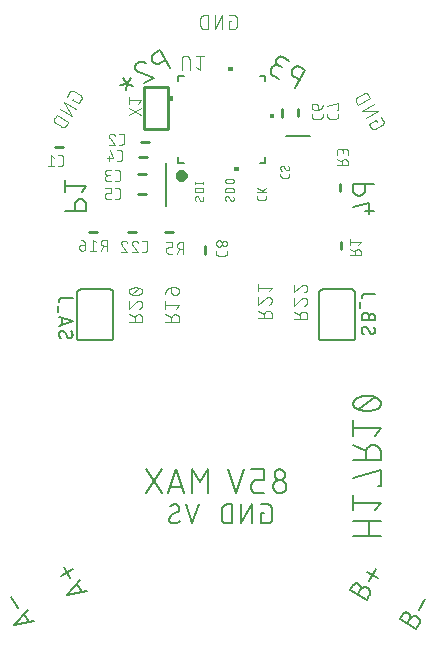
<source format=gbr>
G04 EAGLE Gerber RS-274X export*
G75*
%MOMM*%
%FSLAX34Y34*%
%LPD*%
%INSilkscreen Bottom*%
%IPPOS*%
%AMOC8*
5,1,8,0,0,1.08239X$1,22.5*%
G01*
%ADD10C,0.152400*%
%ADD11C,0.101600*%
%ADD12C,0.203200*%
%ADD13C,0.177800*%
%ADD14C,0.254000*%
%ADD15C,0.076200*%
%ADD16C,0.127000*%
%ADD17C,0.812800*%

G36*
X12584Y453773D02*
X12584Y453773D01*
X12586Y453772D01*
X12629Y453792D01*
X12673Y453810D01*
X12673Y453812D01*
X12675Y453813D01*
X12708Y453898D01*
X12708Y456438D01*
X12707Y456440D01*
X12708Y456442D01*
X12688Y456485D01*
X12670Y456529D01*
X12668Y456529D01*
X12667Y456531D01*
X12582Y456564D01*
X8772Y456564D01*
X8770Y456563D01*
X8768Y456564D01*
X8725Y456544D01*
X8681Y456526D01*
X8681Y456524D01*
X8679Y456523D01*
X8646Y456438D01*
X8646Y453898D01*
X8647Y453896D01*
X8646Y453894D01*
X8666Y453851D01*
X8684Y453807D01*
X8686Y453807D01*
X8687Y453805D01*
X8772Y453772D01*
X12582Y453772D01*
X12584Y453773D01*
G37*
G36*
X-37971Y428224D02*
X-37971Y428224D01*
X-37969Y428223D01*
X-37926Y428243D01*
X-37882Y428261D01*
X-37882Y428263D01*
X-37880Y428264D01*
X-37847Y428349D01*
X-37847Y432159D01*
X-37848Y432161D01*
X-37847Y432163D01*
X-37867Y432206D01*
X-37885Y432250D01*
X-37887Y432250D01*
X-37888Y432252D01*
X-37973Y432285D01*
X-40513Y432285D01*
X-40515Y432284D01*
X-40517Y432285D01*
X-40560Y432265D01*
X-40604Y432247D01*
X-40604Y432245D01*
X-40606Y432244D01*
X-40639Y432159D01*
X-40639Y428349D01*
X-40638Y428347D01*
X-40639Y428345D01*
X-40619Y428302D01*
X-40601Y428258D01*
X-40599Y428258D01*
X-40598Y428256D01*
X-40513Y428223D01*
X-37973Y428223D01*
X-37971Y428224D01*
G37*
G36*
X46865Y413221D02*
X46865Y413221D01*
X46867Y413220D01*
X46910Y413240D01*
X46954Y413258D01*
X46954Y413260D01*
X46956Y413261D01*
X46989Y413346D01*
X46989Y417156D01*
X46988Y417158D01*
X46989Y417160D01*
X46969Y417203D01*
X46951Y417247D01*
X46949Y417247D01*
X46948Y417249D01*
X46863Y417282D01*
X44323Y417282D01*
X44321Y417281D01*
X44319Y417282D01*
X44276Y417262D01*
X44232Y417244D01*
X44232Y417242D01*
X44230Y417241D01*
X44197Y417156D01*
X44197Y413346D01*
X44198Y413344D01*
X44197Y413342D01*
X44217Y413299D01*
X44235Y413255D01*
X44237Y413255D01*
X44238Y413253D01*
X44323Y413220D01*
X46863Y413220D01*
X46865Y413221D01*
G37*
G36*
X17585Y368937D02*
X17585Y368937D01*
X17587Y368936D01*
X17630Y368956D01*
X17674Y368974D01*
X17674Y368976D01*
X17676Y368977D01*
X17709Y369062D01*
X17709Y371602D01*
X17708Y371604D01*
X17709Y371606D01*
X17689Y371649D01*
X17671Y371693D01*
X17669Y371693D01*
X17668Y371695D01*
X17583Y371728D01*
X13773Y371728D01*
X13771Y371727D01*
X13769Y371728D01*
X13726Y371708D01*
X13682Y371690D01*
X13682Y371688D01*
X13680Y371687D01*
X13647Y371602D01*
X13647Y369062D01*
X13648Y369060D01*
X13647Y369058D01*
X13667Y369015D01*
X13685Y368971D01*
X13687Y368971D01*
X13688Y368969D01*
X13773Y368936D01*
X17583Y368936D01*
X17585Y368937D01*
G37*
D10*
X65078Y438839D02*
X73968Y454237D01*
X69691Y456706D01*
X69569Y456774D01*
X69446Y456839D01*
X69320Y456900D01*
X69192Y456958D01*
X69064Y457012D01*
X68933Y457062D01*
X68801Y457109D01*
X68668Y457152D01*
X68534Y457191D01*
X68399Y457226D01*
X68263Y457257D01*
X68125Y457285D01*
X67988Y457308D01*
X67849Y457328D01*
X67710Y457344D01*
X67571Y457356D01*
X67432Y457364D01*
X67292Y457368D01*
X67152Y457368D01*
X67012Y457364D01*
X66873Y457356D01*
X66734Y457344D01*
X66595Y457328D01*
X66456Y457308D01*
X66318Y457285D01*
X66181Y457257D01*
X66045Y457226D01*
X65910Y457191D01*
X65776Y457152D01*
X65643Y457109D01*
X65511Y457062D01*
X65380Y457012D01*
X65252Y456958D01*
X65124Y456900D01*
X64998Y456839D01*
X64875Y456774D01*
X64752Y456706D01*
X64632Y456635D01*
X64514Y456560D01*
X64399Y456481D01*
X64285Y456400D01*
X64174Y456315D01*
X64065Y456227D01*
X63959Y456137D01*
X63855Y456043D01*
X63754Y455946D01*
X63656Y455846D01*
X63561Y455744D01*
X63469Y455639D01*
X63379Y455532D01*
X63293Y455422D01*
X63210Y455309D01*
X63130Y455195D01*
X63053Y455078D01*
X62980Y454959D01*
X62910Y454838D01*
X62844Y454715D01*
X62781Y454590D01*
X62721Y454463D01*
X62666Y454335D01*
X62614Y454205D01*
X62565Y454074D01*
X62520Y453942D01*
X62479Y453808D01*
X62442Y453674D01*
X62409Y453538D01*
X62380Y453401D01*
X62354Y453264D01*
X62332Y453126D01*
X62315Y452987D01*
X62301Y452848D01*
X62291Y452708D01*
X62285Y452569D01*
X62283Y452429D01*
X62285Y452289D01*
X62291Y452150D01*
X62301Y452010D01*
X62315Y451871D01*
X62332Y451732D01*
X62354Y451594D01*
X62380Y451457D01*
X62409Y451320D01*
X62442Y451184D01*
X62480Y451050D01*
X62520Y450916D01*
X62565Y450784D01*
X62614Y450652D01*
X62666Y450523D01*
X62721Y450395D01*
X62781Y450268D01*
X62844Y450143D01*
X62910Y450020D01*
X62980Y449899D01*
X63053Y449780D01*
X63130Y449663D01*
X63210Y449549D01*
X63293Y449436D01*
X63379Y449326D01*
X63469Y449219D01*
X63561Y449114D01*
X63656Y449012D01*
X63754Y448912D01*
X63855Y448815D01*
X63959Y448721D01*
X64065Y448631D01*
X64174Y448543D01*
X64285Y448458D01*
X64399Y448377D01*
X64514Y448298D01*
X64632Y448223D01*
X64752Y448152D01*
X69029Y445683D01*
X51226Y446837D02*
X46949Y449306D01*
X46948Y449306D02*
X46828Y449377D01*
X46710Y449452D01*
X46595Y449531D01*
X46481Y449612D01*
X46370Y449697D01*
X46261Y449785D01*
X46155Y449875D01*
X46051Y449969D01*
X45950Y450066D01*
X45852Y450166D01*
X45757Y450268D01*
X45665Y450373D01*
X45575Y450480D01*
X45489Y450590D01*
X45406Y450703D01*
X45326Y450817D01*
X45249Y450934D01*
X45176Y451053D01*
X45106Y451174D01*
X45040Y451297D01*
X44977Y451422D01*
X44917Y451549D01*
X44862Y451677D01*
X44810Y451806D01*
X44761Y451938D01*
X44716Y452070D01*
X44675Y452204D01*
X44638Y452338D01*
X44605Y452474D01*
X44576Y452611D01*
X44550Y452748D01*
X44528Y452886D01*
X44511Y453025D01*
X44497Y453164D01*
X44487Y453304D01*
X44481Y453443D01*
X44479Y453583D01*
X44481Y453723D01*
X44487Y453862D01*
X44497Y454002D01*
X44511Y454141D01*
X44528Y454280D01*
X44550Y454418D01*
X44576Y454555D01*
X44605Y454692D01*
X44638Y454828D01*
X44676Y454962D01*
X44716Y455096D01*
X44761Y455228D01*
X44810Y455360D01*
X44862Y455489D01*
X44917Y455617D01*
X44977Y455744D01*
X45040Y455869D01*
X45106Y455992D01*
X45176Y456113D01*
X45249Y456232D01*
X45326Y456349D01*
X45406Y456463D01*
X45489Y456576D01*
X45575Y456686D01*
X45665Y456793D01*
X45757Y456898D01*
X45852Y457000D01*
X45950Y457100D01*
X46051Y457197D01*
X46155Y457291D01*
X46261Y457381D01*
X46370Y457469D01*
X46481Y457554D01*
X46595Y457635D01*
X46710Y457714D01*
X46828Y457789D01*
X46949Y457860D01*
X47071Y457928D01*
X47194Y457993D01*
X47320Y458054D01*
X47448Y458112D01*
X47576Y458166D01*
X47707Y458216D01*
X47839Y458263D01*
X47972Y458306D01*
X48106Y458345D01*
X48241Y458380D01*
X48377Y458411D01*
X48515Y458439D01*
X48652Y458462D01*
X48791Y458482D01*
X48930Y458498D01*
X49069Y458510D01*
X49208Y458518D01*
X49348Y458522D01*
X49488Y458522D01*
X49628Y458518D01*
X49767Y458510D01*
X49906Y458498D01*
X50045Y458482D01*
X50184Y458462D01*
X50321Y458439D01*
X50459Y458411D01*
X50595Y458380D01*
X50730Y458345D01*
X50864Y458306D01*
X50997Y458263D01*
X51129Y458216D01*
X51260Y458166D01*
X51388Y458112D01*
X51516Y458054D01*
X51642Y457993D01*
X51765Y457928D01*
X51888Y457860D01*
X54984Y465198D02*
X60116Y462234D01*
X54983Y465198D02*
X54875Y465258D01*
X54765Y465315D01*
X54653Y465368D01*
X54539Y465418D01*
X54424Y465465D01*
X54307Y465507D01*
X54190Y465546D01*
X54070Y465581D01*
X53950Y465613D01*
X53829Y465641D01*
X53708Y465665D01*
X53585Y465685D01*
X53462Y465701D01*
X53339Y465713D01*
X53215Y465722D01*
X53091Y465726D01*
X52967Y465727D01*
X52843Y465724D01*
X52719Y465716D01*
X52595Y465705D01*
X52472Y465690D01*
X52349Y465672D01*
X52227Y465649D01*
X52106Y465623D01*
X51985Y465592D01*
X51866Y465558D01*
X51748Y465521D01*
X51631Y465479D01*
X51515Y465434D01*
X51401Y465385D01*
X51288Y465333D01*
X51178Y465277D01*
X51068Y465218D01*
X50961Y465156D01*
X50856Y465090D01*
X50753Y465020D01*
X50652Y464948D01*
X50554Y464872D01*
X50458Y464794D01*
X50364Y464712D01*
X50273Y464628D01*
X50185Y464540D01*
X50100Y464450D01*
X50017Y464358D01*
X49937Y464262D01*
X49861Y464165D01*
X49787Y464065D01*
X49717Y463962D01*
X49650Y463858D01*
X49586Y463751D01*
X49526Y463643D01*
X49469Y463533D01*
X49416Y463421D01*
X49366Y463307D01*
X49319Y463192D01*
X49277Y463075D01*
X49238Y462958D01*
X49203Y462838D01*
X49171Y462718D01*
X49143Y462597D01*
X49119Y462476D01*
X49099Y462353D01*
X49083Y462230D01*
X49071Y462107D01*
X49062Y461983D01*
X49058Y461859D01*
X49057Y461735D01*
X49060Y461611D01*
X49068Y461487D01*
X49079Y461363D01*
X49094Y461240D01*
X49112Y461117D01*
X49135Y460995D01*
X49161Y460874D01*
X49192Y460753D01*
X49226Y460634D01*
X49263Y460516D01*
X49305Y460399D01*
X49350Y460283D01*
X49399Y460169D01*
X49451Y460056D01*
X49507Y459946D01*
X49566Y459836D01*
X49628Y459729D01*
X49694Y459624D01*
X49764Y459521D01*
X49836Y459420D01*
X49912Y459322D01*
X49990Y459226D01*
X50072Y459132D01*
X50156Y459041D01*
X50244Y458953D01*
X50334Y458868D01*
X50426Y458785D01*
X50522Y458705D01*
X50619Y458629D01*
X50719Y458555D01*
X50822Y458485D01*
X50926Y458418D01*
X51033Y458354D01*
X51032Y458354D02*
X54454Y456379D01*
X-40519Y455882D02*
X-49409Y471280D01*
X-53687Y468811D01*
X-53807Y468740D01*
X-53925Y468665D01*
X-54040Y468586D01*
X-54154Y468505D01*
X-54265Y468420D01*
X-54374Y468332D01*
X-54480Y468242D01*
X-54584Y468148D01*
X-54685Y468051D01*
X-54783Y467951D01*
X-54878Y467849D01*
X-54970Y467744D01*
X-55060Y467637D01*
X-55146Y467527D01*
X-55229Y467414D01*
X-55309Y467300D01*
X-55386Y467183D01*
X-55459Y467064D01*
X-55529Y466943D01*
X-55595Y466820D01*
X-55658Y466695D01*
X-55718Y466568D01*
X-55773Y466440D01*
X-55825Y466310D01*
X-55874Y466179D01*
X-55919Y466047D01*
X-55960Y465913D01*
X-55997Y465779D01*
X-56030Y465643D01*
X-56059Y465506D01*
X-56085Y465369D01*
X-56107Y465231D01*
X-56124Y465092D01*
X-56138Y464953D01*
X-56148Y464813D01*
X-56154Y464674D01*
X-56156Y464534D01*
X-56154Y464394D01*
X-56148Y464255D01*
X-56138Y464115D01*
X-56124Y463976D01*
X-56107Y463837D01*
X-56085Y463699D01*
X-56059Y463562D01*
X-56030Y463425D01*
X-55997Y463289D01*
X-55959Y463155D01*
X-55919Y463021D01*
X-55874Y462889D01*
X-55825Y462757D01*
X-55773Y462628D01*
X-55718Y462500D01*
X-55658Y462373D01*
X-55595Y462248D01*
X-55529Y462125D01*
X-55459Y462004D01*
X-55386Y461885D01*
X-55309Y461768D01*
X-55229Y461654D01*
X-55146Y461541D01*
X-55060Y461431D01*
X-54970Y461324D01*
X-54878Y461219D01*
X-54783Y461117D01*
X-54685Y461017D01*
X-54584Y460920D01*
X-54480Y460826D01*
X-54374Y460736D01*
X-54265Y460648D01*
X-54154Y460563D01*
X-54040Y460482D01*
X-53925Y460403D01*
X-53807Y460328D01*
X-53686Y460257D01*
X-53564Y460189D01*
X-53441Y460124D01*
X-53315Y460063D01*
X-53187Y460005D01*
X-53059Y459951D01*
X-52928Y459901D01*
X-52796Y459854D01*
X-52663Y459811D01*
X-52529Y459772D01*
X-52394Y459737D01*
X-52258Y459706D01*
X-52120Y459678D01*
X-51983Y459655D01*
X-51844Y459635D01*
X-51705Y459619D01*
X-51566Y459607D01*
X-51427Y459599D01*
X-51287Y459595D01*
X-51147Y459595D01*
X-51007Y459599D01*
X-50868Y459607D01*
X-50729Y459619D01*
X-50590Y459635D01*
X-50451Y459655D01*
X-50313Y459678D01*
X-50176Y459706D01*
X-50040Y459737D01*
X-49905Y459772D01*
X-49771Y459811D01*
X-49638Y459854D01*
X-49506Y459901D01*
X-49375Y459951D01*
X-49247Y460005D01*
X-49119Y460063D01*
X-48993Y460124D01*
X-48870Y460189D01*
X-48747Y460257D01*
X-48748Y460256D02*
X-44470Y462726D01*
X-67966Y460567D02*
X-68080Y460499D01*
X-68191Y460428D01*
X-68300Y460354D01*
X-68406Y460277D01*
X-68510Y460196D01*
X-68612Y460113D01*
X-68712Y460026D01*
X-68808Y459937D01*
X-68903Y459845D01*
X-68994Y459750D01*
X-69082Y459652D01*
X-69168Y459552D01*
X-69250Y459449D01*
X-69330Y459344D01*
X-69406Y459237D01*
X-69479Y459127D01*
X-69549Y459015D01*
X-69615Y458901D01*
X-69678Y458786D01*
X-69738Y458668D01*
X-69794Y458549D01*
X-69846Y458428D01*
X-69895Y458306D01*
X-69941Y458182D01*
X-69982Y458057D01*
X-70020Y457931D01*
X-70054Y457804D01*
X-70084Y457676D01*
X-70111Y457546D01*
X-70134Y457417D01*
X-70152Y457286D01*
X-70167Y457155D01*
X-70178Y457024D01*
X-70186Y456893D01*
X-70189Y456761D01*
X-70188Y456629D01*
X-70184Y456498D01*
X-70175Y456366D01*
X-70163Y456235D01*
X-70147Y456104D01*
X-70126Y455974D01*
X-70103Y455844D01*
X-70075Y455716D01*
X-70043Y455588D01*
X-70008Y455461D01*
X-69969Y455335D01*
X-69926Y455211D01*
X-69879Y455087D01*
X-69829Y454965D01*
X-69776Y454845D01*
X-69718Y454726D01*
X-69658Y454610D01*
X-69593Y454495D01*
X-67966Y460567D02*
X-67836Y460640D01*
X-67704Y460710D01*
X-67569Y460776D01*
X-67433Y460838D01*
X-67296Y460898D01*
X-67157Y460953D01*
X-67017Y461005D01*
X-66875Y461053D01*
X-66732Y461097D01*
X-66588Y461138D01*
X-66443Y461175D01*
X-66297Y461207D01*
X-66150Y461237D01*
X-66003Y461262D01*
X-65855Y461283D01*
X-65706Y461301D01*
X-65557Y461315D01*
X-65408Y461324D01*
X-65258Y461330D01*
X-65109Y461332D01*
X-64959Y461330D01*
X-64810Y461324D01*
X-64660Y461314D01*
X-64511Y461300D01*
X-64363Y461283D01*
X-64215Y461261D01*
X-64067Y461236D01*
X-63921Y461207D01*
X-63775Y461173D01*
X-63630Y461137D01*
X-63486Y461096D01*
X-63343Y461051D01*
X-63201Y461003D01*
X-63061Y460951D01*
X-62922Y460896D01*
X-62784Y460837D01*
X-62649Y460774D01*
X-62514Y460708D01*
X-62382Y460638D01*
X-62252Y460565D01*
X-62123Y460488D01*
X-61997Y460408D01*
X-61872Y460325D01*
X-61750Y460238D01*
X-61630Y460149D01*
X-61513Y460056D01*
X-61398Y459960D01*
X-61286Y459861D01*
X-66582Y452242D02*
X-66711Y452275D01*
X-66839Y452312D01*
X-66966Y452352D01*
X-67092Y452396D01*
X-67217Y452443D01*
X-67340Y452494D01*
X-67462Y452548D01*
X-67582Y452606D01*
X-67700Y452667D01*
X-67817Y452731D01*
X-67932Y452799D01*
X-68045Y452869D01*
X-68156Y452943D01*
X-68265Y453020D01*
X-68372Y453100D01*
X-68476Y453183D01*
X-68579Y453268D01*
X-68678Y453357D01*
X-68775Y453448D01*
X-68870Y453542D01*
X-68962Y453638D01*
X-69051Y453737D01*
X-69137Y453839D01*
X-69221Y453943D01*
X-69302Y454049D01*
X-69379Y454157D01*
X-69454Y454268D01*
X-69525Y454380D01*
X-69593Y454495D01*
X-66582Y452241D02*
X-54371Y447885D01*
X-62926Y442946D01*
X-77096Y442749D02*
X-80059Y447882D01*
X-77096Y442749D02*
X-77867Y437171D01*
X-77096Y442749D02*
X-71879Y440628D01*
X-77096Y442749D02*
X-82788Y441744D01*
X-77096Y442749D02*
X-73379Y447176D01*
D11*
X-122340Y430864D02*
X-123314Y429177D01*
X-117693Y425932D01*
X-115745Y429305D01*
X-115746Y429305D02*
X-115698Y429392D01*
X-115653Y429481D01*
X-115612Y429571D01*
X-115574Y429663D01*
X-115540Y429757D01*
X-115509Y429851D01*
X-115482Y429947D01*
X-115459Y430044D01*
X-115439Y430141D01*
X-115424Y430240D01*
X-115412Y430338D01*
X-115403Y430437D01*
X-115399Y430537D01*
X-115398Y430636D01*
X-115401Y430736D01*
X-115408Y430835D01*
X-115419Y430934D01*
X-115434Y431032D01*
X-115452Y431130D01*
X-115474Y431227D01*
X-115500Y431323D01*
X-115529Y431418D01*
X-115562Y431512D01*
X-115599Y431604D01*
X-115639Y431695D01*
X-115682Y431785D01*
X-115729Y431872D01*
X-115780Y431958D01*
X-115833Y432042D01*
X-115890Y432124D01*
X-115950Y432203D01*
X-116012Y432280D01*
X-116078Y432355D01*
X-116147Y432427D01*
X-116218Y432496D01*
X-116292Y432563D01*
X-116368Y432627D01*
X-116447Y432688D01*
X-116528Y432745D01*
X-116611Y432800D01*
X-116696Y432851D01*
X-122317Y436097D01*
X-122317Y436096D02*
X-122404Y436144D01*
X-122493Y436189D01*
X-122583Y436230D01*
X-122675Y436268D01*
X-122769Y436302D01*
X-122863Y436333D01*
X-122959Y436360D01*
X-123056Y436383D01*
X-123153Y436403D01*
X-123252Y436418D01*
X-123350Y436430D01*
X-123449Y436439D01*
X-123549Y436443D01*
X-123648Y436444D01*
X-123748Y436441D01*
X-123847Y436434D01*
X-123946Y436423D01*
X-124044Y436408D01*
X-124142Y436390D01*
X-124239Y436368D01*
X-124335Y436342D01*
X-124430Y436313D01*
X-124524Y436280D01*
X-124616Y436243D01*
X-124707Y436203D01*
X-124796Y436160D01*
X-124884Y436113D01*
X-124970Y436062D01*
X-125054Y436009D01*
X-125135Y435952D01*
X-125215Y435892D01*
X-125292Y435830D01*
X-125367Y435764D01*
X-125439Y435695D01*
X-125508Y435624D01*
X-125575Y435550D01*
X-125639Y435474D01*
X-125699Y435395D01*
X-125757Y435314D01*
X-125812Y435231D01*
X-125863Y435146D01*
X-125864Y435147D02*
X-127811Y431774D01*
X-130662Y426837D02*
X-120543Y420995D01*
X-123789Y415373D02*
X-130662Y426837D01*
X-133907Y421215D02*
X-123789Y415373D01*
X-126639Y410436D02*
X-136758Y416278D01*
X-138380Y413467D01*
X-138381Y413468D02*
X-138436Y413369D01*
X-138487Y413268D01*
X-138535Y413165D01*
X-138580Y413061D01*
X-138620Y412955D01*
X-138657Y412848D01*
X-138690Y412740D01*
X-138720Y412630D01*
X-138745Y412520D01*
X-138767Y412409D01*
X-138784Y412297D01*
X-138798Y412184D01*
X-138808Y412071D01*
X-138814Y411958D01*
X-138816Y411845D01*
X-138814Y411732D01*
X-138808Y411619D01*
X-138798Y411506D01*
X-138784Y411393D01*
X-138767Y411281D01*
X-138745Y411170D01*
X-138720Y411060D01*
X-138690Y410950D01*
X-138657Y410842D01*
X-138620Y410735D01*
X-138580Y410629D01*
X-138535Y410525D01*
X-138487Y410422D01*
X-138436Y410321D01*
X-138381Y410222D01*
X-138323Y410125D01*
X-138261Y410030D01*
X-138196Y409937D01*
X-138128Y409847D01*
X-138057Y409759D01*
X-137982Y409673D01*
X-137905Y409590D01*
X-137825Y409510D01*
X-137742Y409433D01*
X-137656Y409358D01*
X-137568Y409287D01*
X-137478Y409219D01*
X-137385Y409154D01*
X-137290Y409092D01*
X-137193Y409034D01*
X-137192Y409034D02*
X-132695Y406437D01*
X-132696Y406437D02*
X-132597Y406382D01*
X-132496Y406331D01*
X-132393Y406283D01*
X-132289Y406238D01*
X-132183Y406198D01*
X-132076Y406161D01*
X-131968Y406128D01*
X-131858Y406098D01*
X-131748Y406073D01*
X-131637Y406051D01*
X-131525Y406034D01*
X-131412Y406020D01*
X-131299Y406010D01*
X-131186Y406004D01*
X-131073Y406002D01*
X-130960Y406004D01*
X-130847Y406010D01*
X-130734Y406020D01*
X-130621Y406034D01*
X-130509Y406051D01*
X-130398Y406073D01*
X-130288Y406098D01*
X-130178Y406128D01*
X-130070Y406161D01*
X-129963Y406198D01*
X-129857Y406238D01*
X-129753Y406283D01*
X-129650Y406331D01*
X-129549Y406382D01*
X-129450Y406437D01*
X-129353Y406495D01*
X-129258Y406557D01*
X-129165Y406622D01*
X-129075Y406690D01*
X-128986Y406761D01*
X-128901Y406836D01*
X-128818Y406913D01*
X-128738Y406993D01*
X-128661Y407076D01*
X-128586Y407162D01*
X-128515Y407250D01*
X-128447Y407340D01*
X-128382Y407433D01*
X-128320Y407528D01*
X-128262Y407625D01*
X-126639Y410436D01*
X9364Y495380D02*
X11311Y495380D01*
X9364Y495380D02*
X9364Y488889D01*
X13259Y488889D01*
X13259Y488890D02*
X13358Y488892D01*
X13458Y488898D01*
X13557Y488907D01*
X13655Y488920D01*
X13753Y488937D01*
X13851Y488958D01*
X13947Y488983D01*
X14042Y489011D01*
X14136Y489043D01*
X14229Y489078D01*
X14321Y489117D01*
X14411Y489160D01*
X14499Y489205D01*
X14586Y489255D01*
X14670Y489307D01*
X14753Y489363D01*
X14833Y489421D01*
X14911Y489483D01*
X14986Y489548D01*
X15059Y489616D01*
X15129Y489686D01*
X15197Y489759D01*
X15262Y489834D01*
X15324Y489912D01*
X15382Y489992D01*
X15438Y490075D01*
X15490Y490159D01*
X15540Y490246D01*
X15585Y490334D01*
X15628Y490424D01*
X15667Y490516D01*
X15702Y490609D01*
X15734Y490703D01*
X15762Y490798D01*
X15787Y490894D01*
X15808Y490992D01*
X15825Y491090D01*
X15838Y491188D01*
X15847Y491287D01*
X15853Y491387D01*
X15855Y491486D01*
X15855Y497977D01*
X15853Y498076D01*
X15847Y498176D01*
X15838Y498275D01*
X15825Y498373D01*
X15808Y498471D01*
X15787Y498569D01*
X15762Y498665D01*
X15734Y498760D01*
X15702Y498854D01*
X15667Y498947D01*
X15628Y499039D01*
X15585Y499129D01*
X15540Y499217D01*
X15490Y499304D01*
X15438Y499388D01*
X15382Y499471D01*
X15324Y499551D01*
X15262Y499629D01*
X15197Y499704D01*
X15129Y499777D01*
X15059Y499847D01*
X14986Y499915D01*
X14911Y499980D01*
X14833Y500042D01*
X14753Y500100D01*
X14670Y500156D01*
X14586Y500208D01*
X14499Y500258D01*
X14411Y500303D01*
X14321Y500346D01*
X14229Y500385D01*
X14136Y500420D01*
X14042Y500452D01*
X13947Y500480D01*
X13851Y500505D01*
X13753Y500526D01*
X13655Y500543D01*
X13557Y500556D01*
X13458Y500565D01*
X13358Y500571D01*
X13259Y500573D01*
X9364Y500573D01*
X3663Y500573D02*
X3663Y488889D01*
X-2828Y488889D02*
X3663Y500573D01*
X-2828Y500573D02*
X-2828Y488889D01*
X-8529Y488889D02*
X-8529Y500573D01*
X-11774Y500573D01*
X-11774Y500574D02*
X-11887Y500572D01*
X-12000Y500566D01*
X-12113Y500556D01*
X-12226Y500542D01*
X-12338Y500525D01*
X-12449Y500503D01*
X-12559Y500478D01*
X-12669Y500448D01*
X-12777Y500415D01*
X-12884Y500378D01*
X-12990Y500338D01*
X-13094Y500293D01*
X-13197Y500245D01*
X-13298Y500194D01*
X-13397Y500139D01*
X-13494Y500081D01*
X-13589Y500019D01*
X-13682Y499954D01*
X-13772Y499886D01*
X-13860Y499815D01*
X-13946Y499740D01*
X-14029Y499663D01*
X-14109Y499583D01*
X-14186Y499500D01*
X-14261Y499414D01*
X-14332Y499326D01*
X-14400Y499236D01*
X-14465Y499143D01*
X-14527Y499048D01*
X-14585Y498951D01*
X-14640Y498852D01*
X-14691Y498751D01*
X-14739Y498648D01*
X-14784Y498544D01*
X-14824Y498438D01*
X-14861Y498331D01*
X-14894Y498223D01*
X-14924Y498113D01*
X-14949Y498003D01*
X-14971Y497892D01*
X-14988Y497780D01*
X-15002Y497667D01*
X-15012Y497554D01*
X-15018Y497441D01*
X-15020Y497328D01*
X-15020Y492135D01*
X-15018Y492022D01*
X-15012Y491909D01*
X-15002Y491796D01*
X-14988Y491683D01*
X-14971Y491571D01*
X-14949Y491460D01*
X-14924Y491350D01*
X-14894Y491240D01*
X-14861Y491132D01*
X-14824Y491025D01*
X-14784Y490919D01*
X-14739Y490815D01*
X-14691Y490712D01*
X-14640Y490611D01*
X-14585Y490512D01*
X-14527Y490415D01*
X-14465Y490320D01*
X-14400Y490227D01*
X-14332Y490137D01*
X-14261Y490049D01*
X-14186Y489963D01*
X-14109Y489880D01*
X-14029Y489800D01*
X-13946Y489723D01*
X-13860Y489648D01*
X-13772Y489577D01*
X-13682Y489509D01*
X-13589Y489444D01*
X-13494Y489382D01*
X-13397Y489324D01*
X-13298Y489269D01*
X-13197Y489218D01*
X-13094Y489170D01*
X-12990Y489125D01*
X-12884Y489085D01*
X-12777Y489048D01*
X-12669Y489015D01*
X-12559Y488985D01*
X-12449Y488960D01*
X-12338Y488938D01*
X-12226Y488921D01*
X-12113Y488907D01*
X-12000Y488897D01*
X-11887Y488891D01*
X-11774Y488889D01*
X-8529Y488889D01*
X133398Y412094D02*
X134372Y410408D01*
X133398Y412094D02*
X127776Y408849D01*
X129724Y405476D01*
X129775Y405391D01*
X129830Y405308D01*
X129887Y405227D01*
X129948Y405148D01*
X130012Y405072D01*
X130079Y404998D01*
X130148Y404927D01*
X130220Y404858D01*
X130295Y404792D01*
X130372Y404730D01*
X130451Y404670D01*
X130533Y404613D01*
X130617Y404560D01*
X130703Y404509D01*
X130790Y404462D01*
X130880Y404419D01*
X130971Y404379D01*
X131063Y404342D01*
X131157Y404309D01*
X131252Y404280D01*
X131348Y404254D01*
X131445Y404232D01*
X131543Y404214D01*
X131641Y404199D01*
X131740Y404188D01*
X131839Y404181D01*
X131939Y404178D01*
X132038Y404179D01*
X132138Y404183D01*
X132237Y404192D01*
X132336Y404204D01*
X132434Y404219D01*
X132531Y404239D01*
X132628Y404262D01*
X132724Y404289D01*
X132818Y404320D01*
X132912Y404354D01*
X133004Y404392D01*
X133094Y404433D01*
X133183Y404478D01*
X133270Y404526D01*
X133271Y404525D02*
X138892Y407771D01*
X138892Y407772D02*
X138977Y407823D01*
X139060Y407878D01*
X139141Y407935D01*
X139220Y407996D01*
X139296Y408060D01*
X139370Y408127D01*
X139441Y408196D01*
X139510Y408268D01*
X139576Y408343D01*
X139638Y408420D01*
X139698Y408499D01*
X139755Y408581D01*
X139808Y408665D01*
X139859Y408751D01*
X139906Y408838D01*
X139949Y408928D01*
X139989Y409019D01*
X140026Y409111D01*
X140059Y409205D01*
X140088Y409300D01*
X140114Y409396D01*
X140136Y409493D01*
X140154Y409591D01*
X140169Y409689D01*
X140180Y409788D01*
X140187Y409887D01*
X140190Y409987D01*
X140189Y410086D01*
X140185Y410186D01*
X140176Y410285D01*
X140164Y410383D01*
X140149Y410482D01*
X140129Y410579D01*
X140106Y410676D01*
X140079Y410772D01*
X140048Y410866D01*
X140014Y410960D01*
X139976Y411052D01*
X139935Y411142D01*
X139890Y411231D01*
X139842Y411318D01*
X137895Y414691D01*
X135045Y419628D02*
X124926Y413786D01*
X121681Y419407D02*
X135045Y419628D01*
X131799Y425249D02*
X121681Y419407D01*
X118830Y424344D02*
X128949Y430186D01*
X127326Y432997D01*
X127268Y433094D01*
X127206Y433189D01*
X127141Y433282D01*
X127073Y433372D01*
X127002Y433460D01*
X126927Y433546D01*
X126850Y433629D01*
X126770Y433709D01*
X126687Y433786D01*
X126601Y433861D01*
X126513Y433932D01*
X126423Y434000D01*
X126330Y434065D01*
X126235Y434127D01*
X126138Y434185D01*
X126039Y434240D01*
X125938Y434291D01*
X125835Y434339D01*
X125731Y434384D01*
X125625Y434424D01*
X125518Y434461D01*
X125410Y434494D01*
X125300Y434524D01*
X125190Y434549D01*
X125079Y434571D01*
X124967Y434588D01*
X124854Y434602D01*
X124741Y434612D01*
X124628Y434618D01*
X124515Y434620D01*
X124402Y434618D01*
X124289Y434612D01*
X124176Y434602D01*
X124063Y434588D01*
X123951Y434571D01*
X123840Y434549D01*
X123730Y434524D01*
X123620Y434494D01*
X123512Y434461D01*
X123405Y434424D01*
X123299Y434384D01*
X123195Y434339D01*
X123092Y434291D01*
X122991Y434240D01*
X122892Y434185D01*
X118395Y431588D01*
X118395Y431589D02*
X118298Y431531D01*
X118203Y431469D01*
X118110Y431404D01*
X118020Y431336D01*
X117932Y431265D01*
X117846Y431190D01*
X117763Y431113D01*
X117683Y431033D01*
X117606Y430950D01*
X117531Y430864D01*
X117460Y430776D01*
X117392Y430686D01*
X117327Y430593D01*
X117265Y430498D01*
X117207Y430401D01*
X117152Y430302D01*
X117101Y430201D01*
X117053Y430098D01*
X117008Y429994D01*
X116968Y429888D01*
X116931Y429781D01*
X116898Y429673D01*
X116868Y429563D01*
X116843Y429453D01*
X116821Y429342D01*
X116804Y429230D01*
X116790Y429117D01*
X116780Y429004D01*
X116774Y428891D01*
X116772Y428778D01*
X116774Y428665D01*
X116780Y428552D01*
X116790Y428439D01*
X116804Y428326D01*
X116821Y428214D01*
X116843Y428103D01*
X116868Y427993D01*
X116898Y427883D01*
X116931Y427775D01*
X116968Y427668D01*
X117008Y427562D01*
X117053Y427458D01*
X117101Y427355D01*
X117152Y427254D01*
X117207Y427155D01*
X118830Y424344D01*
D10*
X-111535Y335102D02*
X-129315Y335102D01*
X-111535Y335102D02*
X-111535Y340041D01*
X-111537Y340181D01*
X-111543Y340320D01*
X-111553Y340460D01*
X-111567Y340599D01*
X-111584Y340738D01*
X-111606Y340876D01*
X-111632Y341013D01*
X-111661Y341150D01*
X-111694Y341286D01*
X-111731Y341420D01*
X-111772Y341554D01*
X-111817Y341686D01*
X-111866Y341818D01*
X-111918Y341947D01*
X-111973Y342075D01*
X-112033Y342202D01*
X-112096Y342327D01*
X-112162Y342450D01*
X-112232Y342571D01*
X-112305Y342690D01*
X-112382Y342807D01*
X-112462Y342921D01*
X-112545Y343034D01*
X-112631Y343144D01*
X-112721Y343251D01*
X-112813Y343356D01*
X-112908Y343458D01*
X-113006Y343558D01*
X-113107Y343655D01*
X-113211Y343749D01*
X-113317Y343839D01*
X-113426Y343927D01*
X-113537Y344012D01*
X-113651Y344093D01*
X-113766Y344172D01*
X-113884Y344247D01*
X-114005Y344318D01*
X-114127Y344386D01*
X-114250Y344451D01*
X-114376Y344512D01*
X-114504Y344570D01*
X-114632Y344624D01*
X-114763Y344674D01*
X-114895Y344721D01*
X-115028Y344764D01*
X-115162Y344803D01*
X-115297Y344838D01*
X-115433Y344869D01*
X-115571Y344897D01*
X-115708Y344920D01*
X-115847Y344940D01*
X-115986Y344956D01*
X-116125Y344968D01*
X-116264Y344976D01*
X-116404Y344980D01*
X-116544Y344980D01*
X-116684Y344976D01*
X-116823Y344968D01*
X-116962Y344956D01*
X-117101Y344940D01*
X-117240Y344920D01*
X-117377Y344897D01*
X-117515Y344869D01*
X-117651Y344838D01*
X-117786Y344803D01*
X-117920Y344764D01*
X-118053Y344721D01*
X-118185Y344674D01*
X-118316Y344624D01*
X-118444Y344570D01*
X-118572Y344512D01*
X-118698Y344451D01*
X-118821Y344386D01*
X-118944Y344318D01*
X-119064Y344247D01*
X-119182Y344172D01*
X-119297Y344093D01*
X-119411Y344012D01*
X-119522Y343927D01*
X-119631Y343839D01*
X-119737Y343749D01*
X-119841Y343655D01*
X-119942Y343558D01*
X-120040Y343458D01*
X-120135Y343356D01*
X-120227Y343251D01*
X-120317Y343144D01*
X-120403Y343034D01*
X-120486Y342921D01*
X-120566Y342807D01*
X-120643Y342690D01*
X-120716Y342571D01*
X-120786Y342450D01*
X-120852Y342327D01*
X-120915Y342202D01*
X-120975Y342075D01*
X-121030Y341947D01*
X-121082Y341818D01*
X-121131Y341686D01*
X-121176Y341554D01*
X-121217Y341420D01*
X-121254Y341286D01*
X-121287Y341150D01*
X-121316Y341013D01*
X-121342Y340876D01*
X-121364Y340738D01*
X-121381Y340599D01*
X-121395Y340460D01*
X-121405Y340320D01*
X-121411Y340181D01*
X-121413Y340041D01*
X-121413Y335102D01*
X-115486Y351097D02*
X-111535Y356036D01*
X-129315Y356036D01*
X-129315Y351097D02*
X-129315Y360975D01*
X114366Y357800D02*
X132146Y357800D01*
X114366Y357800D02*
X114366Y352861D01*
X114368Y352721D01*
X114374Y352582D01*
X114384Y352442D01*
X114398Y352303D01*
X114415Y352164D01*
X114437Y352026D01*
X114463Y351889D01*
X114492Y351752D01*
X114525Y351616D01*
X114562Y351482D01*
X114603Y351348D01*
X114648Y351216D01*
X114697Y351084D01*
X114749Y350955D01*
X114804Y350827D01*
X114864Y350700D01*
X114927Y350575D01*
X114993Y350452D01*
X115063Y350331D01*
X115136Y350212D01*
X115213Y350095D01*
X115293Y349981D01*
X115376Y349868D01*
X115462Y349758D01*
X115552Y349651D01*
X115644Y349546D01*
X115739Y349444D01*
X115837Y349344D01*
X115938Y349247D01*
X116042Y349153D01*
X116148Y349063D01*
X116257Y348975D01*
X116368Y348890D01*
X116482Y348809D01*
X116597Y348730D01*
X116715Y348655D01*
X116836Y348584D01*
X116958Y348516D01*
X117081Y348451D01*
X117207Y348390D01*
X117335Y348332D01*
X117463Y348278D01*
X117594Y348228D01*
X117726Y348181D01*
X117859Y348138D01*
X117993Y348099D01*
X118128Y348064D01*
X118264Y348033D01*
X118402Y348005D01*
X118539Y347982D01*
X118678Y347962D01*
X118817Y347946D01*
X118956Y347934D01*
X119095Y347926D01*
X119235Y347922D01*
X119375Y347922D01*
X119515Y347926D01*
X119654Y347934D01*
X119793Y347946D01*
X119932Y347962D01*
X120071Y347982D01*
X120208Y348005D01*
X120346Y348033D01*
X120482Y348064D01*
X120617Y348099D01*
X120751Y348138D01*
X120884Y348181D01*
X121016Y348228D01*
X121147Y348278D01*
X121275Y348332D01*
X121403Y348390D01*
X121529Y348451D01*
X121652Y348516D01*
X121775Y348584D01*
X121895Y348655D01*
X122013Y348730D01*
X122128Y348809D01*
X122242Y348890D01*
X122353Y348975D01*
X122462Y349063D01*
X122568Y349153D01*
X122672Y349247D01*
X122773Y349344D01*
X122871Y349444D01*
X122966Y349546D01*
X123058Y349651D01*
X123148Y349758D01*
X123234Y349868D01*
X123317Y349981D01*
X123397Y350095D01*
X123474Y350212D01*
X123547Y350331D01*
X123617Y350452D01*
X123683Y350575D01*
X123746Y350700D01*
X123806Y350827D01*
X123861Y350955D01*
X123913Y351084D01*
X123962Y351216D01*
X124007Y351348D01*
X124048Y351482D01*
X124085Y351616D01*
X124118Y351752D01*
X124147Y351889D01*
X124173Y352026D01*
X124195Y352164D01*
X124212Y352303D01*
X124226Y352442D01*
X124236Y352582D01*
X124242Y352721D01*
X124244Y352861D01*
X124244Y357800D01*
X128195Y341805D02*
X114366Y337854D01*
X128195Y341805D02*
X128195Y331927D01*
X124244Y334891D02*
X132146Y334891D01*
D12*
X137890Y59754D02*
X114522Y59754D01*
X127504Y59754D02*
X127504Y72736D01*
X137890Y72736D02*
X114522Y72736D01*
X132697Y81328D02*
X137890Y87819D01*
X114522Y87819D01*
X114522Y81328D02*
X114522Y94310D01*
X135294Y102207D02*
X137890Y102207D01*
X137890Y115189D01*
X114522Y108698D01*
X114522Y123845D02*
X137890Y123845D01*
X137890Y130337D01*
X137888Y130496D01*
X137882Y130655D01*
X137872Y130815D01*
X137859Y130973D01*
X137841Y131132D01*
X137820Y131289D01*
X137794Y131447D01*
X137765Y131603D01*
X137732Y131759D01*
X137695Y131914D01*
X137655Y132068D01*
X137610Y132221D01*
X137562Y132373D01*
X137511Y132524D01*
X137455Y132673D01*
X137396Y132821D01*
X137333Y132967D01*
X137267Y133112D01*
X137197Y133255D01*
X137124Y133397D01*
X137047Y133536D01*
X136967Y133674D01*
X136883Y133810D01*
X136796Y133943D01*
X136706Y134075D01*
X136613Y134204D01*
X136516Y134330D01*
X136417Y134455D01*
X136314Y134577D01*
X136209Y134696D01*
X136100Y134813D01*
X135989Y134927D01*
X135875Y135038D01*
X135758Y135147D01*
X135639Y135252D01*
X135517Y135355D01*
X135392Y135454D01*
X135266Y135551D01*
X135137Y135644D01*
X135005Y135734D01*
X134872Y135821D01*
X134736Y135905D01*
X134598Y135985D01*
X134459Y136062D01*
X134317Y136135D01*
X134174Y136205D01*
X134029Y136271D01*
X133883Y136334D01*
X133735Y136393D01*
X133586Y136449D01*
X133435Y136500D01*
X133283Y136548D01*
X133130Y136593D01*
X132976Y136633D01*
X132821Y136670D01*
X132665Y136703D01*
X132509Y136732D01*
X132351Y136758D01*
X132194Y136779D01*
X132035Y136797D01*
X131877Y136810D01*
X131717Y136820D01*
X131558Y136826D01*
X131399Y136828D01*
X131240Y136826D01*
X131081Y136820D01*
X130921Y136810D01*
X130763Y136797D01*
X130604Y136779D01*
X130447Y136758D01*
X130289Y136732D01*
X130133Y136703D01*
X129977Y136670D01*
X129822Y136633D01*
X129668Y136593D01*
X129515Y136548D01*
X129363Y136500D01*
X129212Y136449D01*
X129063Y136393D01*
X128915Y136334D01*
X128769Y136271D01*
X128624Y136205D01*
X128481Y136135D01*
X128339Y136062D01*
X128200Y135985D01*
X128062Y135905D01*
X127926Y135821D01*
X127793Y135734D01*
X127661Y135644D01*
X127532Y135551D01*
X127406Y135454D01*
X127281Y135355D01*
X127159Y135252D01*
X127040Y135147D01*
X126923Y135038D01*
X126809Y134927D01*
X126698Y134813D01*
X126589Y134696D01*
X126484Y134577D01*
X126381Y134455D01*
X126282Y134330D01*
X126185Y134204D01*
X126092Y134075D01*
X126002Y133943D01*
X125915Y133810D01*
X125831Y133674D01*
X125751Y133536D01*
X125674Y133397D01*
X125601Y133255D01*
X125531Y133112D01*
X125465Y132967D01*
X125402Y132821D01*
X125343Y132673D01*
X125287Y132524D01*
X125236Y132373D01*
X125188Y132221D01*
X125143Y132068D01*
X125103Y131914D01*
X125066Y131759D01*
X125033Y131603D01*
X125004Y131447D01*
X124978Y131289D01*
X124957Y131132D01*
X124939Y130973D01*
X124926Y130815D01*
X124916Y130655D01*
X124910Y130496D01*
X124908Y130337D01*
X124908Y123845D01*
X124908Y131635D02*
X114522Y136828D01*
X132697Y144661D02*
X137890Y151152D01*
X114522Y151152D01*
X114522Y144661D02*
X114522Y157643D01*
X126206Y165539D02*
X126666Y165544D01*
X127125Y165561D01*
X127584Y165588D01*
X128042Y165627D01*
X128499Y165676D01*
X128955Y165736D01*
X129409Y165807D01*
X129862Y165889D01*
X130312Y165982D01*
X130760Y166085D01*
X131205Y166199D01*
X131648Y166324D01*
X132087Y166459D01*
X132523Y166605D01*
X132955Y166761D01*
X133384Y166927D01*
X133809Y167103D01*
X134229Y167290D01*
X134644Y167486D01*
X134645Y167487D02*
X134772Y167532D01*
X134898Y167582D01*
X135023Y167634D01*
X135146Y167691D01*
X135268Y167751D01*
X135387Y167814D01*
X135505Y167880D01*
X135621Y167950D01*
X135735Y168023D01*
X135847Y168099D01*
X135957Y168179D01*
X136064Y168261D01*
X136169Y168347D01*
X136272Y168435D01*
X136372Y168526D01*
X136470Y168620D01*
X136564Y168717D01*
X136656Y168816D01*
X136746Y168918D01*
X136832Y169022D01*
X136915Y169129D01*
X136995Y169238D01*
X137073Y169350D01*
X137146Y169463D01*
X137217Y169578D01*
X137285Y169696D01*
X137349Y169815D01*
X137410Y169936D01*
X137467Y170059D01*
X137521Y170183D01*
X137571Y170309D01*
X137618Y170436D01*
X137661Y170564D01*
X137700Y170694D01*
X137736Y170824D01*
X137768Y170956D01*
X137797Y171088D01*
X137821Y171221D01*
X137842Y171355D01*
X137859Y171490D01*
X137873Y171624D01*
X137882Y171759D01*
X137888Y171895D01*
X137890Y172030D01*
X137888Y172165D01*
X137882Y172301D01*
X137873Y172436D01*
X137859Y172571D01*
X137842Y172705D01*
X137821Y172839D01*
X137797Y172972D01*
X137768Y173104D01*
X137736Y173236D01*
X137700Y173366D01*
X137661Y173496D01*
X137618Y173624D01*
X137571Y173751D01*
X137521Y173877D01*
X137467Y174001D01*
X137410Y174124D01*
X137349Y174245D01*
X137285Y174364D01*
X137217Y174482D01*
X137146Y174597D01*
X137072Y174710D01*
X136995Y174822D01*
X136915Y174931D01*
X136832Y175038D01*
X136746Y175142D01*
X136656Y175244D01*
X136564Y175343D01*
X136470Y175440D01*
X136372Y175534D01*
X136272Y175625D01*
X136169Y175713D01*
X136064Y175799D01*
X135957Y175881D01*
X135847Y175961D01*
X135735Y176037D01*
X135621Y176110D01*
X135505Y176180D01*
X135387Y176246D01*
X135268Y176309D01*
X135146Y176369D01*
X135023Y176426D01*
X134898Y176478D01*
X134772Y176528D01*
X134645Y176573D01*
X134645Y176575D02*
X134229Y176771D01*
X133809Y176958D01*
X133384Y177134D01*
X132956Y177300D01*
X132523Y177456D01*
X132087Y177602D01*
X131648Y177737D01*
X131205Y177862D01*
X130760Y177976D01*
X130312Y178079D01*
X129862Y178172D01*
X129409Y178254D01*
X128955Y178325D01*
X128499Y178385D01*
X128042Y178434D01*
X127584Y178473D01*
X127125Y178500D01*
X126666Y178517D01*
X126206Y178522D01*
X126206Y165540D02*
X125746Y165545D01*
X125287Y165562D01*
X124828Y165589D01*
X124370Y165628D01*
X123913Y165677D01*
X123457Y165737D01*
X123003Y165808D01*
X122551Y165890D01*
X122100Y165983D01*
X121652Y166086D01*
X121207Y166200D01*
X120764Y166325D01*
X120325Y166460D01*
X119889Y166606D01*
X119457Y166762D01*
X119028Y166928D01*
X118603Y167104D01*
X118183Y167291D01*
X117768Y167487D01*
X117641Y167532D01*
X117515Y167582D01*
X117390Y167634D01*
X117267Y167691D01*
X117145Y167751D01*
X117026Y167814D01*
X116908Y167880D01*
X116792Y167950D01*
X116678Y168023D01*
X116566Y168099D01*
X116456Y168179D01*
X116349Y168261D01*
X116244Y168347D01*
X116141Y168435D01*
X116041Y168526D01*
X115943Y168620D01*
X115849Y168717D01*
X115757Y168816D01*
X115667Y168918D01*
X115581Y169023D01*
X115498Y169129D01*
X115418Y169238D01*
X115340Y169350D01*
X115267Y169463D01*
X115196Y169578D01*
X115128Y169696D01*
X115064Y169815D01*
X115003Y169936D01*
X114946Y170059D01*
X114892Y170183D01*
X114842Y170309D01*
X114795Y170436D01*
X114752Y170564D01*
X114713Y170694D01*
X114677Y170824D01*
X114645Y170956D01*
X114616Y171088D01*
X114592Y171221D01*
X114571Y171355D01*
X114554Y171490D01*
X114540Y171624D01*
X114531Y171759D01*
X114525Y171895D01*
X114523Y172030D01*
X117768Y176574D02*
X118183Y176770D01*
X118603Y176957D01*
X119028Y177133D01*
X119456Y177299D01*
X119889Y177455D01*
X120325Y177601D01*
X120764Y177736D01*
X121207Y177861D01*
X121652Y177975D01*
X122100Y178078D01*
X122550Y178171D01*
X123003Y178253D01*
X123457Y178324D01*
X123913Y178384D01*
X124370Y178433D01*
X124828Y178472D01*
X125287Y178499D01*
X125746Y178516D01*
X126206Y178521D01*
X117768Y176573D02*
X117641Y176528D01*
X117515Y176478D01*
X117390Y176426D01*
X117267Y176369D01*
X117145Y176309D01*
X117026Y176246D01*
X116908Y176180D01*
X116792Y176110D01*
X116678Y176037D01*
X116566Y175961D01*
X116456Y175881D01*
X116349Y175799D01*
X116244Y175713D01*
X116141Y175625D01*
X116041Y175534D01*
X115943Y175440D01*
X115849Y175343D01*
X115757Y175244D01*
X115667Y175142D01*
X115581Y175038D01*
X115498Y174931D01*
X115418Y174822D01*
X115340Y174710D01*
X115267Y174597D01*
X115196Y174482D01*
X115128Y174364D01*
X115064Y174245D01*
X115003Y174124D01*
X114946Y174001D01*
X114892Y173877D01*
X114842Y173751D01*
X114795Y173624D01*
X114752Y173496D01*
X114713Y173366D01*
X114677Y173236D01*
X114645Y173104D01*
X114616Y172972D01*
X114592Y172839D01*
X114571Y172705D01*
X114554Y172570D01*
X114540Y172436D01*
X114531Y172301D01*
X114525Y172165D01*
X114523Y172030D01*
X119715Y166838D02*
X132697Y177223D01*
D10*
X120364Y14230D02*
X118106Y10319D01*
X120363Y14230D02*
X120432Y14345D01*
X120504Y14458D01*
X120579Y14568D01*
X120658Y14677D01*
X120739Y14783D01*
X120824Y14886D01*
X120912Y14987D01*
X121003Y15085D01*
X121097Y15181D01*
X121193Y15274D01*
X121292Y15364D01*
X121394Y15451D01*
X121498Y15534D01*
X121605Y15615D01*
X121714Y15692D01*
X121826Y15767D01*
X121939Y15838D01*
X122055Y15905D01*
X122172Y15969D01*
X122292Y16030D01*
X122413Y16087D01*
X122536Y16140D01*
X122660Y16190D01*
X122785Y16236D01*
X122912Y16278D01*
X123041Y16316D01*
X123170Y16351D01*
X123300Y16382D01*
X123431Y16409D01*
X123563Y16432D01*
X123696Y16451D01*
X123829Y16466D01*
X123962Y16477D01*
X124096Y16484D01*
X124229Y16488D01*
X124363Y16487D01*
X124497Y16482D01*
X124631Y16474D01*
X124764Y16461D01*
X124897Y16445D01*
X125029Y16424D01*
X125160Y16400D01*
X125291Y16372D01*
X125421Y16340D01*
X125550Y16304D01*
X125678Y16264D01*
X125805Y16221D01*
X125930Y16173D01*
X126054Y16123D01*
X126176Y16068D01*
X126296Y16010D01*
X126415Y15948D01*
X126532Y15883D01*
X126647Y15814D01*
X126760Y15742D01*
X126870Y15667D01*
X126979Y15588D01*
X127085Y15507D01*
X127188Y15422D01*
X127289Y15334D01*
X127387Y15243D01*
X127483Y15149D01*
X127576Y15053D01*
X127666Y14954D01*
X127752Y14852D01*
X127836Y14748D01*
X127917Y14641D01*
X127994Y14532D01*
X128069Y14420D01*
X128140Y14307D01*
X128207Y14191D01*
X128271Y14074D01*
X128332Y13954D01*
X128389Y13833D01*
X128442Y13711D01*
X128492Y13586D01*
X128538Y13461D01*
X128580Y13334D01*
X128618Y13205D01*
X128653Y13076D01*
X128684Y12946D01*
X128711Y12815D01*
X128734Y12683D01*
X128753Y12550D01*
X128768Y12417D01*
X128779Y12284D01*
X128786Y12150D01*
X128790Y12017D01*
X128789Y11883D01*
X128784Y11749D01*
X128776Y11615D01*
X128763Y11482D01*
X128747Y11349D01*
X128726Y11217D01*
X128702Y11086D01*
X128674Y10955D01*
X128642Y10825D01*
X128606Y10696D01*
X128566Y10568D01*
X128523Y10441D01*
X128476Y10316D01*
X128425Y10192D01*
X128370Y10070D01*
X128312Y9950D01*
X128250Y9831D01*
X128185Y9714D01*
X125927Y5803D01*
X111849Y13931D01*
X114107Y17842D01*
X114168Y17944D01*
X114233Y18045D01*
X114301Y18143D01*
X114372Y18239D01*
X114447Y18332D01*
X114524Y18423D01*
X114605Y18512D01*
X114688Y18597D01*
X114774Y18680D01*
X114863Y18760D01*
X114954Y18837D01*
X115048Y18911D01*
X115144Y18981D01*
X115243Y19049D01*
X115344Y19113D01*
X115446Y19174D01*
X115551Y19231D01*
X115658Y19285D01*
X115766Y19336D01*
X115876Y19383D01*
X115987Y19426D01*
X116100Y19465D01*
X116214Y19501D01*
X116329Y19533D01*
X116445Y19561D01*
X116562Y19585D01*
X116680Y19605D01*
X116798Y19621D01*
X116917Y19634D01*
X117036Y19643D01*
X117155Y19647D01*
X117275Y19648D01*
X117394Y19644D01*
X117513Y19637D01*
X117632Y19626D01*
X117751Y19611D01*
X117869Y19592D01*
X117986Y19569D01*
X118102Y19542D01*
X118218Y19512D01*
X118332Y19477D01*
X118445Y19439D01*
X118557Y19397D01*
X118668Y19352D01*
X118777Y19303D01*
X118884Y19250D01*
X118989Y19194D01*
X119092Y19134D01*
X119194Y19071D01*
X119293Y19004D01*
X119390Y18935D01*
X119485Y18862D01*
X119577Y18786D01*
X119667Y18707D01*
X119754Y18625D01*
X119838Y18540D01*
X119919Y18453D01*
X119998Y18363D01*
X120073Y18270D01*
X120145Y18175D01*
X120215Y18078D01*
X120280Y17978D01*
X120343Y17876D01*
X120402Y17773D01*
X120458Y17667D01*
X120510Y17559D01*
X120559Y17450D01*
X120604Y17340D01*
X120645Y17228D01*
X120682Y17114D01*
X120716Y17000D01*
X120746Y16884D01*
X120772Y16767D01*
X120794Y16650D01*
X120813Y16532D01*
X120827Y16414D01*
X120838Y16295D01*
X120844Y16175D01*
X120847Y16056D01*
X120846Y15936D01*
X120840Y15817D01*
X120831Y15698D01*
X120818Y15579D01*
X120801Y15461D01*
X120780Y15344D01*
X120755Y15227D01*
X120726Y15111D01*
X120694Y14996D01*
X120658Y14882D01*
X120618Y14769D01*
X120574Y14658D01*
X120527Y14549D01*
X120476Y14441D01*
X120421Y14334D01*
X120363Y14230D01*
X127972Y21988D02*
X133390Y31373D01*
X135374Y23971D02*
X125988Y29390D01*
X162433Y-10377D02*
X160175Y-14287D01*
X162432Y-10376D02*
X162501Y-10261D01*
X162573Y-10148D01*
X162648Y-10038D01*
X162727Y-9929D01*
X162808Y-9823D01*
X162893Y-9720D01*
X162981Y-9619D01*
X163072Y-9521D01*
X163166Y-9425D01*
X163262Y-9332D01*
X163361Y-9242D01*
X163463Y-9155D01*
X163567Y-9072D01*
X163674Y-8991D01*
X163783Y-8914D01*
X163895Y-8839D01*
X164008Y-8768D01*
X164124Y-8701D01*
X164241Y-8637D01*
X164361Y-8576D01*
X164482Y-8519D01*
X164605Y-8466D01*
X164729Y-8416D01*
X164854Y-8370D01*
X164981Y-8328D01*
X165110Y-8290D01*
X165239Y-8255D01*
X165369Y-8224D01*
X165500Y-8197D01*
X165632Y-8174D01*
X165765Y-8155D01*
X165898Y-8140D01*
X166031Y-8129D01*
X166165Y-8122D01*
X166298Y-8118D01*
X166432Y-8119D01*
X166566Y-8124D01*
X166700Y-8132D01*
X166833Y-8145D01*
X166966Y-8161D01*
X167098Y-8182D01*
X167229Y-8206D01*
X167360Y-8234D01*
X167490Y-8266D01*
X167619Y-8302D01*
X167747Y-8342D01*
X167874Y-8385D01*
X167999Y-8433D01*
X168123Y-8483D01*
X168245Y-8538D01*
X168365Y-8596D01*
X168484Y-8658D01*
X168601Y-8723D01*
X168716Y-8792D01*
X168829Y-8864D01*
X168939Y-8939D01*
X169048Y-9018D01*
X169154Y-9099D01*
X169257Y-9184D01*
X169358Y-9272D01*
X169456Y-9363D01*
X169552Y-9457D01*
X169645Y-9553D01*
X169735Y-9652D01*
X169821Y-9754D01*
X169905Y-9858D01*
X169986Y-9965D01*
X170063Y-10074D01*
X170138Y-10186D01*
X170209Y-10299D01*
X170276Y-10415D01*
X170340Y-10532D01*
X170401Y-10652D01*
X170458Y-10773D01*
X170511Y-10895D01*
X170561Y-11020D01*
X170607Y-11145D01*
X170649Y-11272D01*
X170687Y-11401D01*
X170722Y-11530D01*
X170753Y-11660D01*
X170780Y-11791D01*
X170803Y-11923D01*
X170822Y-12056D01*
X170837Y-12189D01*
X170848Y-12322D01*
X170855Y-12456D01*
X170859Y-12589D01*
X170858Y-12723D01*
X170853Y-12857D01*
X170845Y-12991D01*
X170832Y-13124D01*
X170816Y-13257D01*
X170795Y-13389D01*
X170771Y-13520D01*
X170743Y-13651D01*
X170711Y-13781D01*
X170675Y-13910D01*
X170635Y-14038D01*
X170592Y-14165D01*
X170545Y-14290D01*
X170494Y-14414D01*
X170439Y-14536D01*
X170381Y-14656D01*
X170319Y-14775D01*
X170254Y-14892D01*
X167996Y-18803D01*
X153918Y-10675D01*
X156176Y-6764D01*
X156237Y-6662D01*
X156302Y-6561D01*
X156370Y-6463D01*
X156441Y-6367D01*
X156516Y-6274D01*
X156593Y-6183D01*
X156674Y-6095D01*
X156757Y-6009D01*
X156843Y-5926D01*
X156932Y-5846D01*
X157023Y-5769D01*
X157117Y-5695D01*
X157213Y-5625D01*
X157312Y-5557D01*
X157412Y-5493D01*
X157515Y-5432D01*
X157620Y-5375D01*
X157727Y-5321D01*
X157835Y-5270D01*
X157945Y-5224D01*
X158056Y-5180D01*
X158169Y-5141D01*
X158283Y-5105D01*
X158398Y-5073D01*
X158514Y-5045D01*
X158631Y-5021D01*
X158749Y-5001D01*
X158867Y-4985D01*
X158986Y-4972D01*
X159105Y-4963D01*
X159224Y-4959D01*
X159344Y-4958D01*
X159463Y-4962D01*
X159582Y-4969D01*
X159701Y-4980D01*
X159820Y-4995D01*
X159938Y-5014D01*
X160055Y-5037D01*
X160171Y-5064D01*
X160287Y-5094D01*
X160401Y-5129D01*
X160514Y-5167D01*
X160626Y-5209D01*
X160737Y-5254D01*
X160846Y-5303D01*
X160953Y-5356D01*
X161058Y-5412D01*
X161161Y-5472D01*
X161263Y-5535D01*
X161362Y-5602D01*
X161459Y-5671D01*
X161554Y-5744D01*
X161646Y-5820D01*
X161736Y-5899D01*
X161823Y-5981D01*
X161907Y-6066D01*
X161988Y-6153D01*
X162067Y-6243D01*
X162142Y-6336D01*
X162214Y-6431D01*
X162284Y-6528D01*
X162349Y-6628D01*
X162412Y-6730D01*
X162471Y-6833D01*
X162527Y-6939D01*
X162579Y-7047D01*
X162628Y-7156D01*
X162673Y-7266D01*
X162714Y-7378D01*
X162751Y-7492D01*
X162785Y-7606D01*
X162815Y-7722D01*
X162841Y-7839D01*
X162863Y-7956D01*
X162882Y-8074D01*
X162896Y-8192D01*
X162907Y-8311D01*
X162913Y-8431D01*
X162916Y-8550D01*
X162915Y-8670D01*
X162909Y-8789D01*
X162900Y-8908D01*
X162887Y-9027D01*
X162870Y-9145D01*
X162849Y-9262D01*
X162824Y-9379D01*
X162795Y-9495D01*
X162763Y-9610D01*
X162727Y-9724D01*
X162687Y-9837D01*
X162643Y-9948D01*
X162596Y-10057D01*
X162545Y-10165D01*
X162490Y-10272D01*
X162432Y-10376D01*
X170040Y-2618D02*
X175459Y6767D01*
X-111372Y12979D02*
X-128160Y9544D01*
X-116791Y22364D01*
X-119633Y19159D02*
X-115569Y12120D01*
X-125184Y24258D02*
X-130602Y33643D01*
X-123200Y31660D02*
X-132586Y26241D01*
X-155822Y-12421D02*
X-172610Y-15856D01*
X-161241Y-3036D01*
X-164083Y-6241D02*
X-160019Y-13280D01*
X-169634Y-1142D02*
X-175052Y8243D01*
D13*
X46701Y101713D02*
X46703Y101861D01*
X46709Y102010D01*
X46719Y102158D01*
X46733Y102305D01*
X46750Y102453D01*
X46772Y102600D01*
X46798Y102746D01*
X46827Y102891D01*
X46860Y103036D01*
X46897Y103180D01*
X46938Y103322D01*
X46983Y103464D01*
X47032Y103604D01*
X47084Y103743D01*
X47140Y103880D01*
X47199Y104016D01*
X47262Y104151D01*
X47329Y104283D01*
X47399Y104414D01*
X47473Y104543D01*
X47550Y104670D01*
X47630Y104794D01*
X47714Y104917D01*
X47801Y105037D01*
X47891Y105155D01*
X47984Y105271D01*
X48080Y105384D01*
X48179Y105494D01*
X48281Y105602D01*
X48386Y105707D01*
X48494Y105809D01*
X48604Y105908D01*
X48717Y106004D01*
X48833Y106097D01*
X48951Y106187D01*
X49071Y106274D01*
X49194Y106358D01*
X49318Y106438D01*
X49445Y106515D01*
X49574Y106589D01*
X49705Y106659D01*
X49837Y106726D01*
X49972Y106789D01*
X50108Y106848D01*
X50245Y106904D01*
X50384Y106956D01*
X50524Y107005D01*
X50666Y107050D01*
X50808Y107091D01*
X50952Y107128D01*
X51097Y107161D01*
X51242Y107190D01*
X51388Y107216D01*
X51535Y107238D01*
X51683Y107255D01*
X51830Y107269D01*
X51978Y107279D01*
X52127Y107285D01*
X52275Y107287D01*
X52423Y107285D01*
X52572Y107279D01*
X52720Y107269D01*
X52867Y107255D01*
X53015Y107238D01*
X53162Y107216D01*
X53308Y107190D01*
X53453Y107161D01*
X53598Y107128D01*
X53742Y107091D01*
X53884Y107050D01*
X54026Y107005D01*
X54166Y106956D01*
X54305Y106904D01*
X54442Y106848D01*
X54578Y106789D01*
X54713Y106726D01*
X54845Y106659D01*
X54976Y106589D01*
X55105Y106515D01*
X55232Y106438D01*
X55356Y106358D01*
X55479Y106274D01*
X55599Y106187D01*
X55717Y106097D01*
X55833Y106004D01*
X55946Y105908D01*
X56056Y105809D01*
X56164Y105707D01*
X56269Y105602D01*
X56371Y105494D01*
X56470Y105384D01*
X56566Y105271D01*
X56659Y105155D01*
X56749Y105037D01*
X56836Y104917D01*
X56920Y104794D01*
X57000Y104670D01*
X57077Y104543D01*
X57151Y104414D01*
X57221Y104283D01*
X57288Y104151D01*
X57351Y104016D01*
X57410Y103880D01*
X57466Y103743D01*
X57518Y103604D01*
X57567Y103464D01*
X57612Y103322D01*
X57653Y103180D01*
X57690Y103036D01*
X57723Y102891D01*
X57752Y102746D01*
X57778Y102600D01*
X57800Y102453D01*
X57817Y102305D01*
X57831Y102158D01*
X57841Y102010D01*
X57847Y101861D01*
X57849Y101713D01*
X57847Y101565D01*
X57841Y101416D01*
X57831Y101268D01*
X57817Y101121D01*
X57800Y100973D01*
X57778Y100826D01*
X57752Y100680D01*
X57723Y100535D01*
X57690Y100390D01*
X57653Y100246D01*
X57612Y100104D01*
X57567Y99962D01*
X57518Y99822D01*
X57466Y99683D01*
X57410Y99546D01*
X57351Y99410D01*
X57288Y99275D01*
X57221Y99143D01*
X57151Y99012D01*
X57077Y98883D01*
X57000Y98756D01*
X56920Y98632D01*
X56836Y98509D01*
X56749Y98389D01*
X56659Y98271D01*
X56566Y98155D01*
X56470Y98042D01*
X56371Y97932D01*
X56269Y97824D01*
X56164Y97719D01*
X56056Y97617D01*
X55946Y97518D01*
X55833Y97422D01*
X55717Y97329D01*
X55599Y97239D01*
X55479Y97152D01*
X55356Y97068D01*
X55232Y96988D01*
X55105Y96911D01*
X54976Y96837D01*
X54845Y96767D01*
X54713Y96700D01*
X54578Y96637D01*
X54442Y96578D01*
X54305Y96522D01*
X54166Y96470D01*
X54026Y96421D01*
X53884Y96376D01*
X53742Y96335D01*
X53598Y96298D01*
X53453Y96265D01*
X53308Y96236D01*
X53162Y96210D01*
X53015Y96188D01*
X52867Y96171D01*
X52720Y96157D01*
X52572Y96147D01*
X52423Y96141D01*
X52275Y96139D01*
X52127Y96141D01*
X51978Y96147D01*
X51830Y96157D01*
X51683Y96171D01*
X51535Y96188D01*
X51388Y96210D01*
X51242Y96236D01*
X51097Y96265D01*
X50952Y96298D01*
X50808Y96335D01*
X50666Y96376D01*
X50524Y96421D01*
X50384Y96470D01*
X50245Y96522D01*
X50108Y96578D01*
X49972Y96637D01*
X49837Y96700D01*
X49705Y96767D01*
X49574Y96837D01*
X49445Y96911D01*
X49318Y96988D01*
X49194Y97068D01*
X49071Y97152D01*
X48951Y97239D01*
X48833Y97329D01*
X48717Y97422D01*
X48604Y97518D01*
X48494Y97617D01*
X48386Y97719D01*
X48281Y97824D01*
X48179Y97932D01*
X48080Y98042D01*
X47984Y98155D01*
X47891Y98271D01*
X47801Y98389D01*
X47714Y98509D01*
X47630Y98632D01*
X47550Y98756D01*
X47473Y98883D01*
X47399Y99012D01*
X47329Y99143D01*
X47262Y99275D01*
X47199Y99410D01*
X47140Y99546D01*
X47084Y99683D01*
X47032Y99822D01*
X46983Y99962D01*
X46938Y100104D01*
X46897Y100246D01*
X46860Y100390D01*
X46827Y100535D01*
X46798Y100680D01*
X46772Y100826D01*
X46750Y100973D01*
X46733Y101121D01*
X46719Y101268D01*
X46709Y101416D01*
X46703Y101565D01*
X46701Y101713D01*
X47816Y111746D02*
X47818Y111878D01*
X47824Y112010D01*
X47834Y112142D01*
X47847Y112273D01*
X47865Y112404D01*
X47886Y112535D01*
X47912Y112664D01*
X47941Y112793D01*
X47974Y112921D01*
X48010Y113048D01*
X48051Y113174D01*
X48095Y113299D01*
X48143Y113422D01*
X48194Y113544D01*
X48249Y113664D01*
X48308Y113782D01*
X48370Y113899D01*
X48436Y114014D01*
X48504Y114126D01*
X48577Y114237D01*
X48652Y114346D01*
X48731Y114452D01*
X48812Y114556D01*
X48897Y114657D01*
X48985Y114756D01*
X49076Y114852D01*
X49169Y114945D01*
X49265Y115036D01*
X49364Y115124D01*
X49465Y115209D01*
X49569Y115290D01*
X49675Y115369D01*
X49784Y115444D01*
X49895Y115517D01*
X50007Y115585D01*
X50122Y115651D01*
X50239Y115713D01*
X50357Y115772D01*
X50477Y115827D01*
X50599Y115878D01*
X50722Y115926D01*
X50847Y115970D01*
X50973Y116011D01*
X51100Y116047D01*
X51228Y116080D01*
X51357Y116109D01*
X51486Y116135D01*
X51617Y116156D01*
X51748Y116174D01*
X51879Y116187D01*
X52011Y116197D01*
X52143Y116203D01*
X52275Y116205D01*
X52407Y116203D01*
X52539Y116197D01*
X52671Y116187D01*
X52802Y116174D01*
X52933Y116156D01*
X53064Y116135D01*
X53193Y116109D01*
X53322Y116080D01*
X53450Y116047D01*
X53577Y116011D01*
X53703Y115970D01*
X53828Y115926D01*
X53951Y115878D01*
X54073Y115827D01*
X54193Y115772D01*
X54311Y115713D01*
X54428Y115651D01*
X54543Y115585D01*
X54655Y115517D01*
X54766Y115444D01*
X54875Y115369D01*
X54981Y115290D01*
X55085Y115209D01*
X55186Y115124D01*
X55285Y115036D01*
X55381Y114945D01*
X55474Y114852D01*
X55565Y114756D01*
X55653Y114657D01*
X55738Y114556D01*
X55819Y114452D01*
X55898Y114346D01*
X55973Y114237D01*
X56046Y114126D01*
X56114Y114014D01*
X56180Y113899D01*
X56242Y113782D01*
X56301Y113664D01*
X56356Y113544D01*
X56407Y113422D01*
X56455Y113299D01*
X56499Y113174D01*
X56540Y113048D01*
X56576Y112921D01*
X56609Y112793D01*
X56638Y112664D01*
X56664Y112535D01*
X56685Y112404D01*
X56703Y112273D01*
X56716Y112142D01*
X56726Y112010D01*
X56732Y111878D01*
X56734Y111746D01*
X56732Y111614D01*
X56726Y111482D01*
X56716Y111350D01*
X56703Y111219D01*
X56685Y111088D01*
X56664Y110957D01*
X56638Y110828D01*
X56609Y110699D01*
X56576Y110571D01*
X56540Y110444D01*
X56499Y110318D01*
X56455Y110193D01*
X56407Y110070D01*
X56356Y109948D01*
X56301Y109828D01*
X56242Y109710D01*
X56180Y109593D01*
X56114Y109478D01*
X56046Y109366D01*
X55973Y109255D01*
X55898Y109146D01*
X55819Y109040D01*
X55738Y108936D01*
X55653Y108835D01*
X55565Y108736D01*
X55474Y108640D01*
X55381Y108547D01*
X55285Y108456D01*
X55186Y108368D01*
X55085Y108283D01*
X54981Y108202D01*
X54875Y108123D01*
X54766Y108048D01*
X54655Y107975D01*
X54543Y107907D01*
X54428Y107841D01*
X54311Y107779D01*
X54193Y107720D01*
X54073Y107665D01*
X53951Y107614D01*
X53828Y107566D01*
X53703Y107522D01*
X53577Y107481D01*
X53450Y107445D01*
X53322Y107412D01*
X53193Y107383D01*
X53064Y107357D01*
X52933Y107336D01*
X52802Y107318D01*
X52671Y107305D01*
X52539Y107295D01*
X52407Y107289D01*
X52275Y107287D01*
X52143Y107289D01*
X52011Y107295D01*
X51879Y107305D01*
X51748Y107318D01*
X51617Y107336D01*
X51486Y107357D01*
X51357Y107383D01*
X51228Y107412D01*
X51100Y107445D01*
X50973Y107481D01*
X50847Y107522D01*
X50722Y107566D01*
X50599Y107614D01*
X50477Y107665D01*
X50357Y107720D01*
X50239Y107779D01*
X50122Y107841D01*
X50007Y107907D01*
X49895Y107975D01*
X49784Y108048D01*
X49675Y108123D01*
X49569Y108202D01*
X49465Y108283D01*
X49364Y108368D01*
X49265Y108456D01*
X49169Y108547D01*
X49076Y108640D01*
X48985Y108736D01*
X48897Y108835D01*
X48812Y108936D01*
X48731Y109040D01*
X48652Y109146D01*
X48577Y109255D01*
X48504Y109366D01*
X48436Y109478D01*
X48370Y109593D01*
X48308Y109710D01*
X48249Y109828D01*
X48194Y109948D01*
X48143Y110070D01*
X48095Y110193D01*
X48051Y110318D01*
X48010Y110444D01*
X47974Y110571D01*
X47941Y110699D01*
X47912Y110828D01*
X47886Y110957D01*
X47865Y111088D01*
X47847Y111219D01*
X47834Y111350D01*
X47824Y111482D01*
X47818Y111614D01*
X47816Y111746D01*
X39310Y96139D02*
X32622Y96139D01*
X32490Y96141D01*
X32358Y96147D01*
X32226Y96157D01*
X32095Y96170D01*
X31964Y96188D01*
X31833Y96209D01*
X31704Y96235D01*
X31575Y96264D01*
X31447Y96297D01*
X31320Y96333D01*
X31194Y96374D01*
X31069Y96418D01*
X30946Y96466D01*
X30824Y96517D01*
X30704Y96572D01*
X30586Y96631D01*
X30469Y96693D01*
X30354Y96759D01*
X30242Y96827D01*
X30131Y96900D01*
X30022Y96975D01*
X29916Y97054D01*
X29812Y97135D01*
X29711Y97220D01*
X29612Y97308D01*
X29516Y97399D01*
X29423Y97492D01*
X29332Y97588D01*
X29244Y97687D01*
X29159Y97788D01*
X29078Y97892D01*
X28999Y97998D01*
X28924Y98107D01*
X28851Y98218D01*
X28783Y98330D01*
X28717Y98445D01*
X28655Y98562D01*
X28596Y98680D01*
X28541Y98800D01*
X28490Y98922D01*
X28442Y99045D01*
X28398Y99170D01*
X28357Y99296D01*
X28321Y99423D01*
X28288Y99551D01*
X28259Y99680D01*
X28233Y99809D01*
X28212Y99940D01*
X28194Y100071D01*
X28181Y100202D01*
X28171Y100334D01*
X28165Y100466D01*
X28163Y100598D01*
X28162Y100598D02*
X28162Y102828D01*
X28163Y102828D02*
X28165Y102960D01*
X28171Y103092D01*
X28181Y103224D01*
X28194Y103355D01*
X28212Y103486D01*
X28233Y103617D01*
X28259Y103746D01*
X28288Y103875D01*
X28321Y104003D01*
X28357Y104130D01*
X28398Y104256D01*
X28442Y104381D01*
X28490Y104504D01*
X28541Y104626D01*
X28596Y104746D01*
X28655Y104864D01*
X28717Y104981D01*
X28783Y105096D01*
X28851Y105208D01*
X28924Y105319D01*
X28999Y105428D01*
X29078Y105534D01*
X29159Y105638D01*
X29244Y105739D01*
X29332Y105838D01*
X29423Y105934D01*
X29516Y106027D01*
X29612Y106118D01*
X29711Y106206D01*
X29812Y106291D01*
X29916Y106372D01*
X30023Y106451D01*
X30131Y106526D01*
X30242Y106599D01*
X30354Y106667D01*
X30469Y106733D01*
X30586Y106795D01*
X30704Y106854D01*
X30824Y106909D01*
X30946Y106960D01*
X31069Y107008D01*
X31194Y107052D01*
X31320Y107093D01*
X31447Y107129D01*
X31575Y107162D01*
X31704Y107191D01*
X31833Y107217D01*
X31964Y107238D01*
X32095Y107256D01*
X32226Y107269D01*
X32358Y107279D01*
X32490Y107285D01*
X32622Y107287D01*
X39310Y107287D01*
X39310Y116205D01*
X28162Y116205D01*
X21887Y116205D02*
X15198Y96139D01*
X8509Y116205D01*
X-8393Y116205D02*
X-8393Y96139D01*
X-15081Y105057D02*
X-8393Y116205D01*
X-15081Y105057D02*
X-21770Y116205D01*
X-21770Y96139D01*
X-28785Y96139D02*
X-35473Y116205D01*
X-42162Y96139D01*
X-40490Y101156D02*
X-30457Y101156D01*
X-47323Y96139D02*
X-60700Y116205D01*
X-47323Y116205D02*
X-60700Y96139D01*
D10*
X36490Y79326D02*
X39199Y79326D01*
X36490Y79326D02*
X36490Y70295D01*
X41909Y70295D01*
X42027Y70297D01*
X42145Y70303D01*
X42263Y70312D01*
X42380Y70326D01*
X42497Y70343D01*
X42614Y70364D01*
X42729Y70389D01*
X42844Y70418D01*
X42958Y70451D01*
X43070Y70487D01*
X43181Y70527D01*
X43291Y70570D01*
X43400Y70617D01*
X43507Y70667D01*
X43612Y70722D01*
X43715Y70779D01*
X43816Y70840D01*
X43916Y70904D01*
X44013Y70971D01*
X44108Y71041D01*
X44200Y71115D01*
X44291Y71191D01*
X44378Y71271D01*
X44463Y71353D01*
X44545Y71438D01*
X44625Y71525D01*
X44701Y71616D01*
X44775Y71708D01*
X44845Y71803D01*
X44912Y71900D01*
X44976Y72000D01*
X45037Y72101D01*
X45094Y72204D01*
X45149Y72309D01*
X45199Y72416D01*
X45246Y72525D01*
X45289Y72635D01*
X45329Y72746D01*
X45365Y72858D01*
X45398Y72972D01*
X45427Y73087D01*
X45452Y73202D01*
X45473Y73319D01*
X45490Y73436D01*
X45504Y73553D01*
X45513Y73671D01*
X45519Y73789D01*
X45521Y73907D01*
X45521Y82938D01*
X45519Y83056D01*
X45513Y83174D01*
X45504Y83292D01*
X45490Y83409D01*
X45473Y83526D01*
X45452Y83643D01*
X45427Y83758D01*
X45398Y83873D01*
X45365Y83987D01*
X45329Y84099D01*
X45289Y84210D01*
X45246Y84320D01*
X45199Y84429D01*
X45149Y84536D01*
X45094Y84641D01*
X45037Y84744D01*
X44976Y84845D01*
X44912Y84945D01*
X44845Y85042D01*
X44775Y85137D01*
X44701Y85229D01*
X44625Y85320D01*
X44545Y85407D01*
X44463Y85492D01*
X44378Y85574D01*
X44291Y85654D01*
X44200Y85730D01*
X44108Y85804D01*
X44013Y85874D01*
X43916Y85941D01*
X43816Y86005D01*
X43715Y86066D01*
X43612Y86123D01*
X43507Y86178D01*
X43400Y86228D01*
X43291Y86275D01*
X43181Y86318D01*
X43070Y86358D01*
X42958Y86394D01*
X42844Y86427D01*
X42729Y86456D01*
X42614Y86481D01*
X42497Y86502D01*
X42380Y86519D01*
X42263Y86533D01*
X42145Y86542D01*
X42027Y86548D01*
X41909Y86550D01*
X41909Y86551D02*
X36490Y86551D01*
X28848Y86551D02*
X28848Y70295D01*
X19817Y70295D02*
X28848Y86551D01*
X19817Y86551D02*
X19817Y70295D01*
X12174Y70295D02*
X12174Y86551D01*
X7659Y86551D01*
X7528Y86549D01*
X7396Y86543D01*
X7265Y86534D01*
X7135Y86520D01*
X7004Y86503D01*
X6875Y86482D01*
X6746Y86458D01*
X6618Y86429D01*
X6490Y86397D01*
X6364Y86361D01*
X6239Y86322D01*
X6114Y86279D01*
X5992Y86232D01*
X5870Y86182D01*
X5750Y86128D01*
X5632Y86071D01*
X5516Y86010D01*
X5401Y85946D01*
X5288Y85879D01*
X5177Y85808D01*
X5069Y85734D01*
X4962Y85657D01*
X4858Y85577D01*
X4756Y85494D01*
X4657Y85409D01*
X4560Y85320D01*
X4466Y85228D01*
X4374Y85134D01*
X4285Y85037D01*
X4200Y84938D01*
X4117Y84836D01*
X4037Y84732D01*
X3960Y84625D01*
X3886Y84517D01*
X3815Y84406D01*
X3748Y84293D01*
X3684Y84178D01*
X3623Y84062D01*
X3566Y83944D01*
X3512Y83824D01*
X3462Y83702D01*
X3415Y83580D01*
X3372Y83455D01*
X3333Y83330D01*
X3297Y83204D01*
X3265Y83076D01*
X3236Y82948D01*
X3212Y82819D01*
X3191Y82690D01*
X3174Y82559D01*
X3160Y82429D01*
X3151Y82298D01*
X3145Y82166D01*
X3143Y82035D01*
X3143Y74810D01*
X3145Y74679D01*
X3151Y74547D01*
X3160Y74416D01*
X3174Y74286D01*
X3191Y74155D01*
X3212Y74026D01*
X3236Y73897D01*
X3265Y73769D01*
X3297Y73641D01*
X3333Y73515D01*
X3372Y73390D01*
X3415Y73265D01*
X3462Y73143D01*
X3512Y73021D01*
X3566Y72901D01*
X3623Y72783D01*
X3684Y72667D01*
X3748Y72552D01*
X3815Y72439D01*
X3886Y72328D01*
X3960Y72220D01*
X4037Y72113D01*
X4117Y72009D01*
X4200Y71907D01*
X4285Y71808D01*
X4374Y71711D01*
X4466Y71617D01*
X4560Y71525D01*
X4657Y71436D01*
X4756Y71351D01*
X4858Y71268D01*
X4962Y71188D01*
X5069Y71111D01*
X5177Y71037D01*
X5288Y70966D01*
X5401Y70899D01*
X5516Y70835D01*
X5632Y70774D01*
X5750Y70717D01*
X5870Y70663D01*
X5992Y70613D01*
X6114Y70566D01*
X6239Y70523D01*
X6364Y70484D01*
X6490Y70448D01*
X6618Y70416D01*
X6746Y70387D01*
X6875Y70363D01*
X7005Y70342D01*
X7135Y70325D01*
X7265Y70311D01*
X7396Y70302D01*
X7528Y70296D01*
X7659Y70294D01*
X7659Y70295D02*
X12174Y70295D01*
X-16262Y86551D02*
X-21681Y70295D01*
X-27100Y86551D01*
X-41306Y73907D02*
X-41304Y73789D01*
X-41298Y73671D01*
X-41289Y73553D01*
X-41275Y73436D01*
X-41258Y73319D01*
X-41237Y73202D01*
X-41212Y73087D01*
X-41183Y72972D01*
X-41150Y72858D01*
X-41114Y72746D01*
X-41074Y72635D01*
X-41031Y72525D01*
X-40984Y72416D01*
X-40934Y72309D01*
X-40879Y72204D01*
X-40822Y72101D01*
X-40761Y72000D01*
X-40697Y71900D01*
X-40630Y71803D01*
X-40560Y71708D01*
X-40486Y71616D01*
X-40410Y71525D01*
X-40330Y71438D01*
X-40248Y71353D01*
X-40163Y71271D01*
X-40076Y71191D01*
X-39985Y71115D01*
X-39893Y71041D01*
X-39798Y70971D01*
X-39701Y70904D01*
X-39601Y70840D01*
X-39500Y70779D01*
X-39397Y70722D01*
X-39292Y70667D01*
X-39185Y70617D01*
X-39076Y70570D01*
X-38966Y70527D01*
X-38855Y70487D01*
X-38743Y70451D01*
X-38629Y70418D01*
X-38514Y70389D01*
X-38399Y70364D01*
X-38282Y70343D01*
X-38165Y70326D01*
X-38048Y70312D01*
X-37930Y70303D01*
X-37812Y70297D01*
X-37694Y70295D01*
X-37511Y70297D01*
X-37329Y70304D01*
X-37147Y70315D01*
X-36965Y70330D01*
X-36783Y70350D01*
X-36602Y70373D01*
X-36422Y70402D01*
X-36242Y70434D01*
X-36063Y70471D01*
X-35886Y70512D01*
X-35709Y70558D01*
X-35533Y70607D01*
X-35359Y70661D01*
X-35185Y70719D01*
X-35014Y70781D01*
X-34844Y70847D01*
X-34675Y70918D01*
X-34508Y70992D01*
X-34343Y71070D01*
X-34180Y71152D01*
X-34019Y71238D01*
X-33860Y71328D01*
X-33703Y71422D01*
X-33549Y71519D01*
X-33397Y71620D01*
X-33247Y71725D01*
X-33100Y71833D01*
X-32956Y71944D01*
X-32814Y72059D01*
X-32675Y72178D01*
X-32539Y72300D01*
X-32406Y72425D01*
X-32276Y72553D01*
X-32728Y82938D02*
X-32730Y83056D01*
X-32736Y83174D01*
X-32745Y83292D01*
X-32759Y83409D01*
X-32776Y83526D01*
X-32797Y83643D01*
X-32822Y83758D01*
X-32851Y83873D01*
X-32884Y83987D01*
X-32920Y84099D01*
X-32960Y84210D01*
X-33003Y84320D01*
X-33050Y84429D01*
X-33100Y84536D01*
X-33155Y84641D01*
X-33212Y84744D01*
X-33273Y84845D01*
X-33337Y84945D01*
X-33404Y85042D01*
X-33474Y85137D01*
X-33548Y85229D01*
X-33624Y85320D01*
X-33704Y85407D01*
X-33786Y85492D01*
X-33871Y85574D01*
X-33958Y85654D01*
X-34049Y85730D01*
X-34141Y85804D01*
X-34236Y85874D01*
X-34333Y85941D01*
X-34433Y86005D01*
X-34534Y86066D01*
X-34637Y86124D01*
X-34742Y86178D01*
X-34849Y86228D01*
X-34958Y86275D01*
X-35068Y86319D01*
X-35179Y86358D01*
X-35292Y86394D01*
X-35405Y86427D01*
X-35520Y86456D01*
X-35635Y86481D01*
X-35752Y86502D01*
X-35869Y86519D01*
X-35986Y86533D01*
X-36104Y86542D01*
X-36222Y86548D01*
X-36340Y86550D01*
X-36501Y86548D01*
X-36663Y86542D01*
X-36824Y86533D01*
X-36985Y86519D01*
X-37145Y86502D01*
X-37305Y86481D01*
X-37465Y86456D01*
X-37624Y86427D01*
X-37782Y86395D01*
X-37939Y86359D01*
X-38095Y86319D01*
X-38251Y86275D01*
X-38405Y86227D01*
X-38558Y86176D01*
X-38710Y86122D01*
X-38861Y86063D01*
X-39010Y86002D01*
X-39157Y85936D01*
X-39303Y85867D01*
X-39448Y85795D01*
X-39590Y85719D01*
X-39731Y85640D01*
X-39870Y85558D01*
X-40006Y85472D01*
X-40141Y85383D01*
X-40274Y85291D01*
X-40404Y85195D01*
X-34533Y79777D02*
X-34432Y79839D01*
X-34332Y79904D01*
X-34235Y79973D01*
X-34140Y80045D01*
X-34047Y80119D01*
X-33957Y80197D01*
X-33869Y80278D01*
X-33784Y80361D01*
X-33702Y80447D01*
X-33623Y80536D01*
X-33546Y80627D01*
X-33473Y80721D01*
X-33402Y80817D01*
X-33335Y80915D01*
X-33271Y81015D01*
X-33210Y81118D01*
X-33153Y81222D01*
X-33099Y81328D01*
X-33049Y81436D01*
X-33002Y81545D01*
X-32958Y81656D01*
X-32918Y81768D01*
X-32882Y81882D01*
X-32850Y81996D01*
X-32821Y82112D01*
X-32796Y82228D01*
X-32775Y82345D01*
X-32758Y82463D01*
X-32744Y82581D01*
X-32735Y82700D01*
X-32729Y82819D01*
X-32727Y82938D01*
X-39501Y77068D02*
X-39602Y77006D01*
X-39702Y76941D01*
X-39799Y76872D01*
X-39894Y76800D01*
X-39987Y76726D01*
X-40077Y76648D01*
X-40165Y76567D01*
X-40250Y76484D01*
X-40332Y76398D01*
X-40411Y76309D01*
X-40488Y76218D01*
X-40561Y76124D01*
X-40632Y76028D01*
X-40699Y75930D01*
X-40763Y75830D01*
X-40824Y75727D01*
X-40881Y75623D01*
X-40935Y75517D01*
X-40985Y75409D01*
X-41032Y75300D01*
X-41076Y75189D01*
X-41116Y75077D01*
X-41152Y74963D01*
X-41184Y74849D01*
X-41213Y74733D01*
X-41238Y74617D01*
X-41259Y74500D01*
X-41276Y74382D01*
X-41290Y74264D01*
X-41299Y74145D01*
X-41305Y74026D01*
X-41307Y73907D01*
X-39501Y77068D02*
X-34533Y79777D01*
D14*
X-58611Y393700D02*
X-65215Y393700D01*
D15*
X-81709Y391065D02*
X-83798Y391065D01*
X-81709Y391065D02*
X-81620Y391067D01*
X-81532Y391073D01*
X-81444Y391082D01*
X-81356Y391095D01*
X-81269Y391112D01*
X-81183Y391132D01*
X-81098Y391157D01*
X-81013Y391184D01*
X-80930Y391216D01*
X-80849Y391250D01*
X-80769Y391289D01*
X-80691Y391330D01*
X-80614Y391375D01*
X-80540Y391423D01*
X-80467Y391474D01*
X-80397Y391528D01*
X-80330Y391586D01*
X-80264Y391646D01*
X-80202Y391708D01*
X-80142Y391774D01*
X-80084Y391841D01*
X-80030Y391911D01*
X-79979Y391984D01*
X-79931Y392058D01*
X-79886Y392135D01*
X-79845Y392213D01*
X-79806Y392293D01*
X-79772Y392374D01*
X-79740Y392457D01*
X-79713Y392542D01*
X-79688Y392627D01*
X-79668Y392713D01*
X-79651Y392800D01*
X-79638Y392888D01*
X-79629Y392976D01*
X-79623Y393064D01*
X-79621Y393153D01*
X-79621Y398374D01*
X-79623Y398465D01*
X-79629Y398556D01*
X-79639Y398647D01*
X-79653Y398737D01*
X-79670Y398826D01*
X-79692Y398914D01*
X-79718Y399002D01*
X-79747Y399088D01*
X-79780Y399173D01*
X-79817Y399256D01*
X-79857Y399338D01*
X-79901Y399418D01*
X-79948Y399496D01*
X-79999Y399572D01*
X-80052Y399645D01*
X-80109Y399716D01*
X-80170Y399785D01*
X-80233Y399850D01*
X-80298Y399913D01*
X-80367Y399973D01*
X-80438Y400031D01*
X-80511Y400084D01*
X-80587Y400135D01*
X-80665Y400182D01*
X-80745Y400226D01*
X-80827Y400266D01*
X-80910Y400303D01*
X-80995Y400336D01*
X-81081Y400365D01*
X-81169Y400391D01*
X-81257Y400413D01*
X-81346Y400430D01*
X-81436Y400444D01*
X-81527Y400454D01*
X-81618Y400460D01*
X-81709Y400462D01*
X-81709Y400463D02*
X-83798Y400463D01*
X-90138Y400463D02*
X-90233Y400461D01*
X-90327Y400455D01*
X-90421Y400446D01*
X-90515Y400433D01*
X-90608Y400416D01*
X-90700Y400395D01*
X-90792Y400370D01*
X-90882Y400342D01*
X-90971Y400310D01*
X-91059Y400275D01*
X-91145Y400236D01*
X-91230Y400194D01*
X-91313Y400148D01*
X-91394Y400099D01*
X-91473Y400047D01*
X-91550Y399992D01*
X-91624Y399933D01*
X-91696Y399872D01*
X-91766Y399808D01*
X-91833Y399741D01*
X-91897Y399671D01*
X-91958Y399599D01*
X-92017Y399525D01*
X-92072Y399448D01*
X-92124Y399369D01*
X-92173Y399288D01*
X-92219Y399205D01*
X-92261Y399120D01*
X-92300Y399034D01*
X-92335Y398946D01*
X-92367Y398857D01*
X-92395Y398767D01*
X-92420Y398675D01*
X-92441Y398583D01*
X-92458Y398490D01*
X-92471Y398396D01*
X-92480Y398302D01*
X-92486Y398208D01*
X-92488Y398113D01*
X-90138Y400462D02*
X-90030Y400460D01*
X-89921Y400454D01*
X-89813Y400444D01*
X-89706Y400431D01*
X-89599Y400413D01*
X-89492Y400392D01*
X-89387Y400367D01*
X-89282Y400338D01*
X-89179Y400306D01*
X-89077Y400269D01*
X-88976Y400229D01*
X-88877Y400186D01*
X-88779Y400139D01*
X-88683Y400088D01*
X-88589Y400034D01*
X-88497Y399977D01*
X-88407Y399916D01*
X-88319Y399852D01*
X-88234Y399786D01*
X-88151Y399716D01*
X-88071Y399643D01*
X-87993Y399567D01*
X-87918Y399489D01*
X-87846Y399408D01*
X-87777Y399324D01*
X-87711Y399238D01*
X-87648Y399150D01*
X-87589Y399059D01*
X-87532Y398967D01*
X-87479Y398872D01*
X-87430Y398776D01*
X-87384Y398677D01*
X-87341Y398578D01*
X-87302Y398476D01*
X-87267Y398374D01*
X-91705Y396285D02*
X-91774Y396354D01*
X-91840Y396425D01*
X-91904Y396498D01*
X-91965Y396574D01*
X-92023Y396653D01*
X-92077Y396733D01*
X-92129Y396816D01*
X-92177Y396900D01*
X-92223Y396986D01*
X-92264Y397074D01*
X-92303Y397164D01*
X-92338Y397255D01*
X-92369Y397347D01*
X-92397Y397440D01*
X-92421Y397534D01*
X-92441Y397629D01*
X-92458Y397725D01*
X-92471Y397822D01*
X-92480Y397919D01*
X-92486Y398016D01*
X-92488Y398113D01*
X-91705Y396286D02*
X-87267Y391065D01*
X-92488Y391065D01*
D10*
X-44139Y375876D02*
X-44139Y355746D01*
D14*
X-60992Y365919D02*
X-67596Y365919D01*
D15*
X-85019Y359950D02*
X-87108Y359950D01*
X-85019Y359950D02*
X-84930Y359952D01*
X-84842Y359958D01*
X-84754Y359967D01*
X-84666Y359980D01*
X-84579Y359997D01*
X-84493Y360017D01*
X-84408Y360042D01*
X-84323Y360069D01*
X-84240Y360101D01*
X-84159Y360135D01*
X-84079Y360174D01*
X-84001Y360215D01*
X-83924Y360260D01*
X-83850Y360308D01*
X-83777Y360359D01*
X-83707Y360413D01*
X-83640Y360471D01*
X-83574Y360531D01*
X-83512Y360593D01*
X-83452Y360659D01*
X-83394Y360726D01*
X-83340Y360796D01*
X-83289Y360869D01*
X-83241Y360943D01*
X-83196Y361020D01*
X-83155Y361098D01*
X-83116Y361178D01*
X-83082Y361259D01*
X-83050Y361342D01*
X-83023Y361427D01*
X-82998Y361512D01*
X-82978Y361598D01*
X-82961Y361685D01*
X-82948Y361773D01*
X-82939Y361861D01*
X-82933Y361949D01*
X-82931Y362038D01*
X-82931Y367259D01*
X-82933Y367350D01*
X-82939Y367441D01*
X-82949Y367532D01*
X-82963Y367622D01*
X-82980Y367711D01*
X-83002Y367799D01*
X-83028Y367887D01*
X-83057Y367973D01*
X-83090Y368058D01*
X-83127Y368141D01*
X-83167Y368223D01*
X-83211Y368303D01*
X-83258Y368381D01*
X-83309Y368457D01*
X-83362Y368530D01*
X-83419Y368601D01*
X-83480Y368670D01*
X-83543Y368735D01*
X-83608Y368798D01*
X-83677Y368858D01*
X-83748Y368916D01*
X-83821Y368969D01*
X-83897Y369020D01*
X-83975Y369067D01*
X-84055Y369111D01*
X-84137Y369151D01*
X-84220Y369188D01*
X-84305Y369221D01*
X-84391Y369250D01*
X-84479Y369276D01*
X-84567Y369298D01*
X-84656Y369315D01*
X-84746Y369329D01*
X-84837Y369339D01*
X-84928Y369345D01*
X-85019Y369347D01*
X-85019Y369348D02*
X-87108Y369348D01*
X-90577Y359950D02*
X-93187Y359950D01*
X-93187Y359949D02*
X-93288Y359951D01*
X-93389Y359957D01*
X-93490Y359967D01*
X-93590Y359980D01*
X-93690Y359998D01*
X-93789Y360019D01*
X-93887Y360045D01*
X-93984Y360074D01*
X-94080Y360106D01*
X-94174Y360143D01*
X-94267Y360183D01*
X-94359Y360227D01*
X-94448Y360274D01*
X-94536Y360325D01*
X-94622Y360379D01*
X-94705Y360436D01*
X-94787Y360496D01*
X-94865Y360560D01*
X-94942Y360626D01*
X-95015Y360696D01*
X-95086Y360768D01*
X-95154Y360843D01*
X-95219Y360921D01*
X-95281Y361001D01*
X-95340Y361083D01*
X-95396Y361168D01*
X-95448Y361255D01*
X-95497Y361343D01*
X-95543Y361434D01*
X-95584Y361526D01*
X-95623Y361620D01*
X-95657Y361715D01*
X-95688Y361811D01*
X-95715Y361909D01*
X-95739Y362007D01*
X-95758Y362107D01*
X-95774Y362207D01*
X-95786Y362307D01*
X-95794Y362408D01*
X-95798Y362509D01*
X-95798Y362611D01*
X-95794Y362712D01*
X-95786Y362813D01*
X-95774Y362913D01*
X-95758Y363013D01*
X-95739Y363113D01*
X-95715Y363211D01*
X-95688Y363309D01*
X-95657Y363405D01*
X-95623Y363500D01*
X-95584Y363594D01*
X-95543Y363686D01*
X-95497Y363777D01*
X-95448Y363866D01*
X-95396Y363952D01*
X-95340Y364037D01*
X-95281Y364119D01*
X-95219Y364199D01*
X-95154Y364277D01*
X-95086Y364352D01*
X-95015Y364424D01*
X-94942Y364494D01*
X-94865Y364560D01*
X-94787Y364624D01*
X-94705Y364684D01*
X-94622Y364741D01*
X-94536Y364795D01*
X-94448Y364846D01*
X-94359Y364893D01*
X-94267Y364937D01*
X-94174Y364977D01*
X-94080Y365014D01*
X-93984Y365046D01*
X-93887Y365075D01*
X-93789Y365101D01*
X-93690Y365122D01*
X-93590Y365140D01*
X-93490Y365153D01*
X-93389Y365163D01*
X-93288Y365169D01*
X-93187Y365171D01*
X-93709Y369348D02*
X-90577Y369348D01*
X-93709Y369347D02*
X-93799Y369345D01*
X-93888Y369339D01*
X-93978Y369330D01*
X-94067Y369316D01*
X-94155Y369299D01*
X-94242Y369278D01*
X-94329Y369253D01*
X-94414Y369224D01*
X-94498Y369192D01*
X-94580Y369157D01*
X-94661Y369117D01*
X-94740Y369075D01*
X-94817Y369029D01*
X-94892Y368979D01*
X-94965Y368927D01*
X-95036Y368871D01*
X-95104Y368813D01*
X-95169Y368751D01*
X-95232Y368687D01*
X-95292Y368620D01*
X-95349Y368551D01*
X-95403Y368479D01*
X-95454Y368405D01*
X-95502Y368329D01*
X-95546Y368251D01*
X-95587Y368171D01*
X-95625Y368089D01*
X-95659Y368006D01*
X-95689Y367921D01*
X-95716Y367835D01*
X-95739Y367749D01*
X-95758Y367661D01*
X-95773Y367572D01*
X-95785Y367483D01*
X-95793Y367394D01*
X-95797Y367304D01*
X-95797Y367214D01*
X-95793Y367124D01*
X-95785Y367035D01*
X-95773Y366946D01*
X-95758Y366857D01*
X-95739Y366769D01*
X-95716Y366683D01*
X-95689Y366597D01*
X-95659Y366512D01*
X-95625Y366429D01*
X-95587Y366347D01*
X-95546Y366267D01*
X-95502Y366189D01*
X-95454Y366113D01*
X-95403Y366039D01*
X-95349Y365967D01*
X-95292Y365898D01*
X-95232Y365831D01*
X-95169Y365767D01*
X-95104Y365705D01*
X-95036Y365647D01*
X-94965Y365591D01*
X-94892Y365539D01*
X-94817Y365489D01*
X-94740Y365443D01*
X-94661Y365401D01*
X-94580Y365361D01*
X-94498Y365326D01*
X-94414Y365294D01*
X-94329Y365265D01*
X-94242Y365240D01*
X-94155Y365219D01*
X-94067Y365202D01*
X-93978Y365188D01*
X-93888Y365179D01*
X-93799Y365173D01*
X-93709Y365171D01*
X-91621Y365171D01*
D14*
X-131636Y388938D02*
X-138240Y388938D01*
D15*
X-135392Y372809D02*
X-133303Y372809D01*
X-133214Y372811D01*
X-133126Y372817D01*
X-133038Y372826D01*
X-132950Y372839D01*
X-132863Y372856D01*
X-132777Y372876D01*
X-132692Y372901D01*
X-132607Y372928D01*
X-132524Y372960D01*
X-132443Y372994D01*
X-132363Y373033D01*
X-132285Y373074D01*
X-132208Y373119D01*
X-132134Y373167D01*
X-132061Y373218D01*
X-131991Y373272D01*
X-131924Y373330D01*
X-131858Y373390D01*
X-131796Y373452D01*
X-131736Y373518D01*
X-131678Y373585D01*
X-131624Y373655D01*
X-131573Y373728D01*
X-131525Y373802D01*
X-131480Y373879D01*
X-131439Y373957D01*
X-131400Y374037D01*
X-131366Y374118D01*
X-131334Y374201D01*
X-131307Y374286D01*
X-131282Y374371D01*
X-131262Y374457D01*
X-131245Y374544D01*
X-131232Y374632D01*
X-131223Y374720D01*
X-131217Y374808D01*
X-131215Y374897D01*
X-131215Y380118D01*
X-131217Y380209D01*
X-131223Y380300D01*
X-131233Y380391D01*
X-131247Y380481D01*
X-131264Y380570D01*
X-131286Y380658D01*
X-131312Y380746D01*
X-131341Y380832D01*
X-131374Y380917D01*
X-131411Y381000D01*
X-131451Y381082D01*
X-131495Y381162D01*
X-131542Y381240D01*
X-131593Y381316D01*
X-131646Y381389D01*
X-131703Y381460D01*
X-131764Y381529D01*
X-131827Y381594D01*
X-131892Y381657D01*
X-131961Y381717D01*
X-132032Y381775D01*
X-132105Y381828D01*
X-132181Y381879D01*
X-132259Y381926D01*
X-132339Y381970D01*
X-132421Y382010D01*
X-132504Y382047D01*
X-132589Y382080D01*
X-132675Y382109D01*
X-132763Y382135D01*
X-132851Y382157D01*
X-132940Y382174D01*
X-133030Y382188D01*
X-133121Y382198D01*
X-133212Y382204D01*
X-133303Y382206D01*
X-133303Y382207D02*
X-135392Y382207D01*
X-138860Y380118D02*
X-141471Y382207D01*
X-141471Y372809D01*
X-138860Y372809D02*
X-144082Y372809D01*
D14*
X-66802Y381000D02*
X-60198Y381000D01*
D15*
X-83432Y377412D02*
X-85520Y377412D01*
X-83432Y377413D02*
X-83343Y377415D01*
X-83255Y377421D01*
X-83167Y377430D01*
X-83079Y377443D01*
X-82992Y377460D01*
X-82906Y377480D01*
X-82821Y377505D01*
X-82736Y377532D01*
X-82653Y377564D01*
X-82572Y377598D01*
X-82492Y377637D01*
X-82414Y377678D01*
X-82337Y377723D01*
X-82263Y377771D01*
X-82190Y377822D01*
X-82120Y377876D01*
X-82053Y377934D01*
X-81987Y377994D01*
X-81925Y378056D01*
X-81865Y378122D01*
X-81807Y378189D01*
X-81753Y378259D01*
X-81702Y378332D01*
X-81654Y378406D01*
X-81609Y378483D01*
X-81568Y378561D01*
X-81529Y378641D01*
X-81495Y378722D01*
X-81463Y378805D01*
X-81436Y378890D01*
X-81411Y378975D01*
X-81391Y379061D01*
X-81374Y379148D01*
X-81361Y379236D01*
X-81352Y379324D01*
X-81346Y379412D01*
X-81344Y379501D01*
X-81344Y384722D01*
X-81346Y384813D01*
X-81352Y384904D01*
X-81362Y384995D01*
X-81376Y385085D01*
X-81393Y385174D01*
X-81415Y385262D01*
X-81441Y385350D01*
X-81470Y385436D01*
X-81503Y385521D01*
X-81540Y385604D01*
X-81580Y385686D01*
X-81624Y385766D01*
X-81671Y385844D01*
X-81722Y385920D01*
X-81775Y385993D01*
X-81832Y386064D01*
X-81893Y386133D01*
X-81956Y386198D01*
X-82021Y386261D01*
X-82090Y386321D01*
X-82161Y386379D01*
X-82234Y386432D01*
X-82310Y386483D01*
X-82388Y386530D01*
X-82468Y386574D01*
X-82550Y386614D01*
X-82633Y386651D01*
X-82718Y386684D01*
X-82804Y386713D01*
X-82892Y386739D01*
X-82980Y386761D01*
X-83069Y386778D01*
X-83159Y386792D01*
X-83250Y386802D01*
X-83341Y386808D01*
X-83432Y386810D01*
X-85520Y386810D01*
X-91078Y386810D02*
X-88989Y379501D01*
X-94210Y379501D01*
X-92644Y381589D02*
X-92644Y377412D01*
D10*
X-44139Y359207D02*
X-44139Y339077D01*
D14*
X-60992Y349250D02*
X-67596Y349250D01*
D15*
X-85019Y344869D02*
X-87108Y344869D01*
X-85019Y344869D02*
X-84930Y344871D01*
X-84842Y344877D01*
X-84754Y344886D01*
X-84666Y344899D01*
X-84579Y344916D01*
X-84493Y344936D01*
X-84408Y344961D01*
X-84323Y344988D01*
X-84240Y345020D01*
X-84159Y345054D01*
X-84079Y345093D01*
X-84001Y345134D01*
X-83924Y345179D01*
X-83850Y345227D01*
X-83777Y345278D01*
X-83707Y345332D01*
X-83640Y345390D01*
X-83574Y345450D01*
X-83512Y345512D01*
X-83452Y345578D01*
X-83394Y345645D01*
X-83340Y345715D01*
X-83289Y345788D01*
X-83241Y345862D01*
X-83196Y345939D01*
X-83155Y346017D01*
X-83116Y346097D01*
X-83082Y346178D01*
X-83050Y346261D01*
X-83023Y346346D01*
X-82998Y346431D01*
X-82978Y346517D01*
X-82961Y346604D01*
X-82948Y346692D01*
X-82939Y346780D01*
X-82933Y346868D01*
X-82931Y346957D01*
X-82931Y352178D01*
X-82933Y352269D01*
X-82939Y352360D01*
X-82949Y352451D01*
X-82963Y352541D01*
X-82980Y352630D01*
X-83002Y352718D01*
X-83028Y352806D01*
X-83057Y352892D01*
X-83090Y352977D01*
X-83127Y353060D01*
X-83167Y353142D01*
X-83211Y353222D01*
X-83258Y353300D01*
X-83309Y353376D01*
X-83362Y353449D01*
X-83419Y353520D01*
X-83480Y353589D01*
X-83543Y353654D01*
X-83608Y353717D01*
X-83677Y353777D01*
X-83748Y353835D01*
X-83821Y353888D01*
X-83897Y353939D01*
X-83975Y353986D01*
X-84055Y354030D01*
X-84137Y354070D01*
X-84220Y354107D01*
X-84305Y354140D01*
X-84391Y354169D01*
X-84479Y354195D01*
X-84567Y354217D01*
X-84656Y354234D01*
X-84746Y354248D01*
X-84837Y354258D01*
X-84928Y354264D01*
X-85019Y354266D01*
X-85019Y354267D02*
X-87108Y354267D01*
X-90577Y344869D02*
X-93709Y344869D01*
X-93798Y344871D01*
X-93886Y344877D01*
X-93974Y344886D01*
X-94062Y344899D01*
X-94149Y344916D01*
X-94235Y344936D01*
X-94320Y344961D01*
X-94405Y344988D01*
X-94488Y345020D01*
X-94569Y345054D01*
X-94649Y345093D01*
X-94727Y345134D01*
X-94804Y345179D01*
X-94878Y345227D01*
X-94951Y345278D01*
X-95021Y345332D01*
X-95088Y345390D01*
X-95154Y345450D01*
X-95216Y345512D01*
X-95276Y345578D01*
X-95334Y345645D01*
X-95388Y345715D01*
X-95439Y345788D01*
X-95487Y345862D01*
X-95532Y345939D01*
X-95573Y346017D01*
X-95612Y346097D01*
X-95646Y346178D01*
X-95678Y346261D01*
X-95705Y346346D01*
X-95730Y346431D01*
X-95750Y346517D01*
X-95767Y346604D01*
X-95780Y346692D01*
X-95789Y346780D01*
X-95795Y346868D01*
X-95797Y346957D01*
X-95798Y346957D02*
X-95798Y348001D01*
X-95797Y348001D02*
X-95795Y348090D01*
X-95789Y348178D01*
X-95780Y348266D01*
X-95767Y348354D01*
X-95750Y348441D01*
X-95730Y348527D01*
X-95705Y348612D01*
X-95678Y348697D01*
X-95646Y348780D01*
X-95612Y348861D01*
X-95573Y348941D01*
X-95532Y349019D01*
X-95487Y349096D01*
X-95439Y349170D01*
X-95388Y349243D01*
X-95334Y349313D01*
X-95276Y349380D01*
X-95216Y349446D01*
X-95154Y349508D01*
X-95088Y349568D01*
X-95021Y349626D01*
X-94951Y349680D01*
X-94878Y349731D01*
X-94804Y349779D01*
X-94727Y349824D01*
X-94649Y349865D01*
X-94569Y349904D01*
X-94488Y349938D01*
X-94405Y349970D01*
X-94320Y349997D01*
X-94235Y350022D01*
X-94149Y350042D01*
X-94062Y350059D01*
X-93974Y350072D01*
X-93886Y350081D01*
X-93798Y350087D01*
X-93709Y350089D01*
X-93709Y350090D02*
X-90577Y350090D01*
X-90577Y354267D01*
X-95798Y354267D01*
D14*
X53975Y414211D02*
X53975Y420815D01*
D15*
X79121Y417173D02*
X79121Y415084D01*
X79123Y414995D01*
X79129Y414907D01*
X79138Y414819D01*
X79151Y414731D01*
X79168Y414644D01*
X79188Y414558D01*
X79213Y414473D01*
X79240Y414388D01*
X79272Y414305D01*
X79306Y414224D01*
X79345Y414144D01*
X79386Y414066D01*
X79431Y413989D01*
X79479Y413915D01*
X79530Y413842D01*
X79584Y413772D01*
X79642Y413705D01*
X79702Y413639D01*
X79764Y413577D01*
X79830Y413517D01*
X79897Y413459D01*
X79967Y413405D01*
X80040Y413354D01*
X80114Y413306D01*
X80191Y413261D01*
X80269Y413220D01*
X80349Y413181D01*
X80430Y413147D01*
X80513Y413115D01*
X80598Y413088D01*
X80683Y413063D01*
X80769Y413043D01*
X80856Y413026D01*
X80944Y413013D01*
X81032Y413004D01*
X81120Y412998D01*
X81209Y412996D01*
X86431Y412996D01*
X86522Y412998D01*
X86613Y413004D01*
X86704Y413014D01*
X86794Y413028D01*
X86883Y413045D01*
X86971Y413067D01*
X87059Y413093D01*
X87145Y413122D01*
X87230Y413155D01*
X87313Y413192D01*
X87395Y413232D01*
X87475Y413276D01*
X87553Y413323D01*
X87629Y413374D01*
X87702Y413427D01*
X87773Y413484D01*
X87842Y413545D01*
X87907Y413608D01*
X87970Y413673D01*
X88030Y413742D01*
X88088Y413813D01*
X88141Y413886D01*
X88192Y413962D01*
X88239Y414040D01*
X88283Y414120D01*
X88323Y414202D01*
X88360Y414285D01*
X88393Y414370D01*
X88422Y414456D01*
X88448Y414544D01*
X88470Y414632D01*
X88487Y414721D01*
X88501Y414811D01*
X88511Y414902D01*
X88517Y414993D01*
X88519Y415084D01*
X88519Y417173D01*
X84342Y420642D02*
X84342Y423774D01*
X84340Y423863D01*
X84334Y423951D01*
X84325Y424039D01*
X84312Y424127D01*
X84295Y424214D01*
X84275Y424300D01*
X84250Y424385D01*
X84223Y424470D01*
X84191Y424553D01*
X84157Y424634D01*
X84118Y424714D01*
X84077Y424792D01*
X84032Y424869D01*
X83984Y424943D01*
X83933Y425016D01*
X83879Y425086D01*
X83821Y425153D01*
X83761Y425219D01*
X83699Y425281D01*
X83633Y425341D01*
X83566Y425399D01*
X83496Y425453D01*
X83423Y425504D01*
X83349Y425552D01*
X83272Y425597D01*
X83194Y425638D01*
X83114Y425677D01*
X83033Y425711D01*
X82950Y425743D01*
X82865Y425770D01*
X82780Y425795D01*
X82694Y425815D01*
X82607Y425832D01*
X82519Y425845D01*
X82431Y425854D01*
X82343Y425860D01*
X82254Y425862D01*
X82254Y425863D02*
X81732Y425863D01*
X81631Y425861D01*
X81530Y425855D01*
X81429Y425845D01*
X81329Y425832D01*
X81229Y425814D01*
X81130Y425793D01*
X81032Y425767D01*
X80935Y425738D01*
X80839Y425706D01*
X80745Y425669D01*
X80652Y425629D01*
X80560Y425585D01*
X80471Y425538D01*
X80383Y425487D01*
X80297Y425433D01*
X80214Y425376D01*
X80132Y425316D01*
X80054Y425252D01*
X79977Y425186D01*
X79904Y425116D01*
X79833Y425044D01*
X79765Y424969D01*
X79700Y424891D01*
X79638Y424811D01*
X79579Y424729D01*
X79523Y424644D01*
X79471Y424558D01*
X79422Y424469D01*
X79376Y424378D01*
X79335Y424286D01*
X79296Y424192D01*
X79262Y424097D01*
X79231Y424001D01*
X79204Y423903D01*
X79180Y423805D01*
X79161Y423705D01*
X79145Y423605D01*
X79133Y423505D01*
X79125Y423404D01*
X79121Y423303D01*
X79121Y423201D01*
X79125Y423100D01*
X79133Y422999D01*
X79145Y422899D01*
X79161Y422799D01*
X79180Y422699D01*
X79204Y422601D01*
X79231Y422503D01*
X79262Y422407D01*
X79296Y422312D01*
X79335Y422218D01*
X79376Y422126D01*
X79422Y422035D01*
X79471Y421947D01*
X79523Y421860D01*
X79579Y421775D01*
X79638Y421693D01*
X79700Y421613D01*
X79765Y421535D01*
X79833Y421460D01*
X79904Y421388D01*
X79977Y421318D01*
X80054Y421252D01*
X80132Y421188D01*
X80214Y421128D01*
X80297Y421071D01*
X80383Y421017D01*
X80471Y420966D01*
X80560Y420919D01*
X80652Y420875D01*
X80745Y420835D01*
X80839Y420798D01*
X80935Y420766D01*
X81032Y420737D01*
X81130Y420711D01*
X81229Y420690D01*
X81329Y420672D01*
X81429Y420659D01*
X81530Y420649D01*
X81631Y420643D01*
X81732Y420641D01*
X81732Y420642D02*
X84342Y420642D01*
X84471Y420644D01*
X84599Y420650D01*
X84727Y420660D01*
X84855Y420674D01*
X84983Y420691D01*
X85110Y420713D01*
X85236Y420739D01*
X85361Y420768D01*
X85485Y420801D01*
X85608Y420839D01*
X85730Y420879D01*
X85851Y420924D01*
X85970Y420972D01*
X86088Y421024D01*
X86204Y421080D01*
X86318Y421139D01*
X86430Y421202D01*
X86541Y421268D01*
X86649Y421337D01*
X86755Y421410D01*
X86859Y421486D01*
X86961Y421565D01*
X87060Y421647D01*
X87156Y421732D01*
X87250Y421820D01*
X87341Y421911D01*
X87429Y422005D01*
X87514Y422101D01*
X87596Y422200D01*
X87675Y422302D01*
X87751Y422406D01*
X87824Y422512D01*
X87893Y422620D01*
X87959Y422730D01*
X88022Y422843D01*
X88081Y422957D01*
X88137Y423073D01*
X88189Y423191D01*
X88237Y423310D01*
X88282Y423431D01*
X88322Y423553D01*
X88360Y423676D01*
X88393Y423800D01*
X88422Y423925D01*
X88448Y424051D01*
X88470Y424178D01*
X88487Y424306D01*
X88501Y424434D01*
X88511Y424562D01*
X88517Y424690D01*
X88519Y424819D01*
D10*
X77426Y398151D02*
X57296Y398151D01*
D14*
X67469Y415004D02*
X67469Y421608D01*
D15*
X92456Y417308D02*
X92456Y415219D01*
X92458Y415130D01*
X92464Y415042D01*
X92473Y414954D01*
X92486Y414866D01*
X92503Y414779D01*
X92523Y414693D01*
X92548Y414608D01*
X92575Y414523D01*
X92607Y414440D01*
X92641Y414359D01*
X92680Y414279D01*
X92721Y414201D01*
X92766Y414124D01*
X92814Y414050D01*
X92865Y413977D01*
X92919Y413907D01*
X92977Y413840D01*
X93037Y413774D01*
X93099Y413712D01*
X93165Y413652D01*
X93232Y413594D01*
X93302Y413540D01*
X93375Y413489D01*
X93449Y413441D01*
X93526Y413396D01*
X93604Y413355D01*
X93684Y413316D01*
X93765Y413282D01*
X93848Y413250D01*
X93933Y413223D01*
X94018Y413198D01*
X94104Y413178D01*
X94191Y413161D01*
X94279Y413148D01*
X94367Y413139D01*
X94455Y413133D01*
X94544Y413131D01*
X99766Y413131D01*
X99857Y413133D01*
X99948Y413139D01*
X100039Y413149D01*
X100129Y413163D01*
X100218Y413180D01*
X100306Y413202D01*
X100394Y413228D01*
X100480Y413257D01*
X100565Y413290D01*
X100648Y413327D01*
X100730Y413367D01*
X100810Y413411D01*
X100888Y413458D01*
X100964Y413509D01*
X101037Y413562D01*
X101108Y413619D01*
X101177Y413680D01*
X101242Y413743D01*
X101305Y413808D01*
X101365Y413877D01*
X101423Y413948D01*
X101476Y414021D01*
X101527Y414097D01*
X101574Y414175D01*
X101618Y414255D01*
X101658Y414337D01*
X101695Y414420D01*
X101728Y414505D01*
X101757Y414591D01*
X101783Y414679D01*
X101805Y414767D01*
X101822Y414856D01*
X101836Y414946D01*
X101846Y415037D01*
X101852Y415128D01*
X101854Y415219D01*
X101854Y417308D01*
X101854Y420777D02*
X100810Y420777D01*
X101854Y420777D02*
X101854Y425998D01*
X92456Y423387D01*
D14*
X-11113Y304927D02*
X-11113Y298323D01*
D15*
X-1842Y299197D02*
X-1842Y301285D01*
X-1841Y299197D02*
X-1839Y299108D01*
X-1833Y299020D01*
X-1824Y298932D01*
X-1811Y298844D01*
X-1794Y298757D01*
X-1774Y298671D01*
X-1749Y298586D01*
X-1722Y298501D01*
X-1690Y298418D01*
X-1656Y298337D01*
X-1617Y298257D01*
X-1576Y298179D01*
X-1531Y298102D01*
X-1483Y298028D01*
X-1432Y297955D01*
X-1378Y297885D01*
X-1320Y297818D01*
X-1260Y297752D01*
X-1198Y297690D01*
X-1132Y297630D01*
X-1065Y297572D01*
X-995Y297518D01*
X-922Y297467D01*
X-848Y297419D01*
X-771Y297374D01*
X-693Y297333D01*
X-613Y297294D01*
X-532Y297260D01*
X-449Y297228D01*
X-364Y297201D01*
X-279Y297176D01*
X-193Y297156D01*
X-106Y297139D01*
X-18Y297126D01*
X70Y297117D01*
X158Y297111D01*
X247Y297109D01*
X247Y297108D02*
X5468Y297108D01*
X5468Y297109D02*
X5559Y297111D01*
X5650Y297117D01*
X5741Y297127D01*
X5831Y297141D01*
X5920Y297158D01*
X6008Y297180D01*
X6096Y297206D01*
X6182Y297235D01*
X6267Y297268D01*
X6350Y297305D01*
X6432Y297345D01*
X6512Y297389D01*
X6590Y297436D01*
X6666Y297487D01*
X6739Y297540D01*
X6810Y297597D01*
X6879Y297658D01*
X6944Y297721D01*
X7007Y297786D01*
X7067Y297855D01*
X7125Y297926D01*
X7178Y297999D01*
X7229Y298075D01*
X7276Y298153D01*
X7320Y298233D01*
X7360Y298315D01*
X7397Y298398D01*
X7430Y298483D01*
X7459Y298569D01*
X7485Y298657D01*
X7507Y298745D01*
X7524Y298834D01*
X7538Y298924D01*
X7548Y299015D01*
X7554Y299106D01*
X7556Y299197D01*
X7557Y299197D02*
X7557Y301285D01*
X769Y304754D02*
X870Y304756D01*
X971Y304762D01*
X1072Y304772D01*
X1172Y304785D01*
X1272Y304803D01*
X1371Y304824D01*
X1469Y304850D01*
X1566Y304879D01*
X1662Y304911D01*
X1756Y304948D01*
X1849Y304988D01*
X1941Y305032D01*
X2030Y305079D01*
X2118Y305130D01*
X2204Y305184D01*
X2287Y305241D01*
X2369Y305301D01*
X2447Y305365D01*
X2524Y305431D01*
X2597Y305501D01*
X2668Y305573D01*
X2736Y305648D01*
X2801Y305726D01*
X2863Y305806D01*
X2922Y305888D01*
X2978Y305973D01*
X3030Y306060D01*
X3079Y306148D01*
X3125Y306239D01*
X3166Y306331D01*
X3205Y306425D01*
X3239Y306520D01*
X3270Y306616D01*
X3297Y306714D01*
X3321Y306812D01*
X3340Y306912D01*
X3356Y307012D01*
X3368Y307112D01*
X3376Y307213D01*
X3380Y307314D01*
X3380Y307416D01*
X3376Y307517D01*
X3368Y307618D01*
X3356Y307718D01*
X3340Y307818D01*
X3321Y307918D01*
X3297Y308016D01*
X3270Y308114D01*
X3239Y308210D01*
X3205Y308305D01*
X3166Y308399D01*
X3125Y308491D01*
X3079Y308582D01*
X3030Y308670D01*
X2978Y308757D01*
X2922Y308842D01*
X2863Y308924D01*
X2801Y309004D01*
X2736Y309082D01*
X2668Y309157D01*
X2597Y309229D01*
X2524Y309299D01*
X2447Y309365D01*
X2369Y309429D01*
X2287Y309489D01*
X2204Y309546D01*
X2118Y309600D01*
X2030Y309651D01*
X1941Y309698D01*
X1849Y309742D01*
X1756Y309782D01*
X1662Y309819D01*
X1566Y309851D01*
X1469Y309880D01*
X1371Y309906D01*
X1272Y309927D01*
X1172Y309945D01*
X1072Y309958D01*
X971Y309968D01*
X870Y309974D01*
X769Y309976D01*
X668Y309974D01*
X567Y309968D01*
X466Y309958D01*
X366Y309945D01*
X266Y309927D01*
X167Y309906D01*
X69Y309880D01*
X-28Y309851D01*
X-124Y309819D01*
X-218Y309782D01*
X-311Y309742D01*
X-403Y309698D01*
X-492Y309651D01*
X-580Y309600D01*
X-666Y309546D01*
X-749Y309489D01*
X-831Y309429D01*
X-909Y309365D01*
X-986Y309299D01*
X-1059Y309229D01*
X-1130Y309157D01*
X-1198Y309082D01*
X-1263Y309004D01*
X-1325Y308924D01*
X-1384Y308842D01*
X-1440Y308757D01*
X-1492Y308671D01*
X-1541Y308582D01*
X-1587Y308491D01*
X-1628Y308399D01*
X-1667Y308305D01*
X-1701Y308210D01*
X-1732Y308114D01*
X-1759Y308016D01*
X-1783Y307918D01*
X-1802Y307818D01*
X-1818Y307718D01*
X-1830Y307618D01*
X-1838Y307517D01*
X-1842Y307416D01*
X-1842Y307314D01*
X-1838Y307213D01*
X-1830Y307112D01*
X-1818Y307012D01*
X-1802Y306912D01*
X-1783Y306812D01*
X-1759Y306714D01*
X-1732Y306616D01*
X-1701Y306520D01*
X-1667Y306425D01*
X-1628Y306331D01*
X-1587Y306239D01*
X-1541Y306148D01*
X-1492Y306060D01*
X-1440Y305973D01*
X-1384Y305888D01*
X-1325Y305806D01*
X-1263Y305726D01*
X-1198Y305648D01*
X-1130Y305573D01*
X-1059Y305501D01*
X-986Y305431D01*
X-909Y305365D01*
X-831Y305301D01*
X-749Y305241D01*
X-666Y305184D01*
X-580Y305130D01*
X-492Y305079D01*
X-403Y305032D01*
X-311Y304988D01*
X-218Y304948D01*
X-124Y304911D01*
X-28Y304879D01*
X69Y304850D01*
X167Y304824D01*
X266Y304803D01*
X366Y304785D01*
X466Y304772D01*
X567Y304762D01*
X668Y304756D01*
X769Y304754D01*
X5468Y305277D02*
X5558Y305279D01*
X5647Y305285D01*
X5737Y305294D01*
X5826Y305308D01*
X5914Y305325D01*
X6001Y305346D01*
X6088Y305371D01*
X6173Y305400D01*
X6257Y305432D01*
X6339Y305467D01*
X6420Y305507D01*
X6499Y305549D01*
X6576Y305595D01*
X6651Y305645D01*
X6724Y305697D01*
X6795Y305753D01*
X6863Y305811D01*
X6928Y305873D01*
X6991Y305937D01*
X7051Y306004D01*
X7108Y306073D01*
X7162Y306145D01*
X7213Y306219D01*
X7261Y306295D01*
X7305Y306373D01*
X7346Y306453D01*
X7384Y306535D01*
X7418Y306618D01*
X7448Y306703D01*
X7475Y306789D01*
X7498Y306875D01*
X7517Y306963D01*
X7532Y307052D01*
X7544Y307141D01*
X7552Y307230D01*
X7556Y307320D01*
X7556Y307410D01*
X7552Y307500D01*
X7544Y307589D01*
X7532Y307678D01*
X7517Y307767D01*
X7498Y307855D01*
X7475Y307941D01*
X7448Y308027D01*
X7418Y308112D01*
X7384Y308195D01*
X7346Y308277D01*
X7305Y308357D01*
X7261Y308435D01*
X7213Y308511D01*
X7162Y308585D01*
X7108Y308657D01*
X7051Y308726D01*
X6991Y308793D01*
X6928Y308857D01*
X6863Y308919D01*
X6795Y308977D01*
X6724Y309033D01*
X6651Y309085D01*
X6576Y309135D01*
X6499Y309181D01*
X6420Y309223D01*
X6339Y309263D01*
X6257Y309298D01*
X6173Y309330D01*
X6088Y309359D01*
X6001Y309384D01*
X5914Y309405D01*
X5826Y309422D01*
X5737Y309436D01*
X5647Y309445D01*
X5558Y309451D01*
X5468Y309453D01*
X5378Y309451D01*
X5289Y309445D01*
X5199Y309436D01*
X5110Y309422D01*
X5022Y309405D01*
X4935Y309384D01*
X4848Y309359D01*
X4763Y309330D01*
X4679Y309298D01*
X4597Y309263D01*
X4516Y309223D01*
X4437Y309181D01*
X4360Y309135D01*
X4285Y309085D01*
X4212Y309033D01*
X4141Y308977D01*
X4073Y308919D01*
X4008Y308857D01*
X3945Y308793D01*
X3885Y308726D01*
X3828Y308657D01*
X3774Y308585D01*
X3723Y308511D01*
X3675Y308435D01*
X3631Y308357D01*
X3590Y308277D01*
X3552Y308195D01*
X3518Y308112D01*
X3488Y308027D01*
X3461Y307941D01*
X3438Y307855D01*
X3419Y307767D01*
X3404Y307678D01*
X3392Y307589D01*
X3384Y307500D01*
X3380Y307410D01*
X3380Y307320D01*
X3384Y307230D01*
X3392Y307141D01*
X3404Y307052D01*
X3419Y306963D01*
X3438Y306875D01*
X3461Y306789D01*
X3488Y306703D01*
X3518Y306618D01*
X3552Y306535D01*
X3590Y306453D01*
X3631Y306373D01*
X3675Y306295D01*
X3723Y306219D01*
X3774Y306145D01*
X3828Y306073D01*
X3885Y306004D01*
X3945Y305937D01*
X4008Y305873D01*
X4073Y305811D01*
X4141Y305753D01*
X4212Y305697D01*
X4285Y305645D01*
X4360Y305595D01*
X4437Y305549D01*
X4516Y305507D01*
X4597Y305467D01*
X4679Y305432D01*
X4763Y305400D01*
X4848Y305371D01*
X4935Y305346D01*
X5022Y305325D01*
X5110Y305308D01*
X5199Y305294D01*
X5289Y305285D01*
X5378Y305279D01*
X5468Y305277D01*
D14*
X103188Y351504D02*
X103188Y357854D01*
D15*
X100394Y373444D02*
X109792Y373444D01*
X109792Y376054D01*
X109790Y376155D01*
X109784Y376256D01*
X109774Y376357D01*
X109761Y376457D01*
X109743Y376557D01*
X109722Y376656D01*
X109696Y376754D01*
X109667Y376851D01*
X109635Y376947D01*
X109598Y377041D01*
X109558Y377134D01*
X109514Y377226D01*
X109467Y377315D01*
X109416Y377403D01*
X109362Y377489D01*
X109305Y377572D01*
X109245Y377654D01*
X109181Y377732D01*
X109115Y377809D01*
X109045Y377882D01*
X108973Y377953D01*
X108898Y378021D01*
X108820Y378086D01*
X108740Y378148D01*
X108658Y378207D01*
X108573Y378263D01*
X108487Y378315D01*
X108398Y378364D01*
X108307Y378410D01*
X108215Y378451D01*
X108121Y378490D01*
X108026Y378524D01*
X107930Y378555D01*
X107832Y378582D01*
X107734Y378606D01*
X107634Y378625D01*
X107534Y378641D01*
X107434Y378653D01*
X107333Y378661D01*
X107232Y378665D01*
X107130Y378665D01*
X107029Y378661D01*
X106928Y378653D01*
X106828Y378641D01*
X106728Y378625D01*
X106628Y378606D01*
X106530Y378582D01*
X106432Y378555D01*
X106336Y378524D01*
X106241Y378490D01*
X106147Y378451D01*
X106055Y378410D01*
X105964Y378364D01*
X105876Y378315D01*
X105789Y378263D01*
X105704Y378207D01*
X105622Y378148D01*
X105542Y378086D01*
X105464Y378021D01*
X105389Y377953D01*
X105317Y377882D01*
X105247Y377809D01*
X105181Y377732D01*
X105117Y377654D01*
X105057Y377572D01*
X105000Y377489D01*
X104946Y377403D01*
X104895Y377315D01*
X104848Y377226D01*
X104804Y377134D01*
X104764Y377041D01*
X104727Y376947D01*
X104695Y376851D01*
X104666Y376754D01*
X104640Y376656D01*
X104619Y376557D01*
X104601Y376457D01*
X104588Y376357D01*
X104578Y376256D01*
X104572Y376155D01*
X104570Y376054D01*
X104570Y373444D01*
X104570Y376576D02*
X100394Y378665D01*
X100394Y382530D02*
X100394Y385141D01*
X100393Y385141D02*
X100395Y385242D01*
X100401Y385343D01*
X100411Y385444D01*
X100424Y385544D01*
X100442Y385644D01*
X100463Y385743D01*
X100489Y385841D01*
X100518Y385938D01*
X100550Y386034D01*
X100587Y386128D01*
X100627Y386221D01*
X100671Y386313D01*
X100718Y386402D01*
X100769Y386490D01*
X100823Y386576D01*
X100880Y386659D01*
X100940Y386741D01*
X101004Y386819D01*
X101070Y386896D01*
X101140Y386969D01*
X101212Y387040D01*
X101287Y387108D01*
X101365Y387173D01*
X101445Y387235D01*
X101527Y387294D01*
X101612Y387350D01*
X101699Y387402D01*
X101787Y387451D01*
X101878Y387497D01*
X101970Y387538D01*
X102064Y387577D01*
X102159Y387611D01*
X102255Y387642D01*
X102353Y387669D01*
X102451Y387693D01*
X102551Y387712D01*
X102651Y387728D01*
X102751Y387740D01*
X102852Y387748D01*
X102953Y387752D01*
X103055Y387752D01*
X103156Y387748D01*
X103257Y387740D01*
X103357Y387728D01*
X103457Y387712D01*
X103557Y387693D01*
X103655Y387669D01*
X103753Y387642D01*
X103849Y387611D01*
X103944Y387577D01*
X104038Y387538D01*
X104130Y387497D01*
X104221Y387451D01*
X104310Y387402D01*
X104396Y387350D01*
X104481Y387294D01*
X104563Y387235D01*
X104643Y387173D01*
X104721Y387108D01*
X104796Y387040D01*
X104868Y386969D01*
X104938Y386896D01*
X105004Y386819D01*
X105068Y386741D01*
X105128Y386659D01*
X105185Y386576D01*
X105239Y386490D01*
X105290Y386402D01*
X105337Y386313D01*
X105381Y386221D01*
X105421Y386128D01*
X105458Y386034D01*
X105490Y385938D01*
X105519Y385841D01*
X105545Y385743D01*
X105566Y385644D01*
X105584Y385544D01*
X105597Y385444D01*
X105607Y385343D01*
X105613Y385242D01*
X105615Y385141D01*
X109792Y385663D02*
X109792Y382530D01*
X109791Y385663D02*
X109789Y385753D01*
X109783Y385842D01*
X109774Y385932D01*
X109760Y386021D01*
X109743Y386109D01*
X109722Y386196D01*
X109697Y386283D01*
X109668Y386368D01*
X109636Y386452D01*
X109601Y386534D01*
X109561Y386615D01*
X109519Y386694D01*
X109473Y386771D01*
X109423Y386846D01*
X109371Y386919D01*
X109315Y386990D01*
X109257Y387058D01*
X109195Y387123D01*
X109131Y387186D01*
X109064Y387246D01*
X108995Y387303D01*
X108923Y387357D01*
X108849Y387408D01*
X108773Y387456D01*
X108695Y387500D01*
X108615Y387541D01*
X108533Y387579D01*
X108450Y387613D01*
X108365Y387643D01*
X108279Y387670D01*
X108193Y387693D01*
X108105Y387712D01*
X108016Y387727D01*
X107927Y387739D01*
X107838Y387747D01*
X107748Y387751D01*
X107658Y387751D01*
X107568Y387747D01*
X107479Y387739D01*
X107390Y387727D01*
X107301Y387712D01*
X107213Y387693D01*
X107127Y387670D01*
X107041Y387643D01*
X106956Y387613D01*
X106873Y387579D01*
X106791Y387541D01*
X106711Y387500D01*
X106633Y387456D01*
X106557Y387408D01*
X106483Y387357D01*
X106411Y387303D01*
X106342Y387246D01*
X106275Y387186D01*
X106211Y387123D01*
X106149Y387058D01*
X106091Y386990D01*
X106035Y386919D01*
X105983Y386846D01*
X105933Y386771D01*
X105887Y386694D01*
X105845Y386615D01*
X105805Y386534D01*
X105770Y386452D01*
X105738Y386368D01*
X105709Y386283D01*
X105684Y386196D01*
X105663Y386109D01*
X105646Y386021D01*
X105632Y385932D01*
X105623Y385842D01*
X105617Y385753D01*
X105615Y385663D01*
X105615Y383575D01*
D14*
X-38227Y317500D02*
X-44577Y317500D01*
D15*
X-29750Y308229D02*
X-29750Y298831D01*
X-29750Y308229D02*
X-32360Y308229D01*
X-32461Y308227D01*
X-32562Y308221D01*
X-32663Y308211D01*
X-32763Y308198D01*
X-32863Y308180D01*
X-32962Y308159D01*
X-33060Y308133D01*
X-33157Y308104D01*
X-33253Y308072D01*
X-33347Y308035D01*
X-33440Y307995D01*
X-33532Y307951D01*
X-33621Y307904D01*
X-33709Y307853D01*
X-33795Y307799D01*
X-33878Y307742D01*
X-33960Y307682D01*
X-34038Y307618D01*
X-34115Y307552D01*
X-34188Y307482D01*
X-34259Y307410D01*
X-34327Y307335D01*
X-34392Y307257D01*
X-34454Y307177D01*
X-34513Y307095D01*
X-34569Y307010D01*
X-34621Y306924D01*
X-34670Y306835D01*
X-34716Y306744D01*
X-34757Y306652D01*
X-34796Y306558D01*
X-34830Y306463D01*
X-34861Y306367D01*
X-34888Y306269D01*
X-34912Y306171D01*
X-34931Y306071D01*
X-34947Y305971D01*
X-34959Y305871D01*
X-34967Y305770D01*
X-34971Y305669D01*
X-34971Y305567D01*
X-34967Y305466D01*
X-34959Y305365D01*
X-34947Y305265D01*
X-34931Y305165D01*
X-34912Y305065D01*
X-34888Y304967D01*
X-34861Y304869D01*
X-34830Y304773D01*
X-34796Y304678D01*
X-34757Y304584D01*
X-34716Y304492D01*
X-34670Y304401D01*
X-34621Y304313D01*
X-34569Y304226D01*
X-34513Y304141D01*
X-34454Y304059D01*
X-34392Y303979D01*
X-34327Y303901D01*
X-34259Y303826D01*
X-34188Y303754D01*
X-34115Y303684D01*
X-34038Y303618D01*
X-33960Y303554D01*
X-33878Y303494D01*
X-33795Y303437D01*
X-33709Y303383D01*
X-33621Y303332D01*
X-33532Y303285D01*
X-33440Y303241D01*
X-33347Y303201D01*
X-33253Y303164D01*
X-33157Y303132D01*
X-33060Y303103D01*
X-32962Y303077D01*
X-32863Y303056D01*
X-32763Y303038D01*
X-32663Y303025D01*
X-32562Y303015D01*
X-32461Y303009D01*
X-32360Y303007D01*
X-32360Y303008D02*
X-29750Y303008D01*
X-32882Y303008D02*
X-34971Y298831D01*
X-38837Y298831D02*
X-41969Y298831D01*
X-42058Y298833D01*
X-42146Y298839D01*
X-42234Y298848D01*
X-42322Y298861D01*
X-42409Y298878D01*
X-42495Y298898D01*
X-42580Y298923D01*
X-42665Y298950D01*
X-42748Y298982D01*
X-42829Y299016D01*
X-42909Y299055D01*
X-42987Y299096D01*
X-43064Y299141D01*
X-43138Y299189D01*
X-43211Y299240D01*
X-43281Y299294D01*
X-43348Y299352D01*
X-43414Y299412D01*
X-43476Y299474D01*
X-43536Y299540D01*
X-43594Y299607D01*
X-43648Y299677D01*
X-43699Y299750D01*
X-43747Y299824D01*
X-43792Y299901D01*
X-43833Y299979D01*
X-43872Y300059D01*
X-43906Y300140D01*
X-43938Y300223D01*
X-43965Y300308D01*
X-43990Y300393D01*
X-44010Y300479D01*
X-44027Y300566D01*
X-44040Y300654D01*
X-44049Y300742D01*
X-44055Y300830D01*
X-44057Y300919D01*
X-44058Y300919D02*
X-44058Y301964D01*
X-44057Y301964D02*
X-44055Y302053D01*
X-44049Y302141D01*
X-44040Y302229D01*
X-44027Y302317D01*
X-44010Y302404D01*
X-43990Y302490D01*
X-43965Y302575D01*
X-43938Y302660D01*
X-43906Y302743D01*
X-43872Y302824D01*
X-43833Y302904D01*
X-43792Y302982D01*
X-43747Y303059D01*
X-43699Y303133D01*
X-43648Y303206D01*
X-43594Y303276D01*
X-43536Y303343D01*
X-43476Y303409D01*
X-43414Y303471D01*
X-43348Y303531D01*
X-43281Y303589D01*
X-43211Y303643D01*
X-43138Y303694D01*
X-43064Y303742D01*
X-42987Y303787D01*
X-42909Y303828D01*
X-42829Y303867D01*
X-42748Y303901D01*
X-42665Y303933D01*
X-42580Y303960D01*
X-42495Y303985D01*
X-42409Y304005D01*
X-42322Y304022D01*
X-42234Y304035D01*
X-42146Y304044D01*
X-42058Y304050D01*
X-41969Y304052D01*
X-38837Y304052D01*
X-38837Y308229D01*
X-44058Y308229D01*
D14*
X103981Y308642D02*
X103981Y302292D01*
D15*
X111506Y297244D02*
X120904Y297244D01*
X120904Y299854D01*
X120902Y299955D01*
X120896Y300056D01*
X120886Y300157D01*
X120873Y300257D01*
X120855Y300357D01*
X120834Y300456D01*
X120808Y300554D01*
X120779Y300651D01*
X120747Y300747D01*
X120710Y300841D01*
X120670Y300934D01*
X120626Y301026D01*
X120579Y301115D01*
X120528Y301203D01*
X120474Y301289D01*
X120417Y301372D01*
X120357Y301454D01*
X120293Y301532D01*
X120227Y301609D01*
X120157Y301682D01*
X120085Y301753D01*
X120010Y301821D01*
X119932Y301886D01*
X119852Y301948D01*
X119770Y302007D01*
X119685Y302063D01*
X119599Y302115D01*
X119510Y302164D01*
X119419Y302210D01*
X119327Y302251D01*
X119233Y302290D01*
X119138Y302324D01*
X119042Y302355D01*
X118944Y302382D01*
X118846Y302406D01*
X118746Y302425D01*
X118646Y302441D01*
X118546Y302453D01*
X118445Y302461D01*
X118344Y302465D01*
X118242Y302465D01*
X118141Y302461D01*
X118040Y302453D01*
X117940Y302441D01*
X117840Y302425D01*
X117740Y302406D01*
X117642Y302382D01*
X117544Y302355D01*
X117448Y302324D01*
X117353Y302290D01*
X117259Y302251D01*
X117167Y302210D01*
X117076Y302164D01*
X116988Y302115D01*
X116901Y302063D01*
X116816Y302007D01*
X116734Y301948D01*
X116654Y301886D01*
X116576Y301821D01*
X116501Y301753D01*
X116429Y301682D01*
X116359Y301609D01*
X116293Y301532D01*
X116229Y301454D01*
X116169Y301372D01*
X116112Y301289D01*
X116058Y301203D01*
X116007Y301115D01*
X115960Y301026D01*
X115916Y300934D01*
X115876Y300841D01*
X115839Y300747D01*
X115807Y300651D01*
X115778Y300554D01*
X115752Y300456D01*
X115731Y300357D01*
X115713Y300257D01*
X115700Y300157D01*
X115690Y300056D01*
X115684Y299955D01*
X115682Y299854D01*
X115683Y299854D02*
X115683Y297244D01*
X115683Y300376D02*
X111506Y302465D01*
X118816Y306330D02*
X120904Y308941D01*
X111506Y308941D01*
X111506Y306330D02*
X111506Y311552D01*
D10*
X-88741Y265906D02*
X-88741Y227806D01*
X-116681Y225266D02*
X-116781Y225268D01*
X-116880Y225274D01*
X-116980Y225284D01*
X-117078Y225297D01*
X-117177Y225315D01*
X-117274Y225336D01*
X-117370Y225361D01*
X-117466Y225390D01*
X-117560Y225423D01*
X-117653Y225459D01*
X-117744Y225499D01*
X-117834Y225543D01*
X-117922Y225590D01*
X-118008Y225640D01*
X-118092Y225694D01*
X-118174Y225751D01*
X-118253Y225811D01*
X-118331Y225875D01*
X-118405Y225941D01*
X-118477Y226010D01*
X-118546Y226082D01*
X-118612Y226156D01*
X-118676Y226234D01*
X-118736Y226313D01*
X-118793Y226395D01*
X-118847Y226479D01*
X-118897Y226565D01*
X-118944Y226653D01*
X-118988Y226743D01*
X-119028Y226834D01*
X-119064Y226927D01*
X-119097Y227021D01*
X-119126Y227117D01*
X-119151Y227213D01*
X-119172Y227310D01*
X-119190Y227409D01*
X-119203Y227507D01*
X-119213Y227607D01*
X-119219Y227706D01*
X-119221Y227806D01*
X-119221Y265906D02*
X-119219Y266006D01*
X-119213Y266105D01*
X-119203Y266205D01*
X-119190Y266303D01*
X-119172Y266402D01*
X-119151Y266499D01*
X-119126Y266595D01*
X-119097Y266691D01*
X-119064Y266785D01*
X-119028Y266878D01*
X-118988Y266969D01*
X-118944Y267059D01*
X-118897Y267147D01*
X-118847Y267233D01*
X-118793Y267317D01*
X-118736Y267399D01*
X-118676Y267478D01*
X-118612Y267556D01*
X-118546Y267630D01*
X-118477Y267702D01*
X-118405Y267771D01*
X-118331Y267837D01*
X-118253Y267901D01*
X-118174Y267961D01*
X-118092Y268018D01*
X-118008Y268072D01*
X-117922Y268122D01*
X-117834Y268169D01*
X-117744Y268213D01*
X-117653Y268253D01*
X-117560Y268289D01*
X-117466Y268322D01*
X-117370Y268351D01*
X-117274Y268376D01*
X-117177Y268397D01*
X-117078Y268415D01*
X-116980Y268428D01*
X-116880Y268438D01*
X-116781Y268444D01*
X-116681Y268446D01*
X-91281Y268446D02*
X-91181Y268444D01*
X-91082Y268438D01*
X-90982Y268428D01*
X-90884Y268415D01*
X-90785Y268397D01*
X-90688Y268376D01*
X-90592Y268351D01*
X-90496Y268322D01*
X-90402Y268289D01*
X-90309Y268253D01*
X-90218Y268213D01*
X-90128Y268169D01*
X-90040Y268122D01*
X-89954Y268072D01*
X-89870Y268018D01*
X-89788Y267961D01*
X-89709Y267901D01*
X-89631Y267837D01*
X-89557Y267771D01*
X-89485Y267702D01*
X-89416Y267630D01*
X-89350Y267556D01*
X-89286Y267478D01*
X-89226Y267399D01*
X-89169Y267317D01*
X-89115Y267233D01*
X-89065Y267147D01*
X-89018Y267059D01*
X-88974Y266969D01*
X-88934Y266878D01*
X-88898Y266785D01*
X-88865Y266691D01*
X-88836Y266595D01*
X-88811Y266499D01*
X-88790Y266402D01*
X-88772Y266303D01*
X-88759Y266205D01*
X-88749Y266105D01*
X-88743Y266006D01*
X-88741Y265906D01*
X-88741Y227806D02*
X-88743Y227706D01*
X-88749Y227607D01*
X-88759Y227507D01*
X-88772Y227409D01*
X-88790Y227310D01*
X-88811Y227213D01*
X-88836Y227117D01*
X-88865Y227021D01*
X-88898Y226927D01*
X-88934Y226834D01*
X-88974Y226743D01*
X-89018Y226653D01*
X-89065Y226565D01*
X-89115Y226479D01*
X-89169Y226395D01*
X-89226Y226313D01*
X-89286Y226234D01*
X-89350Y226156D01*
X-89416Y226082D01*
X-89485Y226010D01*
X-89557Y225941D01*
X-89631Y225875D01*
X-89709Y225811D01*
X-89788Y225751D01*
X-89870Y225694D01*
X-89954Y225640D01*
X-90040Y225590D01*
X-90128Y225543D01*
X-90218Y225499D01*
X-90309Y225459D01*
X-90402Y225423D01*
X-90496Y225390D01*
X-90592Y225361D01*
X-90688Y225336D01*
X-90785Y225315D01*
X-90884Y225297D01*
X-90982Y225284D01*
X-91082Y225274D01*
X-91181Y225268D01*
X-91281Y225266D01*
X-116681Y225266D01*
X-116681Y268446D02*
X-91281Y268446D01*
X-119221Y265906D02*
X-119221Y227806D01*
D16*
X-132080Y233596D02*
X-132180Y233594D01*
X-132279Y233588D01*
X-132379Y233578D01*
X-132477Y233565D01*
X-132576Y233547D01*
X-132673Y233526D01*
X-132769Y233501D01*
X-132865Y233472D01*
X-132959Y233439D01*
X-133052Y233403D01*
X-133143Y233363D01*
X-133233Y233319D01*
X-133321Y233272D01*
X-133407Y233222D01*
X-133491Y233168D01*
X-133573Y233111D01*
X-133652Y233051D01*
X-133730Y232987D01*
X-133804Y232921D01*
X-133876Y232852D01*
X-133945Y232780D01*
X-134011Y232706D01*
X-134075Y232628D01*
X-134135Y232549D01*
X-134192Y232467D01*
X-134246Y232383D01*
X-134296Y232297D01*
X-134343Y232209D01*
X-134387Y232119D01*
X-134427Y232028D01*
X-134463Y231935D01*
X-134496Y231841D01*
X-134525Y231745D01*
X-134550Y231649D01*
X-134571Y231552D01*
X-134589Y231453D01*
X-134602Y231355D01*
X-134612Y231255D01*
X-134618Y231156D01*
X-134620Y231056D01*
X-134618Y230915D01*
X-134613Y230774D01*
X-134603Y230633D01*
X-134590Y230492D01*
X-134574Y230352D01*
X-134553Y230212D01*
X-134529Y230073D01*
X-134501Y229934D01*
X-134470Y229797D01*
X-134435Y229660D01*
X-134397Y229524D01*
X-134355Y229389D01*
X-134309Y229256D01*
X-134260Y229123D01*
X-134207Y228992D01*
X-134151Y228863D01*
X-134092Y228734D01*
X-134029Y228608D01*
X-133963Y228483D01*
X-133894Y228360D01*
X-133821Y228239D01*
X-133745Y228120D01*
X-133666Y228002D01*
X-133585Y227887D01*
X-133500Y227775D01*
X-133412Y227664D01*
X-133321Y227556D01*
X-133228Y227450D01*
X-133131Y227347D01*
X-133032Y227246D01*
X-125730Y227563D02*
X-125630Y227565D01*
X-125531Y227571D01*
X-125431Y227581D01*
X-125333Y227594D01*
X-125234Y227612D01*
X-125137Y227633D01*
X-125041Y227658D01*
X-124945Y227687D01*
X-124851Y227720D01*
X-124758Y227756D01*
X-124667Y227796D01*
X-124577Y227840D01*
X-124489Y227887D01*
X-124403Y227937D01*
X-124319Y227991D01*
X-124237Y228048D01*
X-124158Y228108D01*
X-124080Y228172D01*
X-124006Y228238D01*
X-123934Y228307D01*
X-123865Y228379D01*
X-123799Y228453D01*
X-123735Y228531D01*
X-123675Y228610D01*
X-123618Y228692D01*
X-123564Y228776D01*
X-123514Y228862D01*
X-123467Y228950D01*
X-123423Y229040D01*
X-123383Y229131D01*
X-123347Y229224D01*
X-123314Y229318D01*
X-123285Y229414D01*
X-123260Y229510D01*
X-123239Y229607D01*
X-123221Y229706D01*
X-123208Y229804D01*
X-123198Y229904D01*
X-123192Y230003D01*
X-123190Y230103D01*
X-123192Y230236D01*
X-123197Y230369D01*
X-123207Y230502D01*
X-123220Y230635D01*
X-123237Y230767D01*
X-123257Y230899D01*
X-123281Y231030D01*
X-123309Y231160D01*
X-123340Y231290D01*
X-123375Y231418D01*
X-123414Y231546D01*
X-123456Y231672D01*
X-123502Y231797D01*
X-123551Y231921D01*
X-123603Y232044D01*
X-123659Y232165D01*
X-123719Y232284D01*
X-123781Y232402D01*
X-123847Y232517D01*
X-123916Y232631D01*
X-123989Y232743D01*
X-124064Y232853D01*
X-124143Y232961D01*
X-127953Y228833D02*
X-127901Y228749D01*
X-127846Y228666D01*
X-127787Y228586D01*
X-127726Y228508D01*
X-127662Y228433D01*
X-127594Y228360D01*
X-127524Y228289D01*
X-127452Y228222D01*
X-127377Y228157D01*
X-127299Y228095D01*
X-127219Y228036D01*
X-127137Y227980D01*
X-127053Y227928D01*
X-126967Y227879D01*
X-126879Y227833D01*
X-126789Y227790D01*
X-126698Y227751D01*
X-126605Y227716D01*
X-126511Y227684D01*
X-126416Y227656D01*
X-126320Y227631D01*
X-126223Y227611D01*
X-126125Y227593D01*
X-126027Y227580D01*
X-125928Y227571D01*
X-125829Y227565D01*
X-125730Y227563D01*
X-129857Y232326D02*
X-129909Y232410D01*
X-129964Y232493D01*
X-130023Y232573D01*
X-130084Y232651D01*
X-130148Y232726D01*
X-130216Y232799D01*
X-130286Y232870D01*
X-130358Y232937D01*
X-130433Y233002D01*
X-130511Y233064D01*
X-130591Y233123D01*
X-130673Y233179D01*
X-130757Y233231D01*
X-130843Y233280D01*
X-130931Y233326D01*
X-131021Y233369D01*
X-131112Y233408D01*
X-131205Y233443D01*
X-131299Y233475D01*
X-131394Y233503D01*
X-131490Y233528D01*
X-131587Y233548D01*
X-131685Y233566D01*
X-131783Y233579D01*
X-131882Y233588D01*
X-131981Y233594D01*
X-132080Y233596D01*
X-129858Y232326D02*
X-127953Y228833D01*
X-134620Y237660D02*
X-123190Y241470D01*
X-134620Y245280D01*
X-131763Y244327D02*
X-131763Y238612D01*
X-135890Y249217D02*
X-135890Y254297D01*
X-132080Y261461D02*
X-123190Y261461D01*
X-132080Y261461D02*
X-132180Y261459D01*
X-132279Y261453D01*
X-132379Y261443D01*
X-132477Y261430D01*
X-132576Y261412D01*
X-132673Y261391D01*
X-132769Y261366D01*
X-132865Y261337D01*
X-132959Y261304D01*
X-133052Y261268D01*
X-133143Y261228D01*
X-133233Y261184D01*
X-133321Y261137D01*
X-133407Y261087D01*
X-133491Y261033D01*
X-133573Y260976D01*
X-133652Y260916D01*
X-133730Y260852D01*
X-133804Y260786D01*
X-133876Y260717D01*
X-133945Y260645D01*
X-134011Y260571D01*
X-134075Y260493D01*
X-134135Y260414D01*
X-134192Y260332D01*
X-134246Y260248D01*
X-134296Y260162D01*
X-134343Y260074D01*
X-134387Y259984D01*
X-134427Y259893D01*
X-134463Y259800D01*
X-134496Y259706D01*
X-134525Y259610D01*
X-134550Y259514D01*
X-134571Y259417D01*
X-134589Y259318D01*
X-134602Y259220D01*
X-134612Y259120D01*
X-134618Y259021D01*
X-134620Y258921D01*
X-134620Y257651D01*
D10*
X116046Y265906D02*
X116046Y227806D01*
X88106Y225266D02*
X88006Y225268D01*
X87907Y225274D01*
X87807Y225284D01*
X87709Y225297D01*
X87610Y225315D01*
X87513Y225336D01*
X87417Y225361D01*
X87321Y225390D01*
X87227Y225423D01*
X87134Y225459D01*
X87043Y225499D01*
X86953Y225543D01*
X86865Y225590D01*
X86779Y225640D01*
X86695Y225694D01*
X86613Y225751D01*
X86534Y225811D01*
X86456Y225875D01*
X86382Y225941D01*
X86310Y226010D01*
X86241Y226082D01*
X86175Y226156D01*
X86111Y226234D01*
X86051Y226313D01*
X85994Y226395D01*
X85940Y226479D01*
X85890Y226565D01*
X85843Y226653D01*
X85799Y226743D01*
X85759Y226834D01*
X85723Y226927D01*
X85690Y227021D01*
X85661Y227117D01*
X85636Y227213D01*
X85615Y227310D01*
X85597Y227409D01*
X85584Y227507D01*
X85574Y227607D01*
X85568Y227706D01*
X85566Y227806D01*
X85566Y265906D02*
X85568Y266006D01*
X85574Y266105D01*
X85584Y266205D01*
X85597Y266303D01*
X85615Y266402D01*
X85636Y266499D01*
X85661Y266595D01*
X85690Y266691D01*
X85723Y266785D01*
X85759Y266878D01*
X85799Y266969D01*
X85843Y267059D01*
X85890Y267147D01*
X85940Y267233D01*
X85994Y267317D01*
X86051Y267399D01*
X86111Y267478D01*
X86175Y267556D01*
X86241Y267630D01*
X86310Y267702D01*
X86382Y267771D01*
X86456Y267837D01*
X86534Y267901D01*
X86613Y267961D01*
X86695Y268018D01*
X86779Y268072D01*
X86865Y268122D01*
X86953Y268169D01*
X87043Y268213D01*
X87134Y268253D01*
X87227Y268289D01*
X87321Y268322D01*
X87417Y268351D01*
X87513Y268376D01*
X87610Y268397D01*
X87709Y268415D01*
X87807Y268428D01*
X87907Y268438D01*
X88006Y268444D01*
X88106Y268446D01*
X113506Y268446D02*
X113606Y268444D01*
X113705Y268438D01*
X113805Y268428D01*
X113903Y268415D01*
X114002Y268397D01*
X114099Y268376D01*
X114195Y268351D01*
X114291Y268322D01*
X114385Y268289D01*
X114478Y268253D01*
X114569Y268213D01*
X114659Y268169D01*
X114747Y268122D01*
X114833Y268072D01*
X114917Y268018D01*
X114999Y267961D01*
X115078Y267901D01*
X115156Y267837D01*
X115230Y267771D01*
X115302Y267702D01*
X115371Y267630D01*
X115437Y267556D01*
X115501Y267478D01*
X115561Y267399D01*
X115618Y267317D01*
X115672Y267233D01*
X115722Y267147D01*
X115769Y267059D01*
X115813Y266969D01*
X115853Y266878D01*
X115889Y266785D01*
X115922Y266691D01*
X115951Y266595D01*
X115976Y266499D01*
X115997Y266402D01*
X116015Y266303D01*
X116028Y266205D01*
X116038Y266105D01*
X116044Y266006D01*
X116046Y265906D01*
X116046Y227806D02*
X116044Y227706D01*
X116038Y227607D01*
X116028Y227507D01*
X116015Y227409D01*
X115997Y227310D01*
X115976Y227213D01*
X115951Y227117D01*
X115922Y227021D01*
X115889Y226927D01*
X115853Y226834D01*
X115813Y226743D01*
X115769Y226653D01*
X115722Y226565D01*
X115672Y226479D01*
X115618Y226395D01*
X115561Y226313D01*
X115501Y226234D01*
X115437Y226156D01*
X115371Y226082D01*
X115302Y226010D01*
X115230Y225941D01*
X115156Y225875D01*
X115078Y225811D01*
X114999Y225751D01*
X114917Y225694D01*
X114833Y225640D01*
X114747Y225590D01*
X114659Y225543D01*
X114569Y225499D01*
X114478Y225459D01*
X114385Y225423D01*
X114291Y225390D01*
X114195Y225361D01*
X114099Y225336D01*
X114002Y225315D01*
X113903Y225297D01*
X113805Y225284D01*
X113705Y225274D01*
X113606Y225268D01*
X113506Y225266D01*
X88106Y225266D01*
X88106Y268446D02*
X113506Y268446D01*
X85566Y265906D02*
X85566Y227806D01*
D16*
X121603Y234474D02*
X121605Y234574D01*
X121611Y234673D01*
X121621Y234773D01*
X121634Y234871D01*
X121652Y234970D01*
X121673Y235067D01*
X121698Y235163D01*
X121727Y235259D01*
X121760Y235353D01*
X121796Y235446D01*
X121836Y235537D01*
X121880Y235627D01*
X121927Y235715D01*
X121977Y235801D01*
X122031Y235885D01*
X122088Y235967D01*
X122148Y236046D01*
X122212Y236124D01*
X122278Y236198D01*
X122347Y236270D01*
X122419Y236339D01*
X122493Y236405D01*
X122571Y236469D01*
X122650Y236529D01*
X122732Y236586D01*
X122816Y236640D01*
X122902Y236690D01*
X122990Y236737D01*
X123080Y236781D01*
X123171Y236821D01*
X123264Y236857D01*
X123358Y236890D01*
X123454Y236919D01*
X123550Y236944D01*
X123647Y236965D01*
X123746Y236983D01*
X123844Y236996D01*
X123944Y237006D01*
X124043Y237012D01*
X124143Y237014D01*
X121602Y234474D02*
X121604Y234333D01*
X121609Y234192D01*
X121619Y234051D01*
X121632Y233910D01*
X121648Y233770D01*
X121669Y233630D01*
X121693Y233491D01*
X121721Y233352D01*
X121752Y233215D01*
X121787Y233078D01*
X121825Y232942D01*
X121867Y232807D01*
X121913Y232674D01*
X121962Y232541D01*
X122015Y232410D01*
X122071Y232281D01*
X122130Y232152D01*
X122193Y232026D01*
X122259Y231901D01*
X122328Y231778D01*
X122401Y231657D01*
X122477Y231538D01*
X122556Y231420D01*
X122637Y231305D01*
X122722Y231193D01*
X122810Y231082D01*
X122901Y230974D01*
X122994Y230868D01*
X123091Y230765D01*
X123190Y230664D01*
X130493Y230981D02*
X130593Y230983D01*
X130692Y230989D01*
X130792Y230999D01*
X130890Y231012D01*
X130989Y231030D01*
X131086Y231051D01*
X131182Y231076D01*
X131278Y231105D01*
X131372Y231138D01*
X131465Y231174D01*
X131556Y231214D01*
X131646Y231258D01*
X131734Y231305D01*
X131820Y231355D01*
X131904Y231409D01*
X131986Y231466D01*
X132065Y231526D01*
X132143Y231590D01*
X132217Y231656D01*
X132289Y231725D01*
X132358Y231797D01*
X132424Y231871D01*
X132488Y231949D01*
X132548Y232028D01*
X132605Y232110D01*
X132659Y232194D01*
X132709Y232280D01*
X132756Y232368D01*
X132800Y232458D01*
X132840Y232549D01*
X132876Y232642D01*
X132909Y232736D01*
X132938Y232832D01*
X132963Y232928D01*
X132984Y233025D01*
X133002Y233124D01*
X133015Y233222D01*
X133025Y233322D01*
X133031Y233421D01*
X133033Y233521D01*
X133031Y233654D01*
X133026Y233787D01*
X133016Y233920D01*
X133003Y234053D01*
X132986Y234185D01*
X132966Y234317D01*
X132942Y234448D01*
X132914Y234578D01*
X132883Y234708D01*
X132848Y234836D01*
X132809Y234964D01*
X132767Y235090D01*
X132721Y235215D01*
X132672Y235339D01*
X132620Y235462D01*
X132564Y235583D01*
X132504Y235702D01*
X132442Y235820D01*
X132376Y235935D01*
X132307Y236049D01*
X132234Y236161D01*
X132159Y236271D01*
X132080Y236379D01*
X128270Y232251D02*
X128322Y232167D01*
X128377Y232084D01*
X128436Y232004D01*
X128497Y231926D01*
X128561Y231851D01*
X128629Y231778D01*
X128699Y231707D01*
X128771Y231640D01*
X128846Y231575D01*
X128924Y231513D01*
X129004Y231454D01*
X129086Y231398D01*
X129170Y231346D01*
X129256Y231297D01*
X129344Y231251D01*
X129434Y231208D01*
X129525Y231169D01*
X129618Y231134D01*
X129712Y231102D01*
X129807Y231074D01*
X129903Y231049D01*
X130000Y231029D01*
X130098Y231011D01*
X130196Y230998D01*
X130295Y230989D01*
X130394Y230983D01*
X130493Y230981D01*
X126366Y235744D02*
X126314Y235828D01*
X126259Y235911D01*
X126200Y235991D01*
X126139Y236069D01*
X126075Y236144D01*
X126007Y236217D01*
X125937Y236288D01*
X125865Y236355D01*
X125790Y236420D01*
X125712Y236482D01*
X125632Y236541D01*
X125550Y236597D01*
X125466Y236649D01*
X125380Y236698D01*
X125292Y236744D01*
X125202Y236787D01*
X125111Y236826D01*
X125018Y236861D01*
X124924Y236893D01*
X124829Y236921D01*
X124733Y236946D01*
X124636Y236966D01*
X124538Y236984D01*
X124440Y236997D01*
X124341Y237006D01*
X124242Y237012D01*
X124143Y237014D01*
X126365Y235744D02*
X128270Y232251D01*
X127953Y242284D02*
X127953Y245459D01*
X127951Y245570D01*
X127945Y245680D01*
X127936Y245791D01*
X127922Y245901D01*
X127905Y246010D01*
X127884Y246119D01*
X127859Y246227D01*
X127830Y246334D01*
X127798Y246440D01*
X127762Y246545D01*
X127722Y246648D01*
X127679Y246750D01*
X127632Y246851D01*
X127581Y246950D01*
X127528Y247047D01*
X127471Y247141D01*
X127410Y247234D01*
X127347Y247325D01*
X127280Y247414D01*
X127210Y247500D01*
X127137Y247583D01*
X127062Y247665D01*
X126984Y247743D01*
X126902Y247818D01*
X126819Y247891D01*
X126733Y247961D01*
X126644Y248028D01*
X126553Y248091D01*
X126460Y248152D01*
X126366Y248209D01*
X126269Y248262D01*
X126170Y248313D01*
X126069Y248360D01*
X125967Y248403D01*
X125864Y248443D01*
X125759Y248479D01*
X125653Y248511D01*
X125546Y248540D01*
X125438Y248565D01*
X125329Y248586D01*
X125220Y248603D01*
X125110Y248617D01*
X124999Y248626D01*
X124889Y248632D01*
X124778Y248634D01*
X124667Y248632D01*
X124557Y248626D01*
X124446Y248617D01*
X124336Y248603D01*
X124227Y248586D01*
X124118Y248565D01*
X124010Y248540D01*
X123903Y248511D01*
X123797Y248479D01*
X123692Y248443D01*
X123589Y248403D01*
X123487Y248360D01*
X123386Y248313D01*
X123287Y248262D01*
X123191Y248209D01*
X123096Y248152D01*
X123003Y248091D01*
X122912Y248028D01*
X122823Y247961D01*
X122737Y247891D01*
X122654Y247818D01*
X122572Y247743D01*
X122494Y247665D01*
X122419Y247583D01*
X122346Y247500D01*
X122276Y247414D01*
X122209Y247325D01*
X122146Y247234D01*
X122085Y247141D01*
X122028Y247047D01*
X121975Y246950D01*
X121924Y246851D01*
X121877Y246750D01*
X121834Y246648D01*
X121794Y246545D01*
X121758Y246440D01*
X121726Y246334D01*
X121697Y246227D01*
X121672Y246119D01*
X121651Y246010D01*
X121634Y245901D01*
X121620Y245791D01*
X121611Y245680D01*
X121605Y245570D01*
X121603Y245459D01*
X121603Y242284D01*
X133033Y242284D01*
X133033Y245459D01*
X133031Y245559D01*
X133025Y245658D01*
X133015Y245758D01*
X133002Y245856D01*
X132984Y245955D01*
X132963Y246052D01*
X132938Y246148D01*
X132909Y246244D01*
X132876Y246338D01*
X132840Y246431D01*
X132800Y246522D01*
X132756Y246612D01*
X132709Y246700D01*
X132659Y246786D01*
X132605Y246870D01*
X132548Y246952D01*
X132488Y247031D01*
X132424Y247109D01*
X132358Y247183D01*
X132289Y247255D01*
X132217Y247324D01*
X132143Y247390D01*
X132065Y247454D01*
X131986Y247514D01*
X131904Y247571D01*
X131820Y247625D01*
X131734Y247675D01*
X131646Y247722D01*
X131556Y247766D01*
X131465Y247806D01*
X131372Y247842D01*
X131278Y247875D01*
X131182Y247904D01*
X131086Y247929D01*
X130989Y247950D01*
X130890Y247968D01*
X130792Y247981D01*
X130692Y247991D01*
X130593Y247997D01*
X130493Y247999D01*
X130393Y247997D01*
X130294Y247991D01*
X130194Y247981D01*
X130096Y247968D01*
X129997Y247950D01*
X129900Y247929D01*
X129804Y247904D01*
X129708Y247875D01*
X129614Y247842D01*
X129521Y247806D01*
X129430Y247766D01*
X129340Y247722D01*
X129252Y247675D01*
X129166Y247625D01*
X129082Y247571D01*
X129000Y247514D01*
X128921Y247454D01*
X128843Y247390D01*
X128769Y247324D01*
X128697Y247255D01*
X128628Y247183D01*
X128562Y247109D01*
X128498Y247031D01*
X128438Y246952D01*
X128381Y246870D01*
X128327Y246786D01*
X128277Y246700D01*
X128230Y246612D01*
X128186Y246522D01*
X128146Y246431D01*
X128110Y246338D01*
X128077Y246244D01*
X128048Y246148D01*
X128023Y246052D01*
X128002Y245955D01*
X127984Y245856D01*
X127971Y245758D01*
X127961Y245658D01*
X127955Y245559D01*
X127953Y245459D01*
X120333Y252635D02*
X120333Y257715D01*
X124143Y264879D02*
X133033Y264879D01*
X124143Y264879D02*
X124043Y264877D01*
X123944Y264871D01*
X123844Y264861D01*
X123746Y264848D01*
X123647Y264830D01*
X123550Y264809D01*
X123454Y264784D01*
X123358Y264755D01*
X123264Y264722D01*
X123171Y264686D01*
X123080Y264646D01*
X122990Y264602D01*
X122902Y264555D01*
X122816Y264505D01*
X122732Y264451D01*
X122650Y264394D01*
X122571Y264334D01*
X122493Y264270D01*
X122419Y264204D01*
X122347Y264135D01*
X122278Y264063D01*
X122212Y263989D01*
X122148Y263911D01*
X122088Y263832D01*
X122031Y263750D01*
X121977Y263666D01*
X121927Y263580D01*
X121880Y263492D01*
X121836Y263402D01*
X121796Y263311D01*
X121760Y263218D01*
X121727Y263124D01*
X121698Y263028D01*
X121673Y262932D01*
X121652Y262835D01*
X121634Y262736D01*
X121621Y262638D01*
X121611Y262538D01*
X121605Y262439D01*
X121603Y262339D01*
X121603Y261069D01*
D17*
X-31664Y364490D02*
X-31662Y364546D01*
X-31656Y364602D01*
X-31646Y364657D01*
X-31633Y364711D01*
X-31616Y364765D01*
X-31595Y364817D01*
X-31570Y364867D01*
X-31542Y364916D01*
X-31511Y364962D01*
X-31476Y365006D01*
X-31439Y365048D01*
X-31398Y365087D01*
X-31355Y365123D01*
X-31310Y365156D01*
X-31263Y365185D01*
X-31213Y365212D01*
X-31162Y365235D01*
X-31109Y365254D01*
X-31055Y365269D01*
X-31000Y365281D01*
X-30945Y365289D01*
X-30889Y365293D01*
X-30833Y365293D01*
X-30777Y365289D01*
X-30722Y365281D01*
X-30667Y365269D01*
X-30613Y365254D01*
X-30560Y365235D01*
X-30509Y365212D01*
X-30460Y365185D01*
X-30412Y365156D01*
X-30367Y365123D01*
X-30324Y365087D01*
X-30283Y365048D01*
X-30246Y365006D01*
X-30211Y364962D01*
X-30180Y364916D01*
X-30152Y364867D01*
X-30127Y364817D01*
X-30106Y364765D01*
X-30089Y364711D01*
X-30076Y364657D01*
X-30066Y364602D01*
X-30060Y364546D01*
X-30058Y364490D01*
X-30060Y364434D01*
X-30066Y364378D01*
X-30076Y364323D01*
X-30089Y364269D01*
X-30106Y364215D01*
X-30127Y364163D01*
X-30152Y364113D01*
X-30180Y364064D01*
X-30211Y364018D01*
X-30246Y363974D01*
X-30283Y363932D01*
X-30324Y363893D01*
X-30367Y363857D01*
X-30412Y363824D01*
X-30459Y363795D01*
X-30509Y363768D01*
X-30560Y363745D01*
X-30613Y363726D01*
X-30667Y363711D01*
X-30722Y363699D01*
X-30777Y363691D01*
X-30833Y363687D01*
X-30889Y363687D01*
X-30945Y363691D01*
X-31000Y363699D01*
X-31055Y363711D01*
X-31109Y363726D01*
X-31162Y363745D01*
X-31213Y363768D01*
X-31263Y363795D01*
X-31310Y363824D01*
X-31355Y363857D01*
X-31398Y363893D01*
X-31439Y363932D01*
X-31476Y363974D01*
X-31511Y364018D01*
X-31542Y364064D01*
X-31570Y364113D01*
X-31595Y364163D01*
X-31616Y364215D01*
X-31633Y364269D01*
X-31646Y364323D01*
X-31656Y364378D01*
X-31662Y364434D01*
X-31664Y364490D01*
D10*
X-33655Y449580D02*
X-28929Y449580D01*
X40005Y449580D02*
X40005Y444854D01*
X40005Y375920D02*
X35279Y375920D01*
X-33655Y375920D02*
X-33655Y380646D01*
X-33655Y444854D02*
X-33655Y449580D01*
X35279Y449580D02*
X40005Y449580D01*
X40005Y380646D02*
X40005Y375920D01*
X-28929Y375920D02*
X-33655Y375920D01*
D15*
X-30744Y454406D02*
X-30744Y463028D01*
X-30743Y463028D02*
X-30741Y463142D01*
X-30735Y463257D01*
X-30725Y463371D01*
X-30711Y463484D01*
X-30694Y463598D01*
X-30672Y463710D01*
X-30647Y463822D01*
X-30617Y463932D01*
X-30584Y464042D01*
X-30547Y464150D01*
X-30507Y464257D01*
X-30462Y464363D01*
X-30415Y464467D01*
X-30363Y464569D01*
X-30308Y464669D01*
X-30250Y464768D01*
X-30188Y464864D01*
X-30123Y464959D01*
X-30055Y465050D01*
X-29983Y465140D01*
X-29909Y465227D01*
X-29832Y465311D01*
X-29751Y465393D01*
X-29668Y465472D01*
X-29583Y465548D01*
X-29494Y465621D01*
X-29404Y465690D01*
X-29311Y465757D01*
X-29215Y465820D01*
X-29118Y465880D01*
X-29018Y465937D01*
X-28917Y465990D01*
X-28814Y466040D01*
X-28709Y466086D01*
X-28603Y466129D01*
X-28495Y466167D01*
X-28386Y466202D01*
X-28276Y466233D01*
X-28165Y466261D01*
X-28053Y466284D01*
X-27940Y466304D01*
X-27827Y466320D01*
X-27713Y466332D01*
X-27599Y466340D01*
X-27484Y466344D01*
X-27370Y466344D01*
X-27255Y466340D01*
X-27141Y466332D01*
X-27027Y466320D01*
X-26914Y466304D01*
X-26801Y466284D01*
X-26689Y466261D01*
X-26578Y466233D01*
X-26468Y466202D01*
X-26359Y466167D01*
X-26251Y466129D01*
X-26145Y466086D01*
X-26040Y466040D01*
X-25937Y465990D01*
X-25836Y465937D01*
X-25736Y465880D01*
X-25639Y465820D01*
X-25543Y465757D01*
X-25450Y465690D01*
X-25360Y465621D01*
X-25271Y465548D01*
X-25186Y465472D01*
X-25103Y465393D01*
X-25022Y465311D01*
X-24945Y465227D01*
X-24871Y465140D01*
X-24799Y465050D01*
X-24731Y464959D01*
X-24666Y464864D01*
X-24604Y464768D01*
X-24546Y464669D01*
X-24491Y464569D01*
X-24439Y464467D01*
X-24392Y464363D01*
X-24347Y464257D01*
X-24307Y464150D01*
X-24270Y464042D01*
X-24237Y463932D01*
X-24207Y463822D01*
X-24182Y463710D01*
X-24160Y463598D01*
X-24143Y463484D01*
X-24129Y463371D01*
X-24119Y463257D01*
X-24113Y463142D01*
X-24111Y463028D01*
X-24111Y454406D01*
X-18933Y457059D02*
X-15616Y454406D01*
X-15616Y466344D01*
X-12300Y466344D02*
X-18933Y466344D01*
D14*
X-42228Y440055D02*
X-42228Y404495D01*
X-42228Y440055D02*
X-62548Y440055D01*
X-62548Y404495D01*
X-42228Y404495D01*
D15*
X-65627Y422413D02*
X-75025Y416147D01*
X-75025Y422413D02*
X-65627Y416147D01*
X-67716Y425813D02*
X-65627Y428424D01*
X-75025Y428424D01*
X-75025Y431034D02*
X-75025Y425813D01*
X52768Y366399D02*
X52768Y364762D01*
X52770Y364684D01*
X52775Y364606D01*
X52785Y364529D01*
X52798Y364452D01*
X52814Y364376D01*
X52834Y364301D01*
X52858Y364227D01*
X52885Y364154D01*
X52916Y364082D01*
X52950Y364012D01*
X52987Y363944D01*
X53028Y363877D01*
X53072Y363812D01*
X53118Y363750D01*
X53168Y363690D01*
X53220Y363632D01*
X53275Y363577D01*
X53333Y363525D01*
X53393Y363475D01*
X53455Y363429D01*
X53520Y363385D01*
X53587Y363344D01*
X53655Y363307D01*
X53725Y363273D01*
X53797Y363242D01*
X53870Y363215D01*
X53944Y363191D01*
X54019Y363171D01*
X54095Y363155D01*
X54172Y363142D01*
X54249Y363132D01*
X54327Y363127D01*
X54405Y363125D01*
X58498Y363125D01*
X58576Y363127D01*
X58654Y363132D01*
X58731Y363142D01*
X58808Y363155D01*
X58884Y363171D01*
X58959Y363191D01*
X59033Y363215D01*
X59106Y363242D01*
X59178Y363273D01*
X59248Y363307D01*
X59317Y363344D01*
X59383Y363385D01*
X59448Y363429D01*
X59510Y363475D01*
X59570Y363525D01*
X59628Y363577D01*
X59683Y363632D01*
X59735Y363690D01*
X59785Y363750D01*
X59831Y363812D01*
X59875Y363877D01*
X59916Y363944D01*
X59953Y364012D01*
X59987Y364082D01*
X60018Y364154D01*
X60045Y364227D01*
X60069Y364301D01*
X60089Y364376D01*
X60105Y364452D01*
X60118Y364529D01*
X60128Y364606D01*
X60133Y364684D01*
X60135Y364762D01*
X60134Y364762D02*
X60134Y366399D01*
X54405Y373092D02*
X54327Y373090D01*
X54249Y373085D01*
X54172Y373075D01*
X54095Y373062D01*
X54019Y373046D01*
X53944Y373026D01*
X53870Y373002D01*
X53797Y372975D01*
X53725Y372944D01*
X53655Y372910D01*
X53587Y372873D01*
X53520Y372832D01*
X53455Y372788D01*
X53393Y372742D01*
X53333Y372692D01*
X53275Y372640D01*
X53220Y372585D01*
X53168Y372527D01*
X53118Y372467D01*
X53072Y372405D01*
X53028Y372340D01*
X52987Y372274D01*
X52950Y372205D01*
X52916Y372135D01*
X52885Y372063D01*
X52858Y371990D01*
X52834Y371916D01*
X52814Y371841D01*
X52798Y371765D01*
X52785Y371688D01*
X52775Y371611D01*
X52770Y371533D01*
X52768Y371455D01*
X52770Y371341D01*
X52775Y371228D01*
X52785Y371114D01*
X52798Y371001D01*
X52815Y370889D01*
X52835Y370777D01*
X52859Y370666D01*
X52887Y370555D01*
X52918Y370446D01*
X52953Y370338D01*
X52992Y370231D01*
X53034Y370125D01*
X53079Y370021D01*
X53128Y369918D01*
X53181Y369817D01*
X53236Y369718D01*
X53295Y369620D01*
X53357Y369525D01*
X53422Y369432D01*
X53490Y369340D01*
X53561Y369252D01*
X53635Y369165D01*
X53712Y369081D01*
X53791Y369000D01*
X58498Y369204D02*
X58576Y369206D01*
X58654Y369211D01*
X58731Y369221D01*
X58808Y369234D01*
X58884Y369250D01*
X58959Y369270D01*
X59033Y369294D01*
X59106Y369321D01*
X59178Y369352D01*
X59248Y369386D01*
X59317Y369423D01*
X59383Y369464D01*
X59448Y369508D01*
X59510Y369554D01*
X59570Y369604D01*
X59628Y369656D01*
X59683Y369711D01*
X59735Y369769D01*
X59785Y369829D01*
X59831Y369891D01*
X59875Y369956D01*
X59916Y370023D01*
X59953Y370091D01*
X59987Y370161D01*
X60018Y370233D01*
X60045Y370306D01*
X60069Y370380D01*
X60089Y370455D01*
X60105Y370531D01*
X60118Y370608D01*
X60128Y370685D01*
X60133Y370763D01*
X60135Y370841D01*
X60134Y370841D02*
X60132Y370951D01*
X60126Y371060D01*
X60116Y371170D01*
X60103Y371278D01*
X60085Y371387D01*
X60064Y371494D01*
X60038Y371601D01*
X60009Y371707D01*
X59977Y371812D01*
X59940Y371915D01*
X59900Y372017D01*
X59856Y372118D01*
X59808Y372217D01*
X59758Y372314D01*
X59703Y372409D01*
X59645Y372502D01*
X59584Y372593D01*
X59520Y372682D01*
X57065Y370023D02*
X57107Y369956D01*
X57151Y369891D01*
X57199Y369829D01*
X57249Y369769D01*
X57302Y369711D01*
X57358Y369656D01*
X57417Y369604D01*
X57477Y369554D01*
X57541Y369507D01*
X57606Y369464D01*
X57673Y369423D01*
X57742Y369386D01*
X57813Y369352D01*
X57885Y369321D01*
X57959Y369294D01*
X58033Y369270D01*
X58109Y369250D01*
X58186Y369234D01*
X58263Y369221D01*
X58341Y369211D01*
X58420Y369206D01*
X58498Y369204D01*
X55837Y372274D02*
X55795Y372340D01*
X55751Y372405D01*
X55704Y372467D01*
X55653Y372527D01*
X55600Y372585D01*
X55544Y372640D01*
X55486Y372693D01*
X55425Y372742D01*
X55362Y372789D01*
X55297Y372832D01*
X55230Y372873D01*
X55161Y372910D01*
X55090Y372944D01*
X55018Y372975D01*
X54944Y373002D01*
X54869Y373026D01*
X54794Y373046D01*
X54717Y373062D01*
X54640Y373075D01*
X54562Y373085D01*
X54483Y373090D01*
X54405Y373092D01*
X55838Y372274D02*
X57065Y370023D01*
X33189Y347349D02*
X33189Y345712D01*
X33191Y345634D01*
X33196Y345556D01*
X33206Y345479D01*
X33219Y345402D01*
X33235Y345326D01*
X33255Y345251D01*
X33279Y345177D01*
X33306Y345104D01*
X33337Y345032D01*
X33371Y344962D01*
X33408Y344894D01*
X33449Y344827D01*
X33493Y344762D01*
X33539Y344700D01*
X33589Y344640D01*
X33641Y344582D01*
X33696Y344527D01*
X33754Y344475D01*
X33814Y344425D01*
X33876Y344379D01*
X33941Y344335D01*
X34008Y344294D01*
X34076Y344257D01*
X34146Y344223D01*
X34218Y344192D01*
X34291Y344165D01*
X34365Y344141D01*
X34440Y344121D01*
X34516Y344105D01*
X34593Y344092D01*
X34670Y344082D01*
X34748Y344077D01*
X34826Y344075D01*
X38918Y344075D01*
X38996Y344077D01*
X39074Y344082D01*
X39151Y344092D01*
X39228Y344105D01*
X39304Y344121D01*
X39379Y344141D01*
X39453Y344165D01*
X39526Y344192D01*
X39598Y344223D01*
X39668Y344257D01*
X39737Y344294D01*
X39803Y344335D01*
X39868Y344379D01*
X39930Y344425D01*
X39990Y344475D01*
X40048Y344527D01*
X40103Y344582D01*
X40155Y344640D01*
X40205Y344700D01*
X40251Y344762D01*
X40295Y344827D01*
X40336Y344894D01*
X40373Y344962D01*
X40407Y345032D01*
X40438Y345104D01*
X40465Y345177D01*
X40489Y345251D01*
X40509Y345326D01*
X40525Y345402D01*
X40538Y345479D01*
X40548Y345556D01*
X40553Y345634D01*
X40555Y345712D01*
X40555Y347349D01*
X40555Y350555D02*
X33189Y350555D01*
X36054Y350555D02*
X40555Y354648D01*
X37691Y352192D02*
X33189Y354648D01*
X7574Y347373D02*
X7496Y347371D01*
X7418Y347366D01*
X7341Y347356D01*
X7264Y347343D01*
X7188Y347327D01*
X7113Y347307D01*
X7039Y347283D01*
X6966Y347256D01*
X6894Y347225D01*
X6824Y347191D01*
X6756Y347154D01*
X6689Y347113D01*
X6624Y347069D01*
X6562Y347023D01*
X6502Y346973D01*
X6444Y346921D01*
X6389Y346866D01*
X6337Y346808D01*
X6287Y346748D01*
X6241Y346686D01*
X6197Y346621D01*
X6156Y346555D01*
X6119Y346486D01*
X6085Y346416D01*
X6054Y346344D01*
X6027Y346271D01*
X6003Y346197D01*
X5983Y346122D01*
X5967Y346046D01*
X5954Y345969D01*
X5944Y345892D01*
X5939Y345814D01*
X5937Y345736D01*
X5939Y345622D01*
X5944Y345509D01*
X5954Y345395D01*
X5967Y345282D01*
X5984Y345170D01*
X6004Y345058D01*
X6028Y344947D01*
X6056Y344836D01*
X6087Y344727D01*
X6122Y344619D01*
X6161Y344512D01*
X6203Y344406D01*
X6248Y344302D01*
X6297Y344199D01*
X6350Y344098D01*
X6405Y343999D01*
X6464Y343901D01*
X6526Y343806D01*
X6591Y343713D01*
X6659Y343621D01*
X6730Y343533D01*
X6804Y343446D01*
X6881Y343362D01*
X6960Y343281D01*
X11666Y343485D02*
X11744Y343487D01*
X11822Y343492D01*
X11899Y343502D01*
X11976Y343515D01*
X12052Y343531D01*
X12127Y343551D01*
X12201Y343575D01*
X12274Y343602D01*
X12346Y343633D01*
X12416Y343667D01*
X12485Y343704D01*
X12551Y343745D01*
X12616Y343789D01*
X12678Y343835D01*
X12738Y343885D01*
X12796Y343937D01*
X12851Y343992D01*
X12903Y344050D01*
X12953Y344110D01*
X12999Y344172D01*
X13043Y344237D01*
X13084Y344304D01*
X13121Y344372D01*
X13155Y344442D01*
X13186Y344514D01*
X13213Y344587D01*
X13237Y344661D01*
X13257Y344736D01*
X13273Y344812D01*
X13286Y344889D01*
X13296Y344966D01*
X13301Y345044D01*
X13303Y345122D01*
X13301Y345232D01*
X13295Y345341D01*
X13285Y345451D01*
X13272Y345559D01*
X13254Y345668D01*
X13233Y345775D01*
X13207Y345882D01*
X13178Y345988D01*
X13146Y346093D01*
X13109Y346196D01*
X13069Y346298D01*
X13025Y346399D01*
X12977Y346498D01*
X12927Y346595D01*
X12872Y346690D01*
X12814Y346783D01*
X12753Y346874D01*
X12689Y346963D01*
X10233Y344304D02*
X10275Y344237D01*
X10319Y344172D01*
X10367Y344110D01*
X10417Y344050D01*
X10470Y343992D01*
X10526Y343937D01*
X10585Y343885D01*
X10645Y343835D01*
X10709Y343788D01*
X10774Y343745D01*
X10841Y343704D01*
X10910Y343667D01*
X10981Y343633D01*
X11053Y343602D01*
X11127Y343575D01*
X11201Y343551D01*
X11277Y343531D01*
X11354Y343515D01*
X11431Y343502D01*
X11509Y343492D01*
X11588Y343487D01*
X11666Y343485D01*
X9006Y346555D02*
X8964Y346621D01*
X8920Y346686D01*
X8873Y346748D01*
X8822Y346808D01*
X8769Y346866D01*
X8713Y346921D01*
X8655Y346974D01*
X8594Y347023D01*
X8531Y347070D01*
X8466Y347113D01*
X8399Y347154D01*
X8330Y347191D01*
X8259Y347225D01*
X8187Y347256D01*
X8113Y347283D01*
X8038Y347307D01*
X7963Y347327D01*
X7886Y347343D01*
X7809Y347356D01*
X7731Y347366D01*
X7652Y347371D01*
X7574Y347373D01*
X9006Y346555D02*
X10234Y344304D01*
X13303Y350596D02*
X5937Y350596D01*
X13303Y350596D02*
X13303Y352642D01*
X13301Y352731D01*
X13295Y352820D01*
X13285Y352909D01*
X13272Y352997D01*
X13255Y353085D01*
X13233Y353172D01*
X13208Y353257D01*
X13180Y353342D01*
X13147Y353425D01*
X13111Y353507D01*
X13072Y353587D01*
X13029Y353665D01*
X12983Y353741D01*
X12933Y353816D01*
X12880Y353888D01*
X12824Y353957D01*
X12765Y354024D01*
X12704Y354089D01*
X12639Y354150D01*
X12572Y354209D01*
X12503Y354265D01*
X12431Y354318D01*
X12356Y354368D01*
X12280Y354414D01*
X12202Y354457D01*
X12122Y354496D01*
X12040Y354532D01*
X11957Y354565D01*
X11872Y354593D01*
X11787Y354618D01*
X11700Y354640D01*
X11612Y354657D01*
X11524Y354670D01*
X11435Y354680D01*
X11346Y354686D01*
X11257Y354688D01*
X7983Y354688D01*
X7894Y354686D01*
X7805Y354680D01*
X7716Y354670D01*
X7628Y354657D01*
X7540Y354640D01*
X7453Y354618D01*
X7368Y354593D01*
X7283Y354565D01*
X7200Y354532D01*
X7118Y354496D01*
X7038Y354457D01*
X6960Y354414D01*
X6884Y354368D01*
X6809Y354318D01*
X6737Y354265D01*
X6668Y354209D01*
X6601Y354150D01*
X6536Y354089D01*
X6475Y354024D01*
X6416Y353957D01*
X6360Y353888D01*
X6307Y353816D01*
X6257Y353741D01*
X6211Y353665D01*
X6168Y353587D01*
X6129Y353507D01*
X6093Y353425D01*
X6060Y353342D01*
X6032Y353257D01*
X6007Y353172D01*
X5985Y353085D01*
X5968Y352997D01*
X5955Y352909D01*
X5945Y352820D01*
X5939Y352731D01*
X5937Y352642D01*
X5937Y350596D01*
X7983Y358155D02*
X11257Y358155D01*
X11346Y358157D01*
X11435Y358163D01*
X11524Y358173D01*
X11612Y358186D01*
X11700Y358203D01*
X11787Y358225D01*
X11872Y358250D01*
X11957Y358278D01*
X12040Y358311D01*
X12122Y358347D01*
X12202Y358386D01*
X12280Y358429D01*
X12356Y358475D01*
X12431Y358525D01*
X12503Y358578D01*
X12572Y358634D01*
X12639Y358693D01*
X12704Y358754D01*
X12765Y358819D01*
X12824Y358886D01*
X12880Y358955D01*
X12933Y359027D01*
X12983Y359102D01*
X13029Y359178D01*
X13072Y359256D01*
X13111Y359336D01*
X13147Y359418D01*
X13180Y359501D01*
X13208Y359586D01*
X13233Y359671D01*
X13255Y359758D01*
X13272Y359846D01*
X13285Y359934D01*
X13295Y360023D01*
X13301Y360112D01*
X13303Y360201D01*
X13301Y360290D01*
X13295Y360379D01*
X13285Y360468D01*
X13272Y360556D01*
X13255Y360644D01*
X13233Y360731D01*
X13208Y360816D01*
X13180Y360901D01*
X13147Y360984D01*
X13111Y361066D01*
X13072Y361146D01*
X13029Y361224D01*
X12983Y361300D01*
X12933Y361375D01*
X12880Y361447D01*
X12824Y361516D01*
X12765Y361583D01*
X12704Y361648D01*
X12639Y361709D01*
X12572Y361768D01*
X12503Y361824D01*
X12431Y361877D01*
X12356Y361927D01*
X12280Y361973D01*
X12202Y362016D01*
X12122Y362055D01*
X12040Y362091D01*
X11957Y362124D01*
X11872Y362152D01*
X11787Y362177D01*
X11700Y362199D01*
X11612Y362216D01*
X11524Y362229D01*
X11435Y362239D01*
X11346Y362245D01*
X11257Y362247D01*
X7983Y362247D01*
X7894Y362245D01*
X7805Y362239D01*
X7716Y362229D01*
X7628Y362216D01*
X7540Y362199D01*
X7453Y362177D01*
X7368Y362152D01*
X7283Y362124D01*
X7200Y362091D01*
X7118Y362055D01*
X7038Y362016D01*
X6960Y361973D01*
X6884Y361927D01*
X6809Y361877D01*
X6737Y361824D01*
X6668Y361768D01*
X6601Y361709D01*
X6536Y361648D01*
X6475Y361583D01*
X6416Y361516D01*
X6360Y361447D01*
X6307Y361375D01*
X6257Y361300D01*
X6211Y361224D01*
X6168Y361146D01*
X6129Y361066D01*
X6093Y360984D01*
X6060Y360901D01*
X6032Y360816D01*
X6007Y360731D01*
X5985Y360644D01*
X5968Y360556D01*
X5955Y360468D01*
X5945Y360379D01*
X5939Y360290D01*
X5937Y360201D01*
X5939Y360112D01*
X5945Y360023D01*
X5955Y359934D01*
X5968Y359846D01*
X5985Y359758D01*
X6007Y359671D01*
X6032Y359586D01*
X6060Y359501D01*
X6093Y359418D01*
X6129Y359336D01*
X6168Y359256D01*
X6211Y359178D01*
X6257Y359102D01*
X6307Y359027D01*
X6360Y358955D01*
X6416Y358886D01*
X6475Y358819D01*
X6536Y358754D01*
X6601Y358693D01*
X6668Y358634D01*
X6737Y358578D01*
X6809Y358525D01*
X6884Y358475D01*
X6960Y358429D01*
X7038Y358386D01*
X7118Y358347D01*
X7200Y358311D01*
X7283Y358278D01*
X7368Y358250D01*
X7453Y358225D01*
X7540Y358203D01*
X7628Y358186D01*
X7716Y358173D01*
X7805Y358163D01*
X7894Y358157D01*
X7983Y358155D01*
X-18090Y347373D02*
X-18168Y347371D01*
X-18246Y347366D01*
X-18323Y347356D01*
X-18400Y347343D01*
X-18476Y347327D01*
X-18551Y347307D01*
X-18625Y347283D01*
X-18698Y347256D01*
X-18770Y347225D01*
X-18840Y347191D01*
X-18909Y347154D01*
X-18975Y347113D01*
X-19040Y347069D01*
X-19102Y347023D01*
X-19162Y346973D01*
X-19220Y346921D01*
X-19275Y346866D01*
X-19327Y346808D01*
X-19377Y346748D01*
X-19423Y346686D01*
X-19467Y346621D01*
X-19508Y346555D01*
X-19545Y346486D01*
X-19579Y346416D01*
X-19610Y346344D01*
X-19637Y346271D01*
X-19661Y346197D01*
X-19681Y346122D01*
X-19697Y346046D01*
X-19710Y345969D01*
X-19720Y345892D01*
X-19725Y345814D01*
X-19727Y345736D01*
X-19725Y345622D01*
X-19720Y345509D01*
X-19710Y345395D01*
X-19697Y345282D01*
X-19680Y345170D01*
X-19660Y345058D01*
X-19636Y344947D01*
X-19608Y344836D01*
X-19577Y344727D01*
X-19542Y344619D01*
X-19503Y344512D01*
X-19461Y344406D01*
X-19416Y344302D01*
X-19367Y344199D01*
X-19314Y344098D01*
X-19259Y343999D01*
X-19200Y343901D01*
X-19138Y343806D01*
X-19073Y343713D01*
X-19005Y343621D01*
X-18934Y343533D01*
X-18860Y343446D01*
X-18783Y343362D01*
X-18704Y343281D01*
X-13998Y343486D02*
X-13920Y343488D01*
X-13842Y343493D01*
X-13765Y343503D01*
X-13688Y343516D01*
X-13612Y343532D01*
X-13537Y343552D01*
X-13463Y343576D01*
X-13390Y343603D01*
X-13318Y343634D01*
X-13248Y343668D01*
X-13179Y343705D01*
X-13113Y343746D01*
X-13048Y343790D01*
X-12986Y343836D01*
X-12926Y343886D01*
X-12868Y343938D01*
X-12813Y343993D01*
X-12761Y344051D01*
X-12711Y344111D01*
X-12665Y344173D01*
X-12621Y344238D01*
X-12580Y344305D01*
X-12543Y344373D01*
X-12509Y344443D01*
X-12478Y344515D01*
X-12451Y344588D01*
X-12427Y344662D01*
X-12407Y344737D01*
X-12391Y344813D01*
X-12378Y344890D01*
X-12368Y344967D01*
X-12363Y345045D01*
X-12361Y345123D01*
X-12363Y345233D01*
X-12369Y345342D01*
X-12379Y345452D01*
X-12392Y345560D01*
X-12410Y345669D01*
X-12431Y345776D01*
X-12457Y345883D01*
X-12486Y345989D01*
X-12518Y346094D01*
X-12555Y346197D01*
X-12595Y346299D01*
X-12639Y346400D01*
X-12687Y346499D01*
X-12737Y346596D01*
X-12792Y346691D01*
X-12850Y346784D01*
X-12911Y346875D01*
X-12975Y346964D01*
X-15430Y344304D02*
X-15388Y344238D01*
X-15344Y344173D01*
X-15296Y344111D01*
X-15246Y344051D01*
X-15193Y343993D01*
X-15137Y343938D01*
X-15079Y343885D01*
X-15018Y343836D01*
X-14955Y343789D01*
X-14890Y343745D01*
X-14823Y343705D01*
X-14754Y343668D01*
X-14683Y343634D01*
X-14611Y343603D01*
X-14537Y343576D01*
X-14462Y343552D01*
X-14387Y343532D01*
X-14310Y343516D01*
X-14233Y343503D01*
X-14155Y343493D01*
X-14076Y343488D01*
X-13998Y343486D01*
X-16657Y346555D02*
X-16699Y346622D01*
X-16743Y346687D01*
X-16791Y346749D01*
X-16841Y346809D01*
X-16894Y346867D01*
X-16950Y346922D01*
X-17009Y346974D01*
X-17069Y347024D01*
X-17133Y347071D01*
X-17198Y347114D01*
X-17265Y347155D01*
X-17334Y347192D01*
X-17405Y347226D01*
X-17477Y347257D01*
X-17551Y347284D01*
X-17625Y347308D01*
X-17701Y347328D01*
X-17778Y347344D01*
X-17855Y347357D01*
X-17933Y347367D01*
X-18012Y347372D01*
X-18090Y347374D01*
X-16658Y346555D02*
X-15431Y344304D01*
X-12361Y350596D02*
X-19727Y350596D01*
X-12361Y350596D02*
X-12361Y352642D01*
X-12363Y352731D01*
X-12369Y352820D01*
X-12379Y352909D01*
X-12392Y352997D01*
X-12409Y353085D01*
X-12431Y353172D01*
X-12456Y353257D01*
X-12484Y353342D01*
X-12517Y353425D01*
X-12553Y353507D01*
X-12592Y353587D01*
X-12635Y353665D01*
X-12681Y353741D01*
X-12731Y353816D01*
X-12784Y353888D01*
X-12840Y353957D01*
X-12899Y354024D01*
X-12960Y354089D01*
X-13025Y354150D01*
X-13092Y354209D01*
X-13161Y354265D01*
X-13233Y354318D01*
X-13308Y354368D01*
X-13384Y354414D01*
X-13462Y354457D01*
X-13542Y354496D01*
X-13624Y354532D01*
X-13707Y354565D01*
X-13792Y354593D01*
X-13877Y354618D01*
X-13964Y354640D01*
X-14052Y354657D01*
X-14140Y354670D01*
X-14229Y354680D01*
X-14318Y354686D01*
X-14407Y354688D01*
X-17681Y354688D01*
X-17770Y354686D01*
X-17859Y354680D01*
X-17948Y354670D01*
X-18036Y354657D01*
X-18124Y354640D01*
X-18211Y354618D01*
X-18296Y354593D01*
X-18381Y354565D01*
X-18464Y354532D01*
X-18546Y354496D01*
X-18626Y354457D01*
X-18704Y354414D01*
X-18780Y354368D01*
X-18855Y354318D01*
X-18927Y354265D01*
X-18996Y354209D01*
X-19063Y354150D01*
X-19128Y354089D01*
X-19189Y354024D01*
X-19248Y353957D01*
X-19304Y353888D01*
X-19357Y353816D01*
X-19407Y353741D01*
X-19453Y353665D01*
X-19496Y353587D01*
X-19535Y353507D01*
X-19571Y353425D01*
X-19604Y353342D01*
X-19632Y353257D01*
X-19657Y353172D01*
X-19679Y353085D01*
X-19696Y352997D01*
X-19709Y352909D01*
X-19719Y352820D01*
X-19725Y352731D01*
X-19727Y352642D01*
X-19727Y350596D01*
X-19727Y358738D02*
X-12361Y358738D01*
X-19727Y357920D02*
X-19727Y359557D01*
X-12361Y359557D02*
X-12361Y357920D01*
D14*
X-69723Y317500D02*
X-76327Y317500D01*
D15*
X-64089Y300419D02*
X-62001Y300419D01*
X-61912Y300421D01*
X-61824Y300427D01*
X-61736Y300436D01*
X-61648Y300449D01*
X-61561Y300466D01*
X-61475Y300486D01*
X-61390Y300511D01*
X-61305Y300538D01*
X-61222Y300570D01*
X-61141Y300604D01*
X-61061Y300643D01*
X-60983Y300684D01*
X-60906Y300729D01*
X-60832Y300777D01*
X-60759Y300828D01*
X-60689Y300882D01*
X-60622Y300940D01*
X-60556Y301000D01*
X-60494Y301062D01*
X-60434Y301128D01*
X-60376Y301195D01*
X-60322Y301265D01*
X-60271Y301338D01*
X-60223Y301412D01*
X-60178Y301489D01*
X-60137Y301567D01*
X-60098Y301647D01*
X-60064Y301728D01*
X-60032Y301811D01*
X-60005Y301896D01*
X-59980Y301981D01*
X-59960Y302067D01*
X-59943Y302154D01*
X-59930Y302242D01*
X-59921Y302330D01*
X-59915Y302418D01*
X-59913Y302507D01*
X-59912Y302507D02*
X-59912Y307728D01*
X-59913Y307728D02*
X-59915Y307819D01*
X-59921Y307910D01*
X-59931Y308001D01*
X-59945Y308091D01*
X-59962Y308180D01*
X-59984Y308268D01*
X-60010Y308356D01*
X-60039Y308442D01*
X-60072Y308527D01*
X-60109Y308610D01*
X-60149Y308692D01*
X-60193Y308772D01*
X-60240Y308850D01*
X-60291Y308926D01*
X-60344Y308999D01*
X-60401Y309070D01*
X-60462Y309139D01*
X-60525Y309204D01*
X-60590Y309267D01*
X-60659Y309327D01*
X-60730Y309385D01*
X-60803Y309438D01*
X-60879Y309489D01*
X-60957Y309536D01*
X-61037Y309580D01*
X-61119Y309620D01*
X-61202Y309657D01*
X-61287Y309690D01*
X-61373Y309719D01*
X-61461Y309745D01*
X-61549Y309767D01*
X-61638Y309784D01*
X-61728Y309798D01*
X-61819Y309808D01*
X-61910Y309814D01*
X-62001Y309816D01*
X-62001Y309817D02*
X-64089Y309817D01*
X-70430Y309817D02*
X-70525Y309815D01*
X-70619Y309809D01*
X-70713Y309800D01*
X-70807Y309787D01*
X-70900Y309770D01*
X-70992Y309749D01*
X-71084Y309724D01*
X-71174Y309696D01*
X-71263Y309664D01*
X-71351Y309629D01*
X-71437Y309590D01*
X-71522Y309548D01*
X-71605Y309502D01*
X-71686Y309453D01*
X-71765Y309401D01*
X-71842Y309346D01*
X-71916Y309287D01*
X-71988Y309226D01*
X-72058Y309162D01*
X-72125Y309095D01*
X-72189Y309025D01*
X-72250Y308953D01*
X-72309Y308879D01*
X-72364Y308802D01*
X-72416Y308723D01*
X-72465Y308642D01*
X-72511Y308559D01*
X-72553Y308474D01*
X-72592Y308388D01*
X-72627Y308300D01*
X-72659Y308211D01*
X-72687Y308121D01*
X-72712Y308029D01*
X-72733Y307937D01*
X-72750Y307844D01*
X-72763Y307750D01*
X-72772Y307656D01*
X-72778Y307562D01*
X-72780Y307467D01*
X-70430Y309816D02*
X-70322Y309814D01*
X-70213Y309808D01*
X-70105Y309798D01*
X-69998Y309785D01*
X-69891Y309767D01*
X-69784Y309746D01*
X-69679Y309721D01*
X-69574Y309692D01*
X-69471Y309660D01*
X-69369Y309623D01*
X-69268Y309583D01*
X-69169Y309540D01*
X-69071Y309493D01*
X-68975Y309442D01*
X-68881Y309388D01*
X-68789Y309331D01*
X-68699Y309270D01*
X-68611Y309206D01*
X-68526Y309140D01*
X-68443Y309070D01*
X-68363Y308997D01*
X-68285Y308921D01*
X-68210Y308843D01*
X-68138Y308762D01*
X-68069Y308678D01*
X-68003Y308592D01*
X-67940Y308504D01*
X-67881Y308413D01*
X-67824Y308321D01*
X-67771Y308226D01*
X-67722Y308130D01*
X-67676Y308031D01*
X-67633Y307932D01*
X-67594Y307830D01*
X-67559Y307728D01*
X-71996Y305639D02*
X-72065Y305708D01*
X-72131Y305779D01*
X-72195Y305852D01*
X-72256Y305928D01*
X-72314Y306007D01*
X-72368Y306087D01*
X-72420Y306170D01*
X-72468Y306254D01*
X-72514Y306340D01*
X-72555Y306428D01*
X-72594Y306518D01*
X-72629Y306609D01*
X-72660Y306701D01*
X-72688Y306794D01*
X-72712Y306888D01*
X-72732Y306983D01*
X-72749Y307079D01*
X-72762Y307176D01*
X-72771Y307273D01*
X-72777Y307370D01*
X-72779Y307467D01*
X-71996Y305640D02*
X-67558Y300419D01*
X-72779Y300419D01*
X-81924Y307467D02*
X-81922Y307562D01*
X-81916Y307656D01*
X-81907Y307750D01*
X-81894Y307844D01*
X-81877Y307937D01*
X-81856Y308029D01*
X-81831Y308121D01*
X-81803Y308211D01*
X-81771Y308300D01*
X-81736Y308388D01*
X-81697Y308474D01*
X-81655Y308559D01*
X-81609Y308642D01*
X-81560Y308723D01*
X-81508Y308802D01*
X-81453Y308879D01*
X-81394Y308953D01*
X-81333Y309025D01*
X-81269Y309095D01*
X-81202Y309162D01*
X-81132Y309226D01*
X-81060Y309287D01*
X-80986Y309346D01*
X-80909Y309401D01*
X-80830Y309453D01*
X-80749Y309502D01*
X-80666Y309548D01*
X-80581Y309590D01*
X-80495Y309629D01*
X-80407Y309664D01*
X-80318Y309696D01*
X-80228Y309724D01*
X-80136Y309749D01*
X-80044Y309770D01*
X-79951Y309787D01*
X-79857Y309800D01*
X-79763Y309809D01*
X-79669Y309815D01*
X-79574Y309817D01*
X-79574Y309816D02*
X-79466Y309814D01*
X-79357Y309808D01*
X-79249Y309798D01*
X-79142Y309785D01*
X-79035Y309767D01*
X-78928Y309746D01*
X-78823Y309721D01*
X-78718Y309692D01*
X-78615Y309660D01*
X-78513Y309623D01*
X-78412Y309583D01*
X-78313Y309540D01*
X-78215Y309493D01*
X-78119Y309442D01*
X-78025Y309388D01*
X-77933Y309331D01*
X-77843Y309270D01*
X-77755Y309206D01*
X-77670Y309140D01*
X-77587Y309070D01*
X-77507Y308997D01*
X-77429Y308921D01*
X-77354Y308843D01*
X-77282Y308762D01*
X-77213Y308678D01*
X-77147Y308592D01*
X-77084Y308504D01*
X-77025Y308413D01*
X-76968Y308321D01*
X-76915Y308226D01*
X-76866Y308130D01*
X-76820Y308031D01*
X-76777Y307932D01*
X-76738Y307830D01*
X-76703Y307728D01*
X-81140Y305639D02*
X-81209Y305708D01*
X-81275Y305779D01*
X-81339Y305852D01*
X-81400Y305928D01*
X-81458Y306007D01*
X-81512Y306087D01*
X-81564Y306170D01*
X-81612Y306254D01*
X-81658Y306340D01*
X-81699Y306428D01*
X-81738Y306518D01*
X-81773Y306609D01*
X-81804Y306701D01*
X-81832Y306794D01*
X-81856Y306888D01*
X-81876Y306983D01*
X-81893Y307079D01*
X-81906Y307176D01*
X-81915Y307273D01*
X-81921Y307370D01*
X-81923Y307467D01*
X-81140Y305640D02*
X-76702Y300419D01*
X-81923Y300419D01*
D14*
X-102521Y317500D02*
X-108871Y317500D01*
D15*
X-94044Y310610D02*
X-94044Y301212D01*
X-94044Y310610D02*
X-96654Y310610D01*
X-96654Y310611D02*
X-96755Y310609D01*
X-96856Y310603D01*
X-96957Y310593D01*
X-97057Y310580D01*
X-97157Y310562D01*
X-97256Y310541D01*
X-97354Y310515D01*
X-97451Y310486D01*
X-97547Y310454D01*
X-97641Y310417D01*
X-97734Y310377D01*
X-97826Y310333D01*
X-97915Y310286D01*
X-98003Y310235D01*
X-98089Y310181D01*
X-98172Y310124D01*
X-98254Y310064D01*
X-98332Y310000D01*
X-98409Y309934D01*
X-98482Y309864D01*
X-98553Y309792D01*
X-98621Y309717D01*
X-98686Y309639D01*
X-98748Y309559D01*
X-98807Y309477D01*
X-98863Y309392D01*
X-98915Y309306D01*
X-98964Y309217D01*
X-99010Y309126D01*
X-99051Y309034D01*
X-99090Y308940D01*
X-99124Y308845D01*
X-99155Y308749D01*
X-99182Y308651D01*
X-99206Y308553D01*
X-99225Y308453D01*
X-99241Y308353D01*
X-99253Y308253D01*
X-99261Y308152D01*
X-99265Y308051D01*
X-99265Y307949D01*
X-99261Y307848D01*
X-99253Y307747D01*
X-99241Y307647D01*
X-99225Y307547D01*
X-99206Y307447D01*
X-99182Y307349D01*
X-99155Y307251D01*
X-99124Y307155D01*
X-99090Y307060D01*
X-99051Y306966D01*
X-99010Y306874D01*
X-98964Y306783D01*
X-98915Y306695D01*
X-98863Y306608D01*
X-98807Y306523D01*
X-98748Y306441D01*
X-98686Y306361D01*
X-98621Y306283D01*
X-98553Y306208D01*
X-98482Y306136D01*
X-98409Y306066D01*
X-98332Y306000D01*
X-98254Y305936D01*
X-98172Y305876D01*
X-98089Y305819D01*
X-98003Y305765D01*
X-97915Y305714D01*
X-97826Y305667D01*
X-97734Y305623D01*
X-97641Y305583D01*
X-97547Y305546D01*
X-97451Y305514D01*
X-97354Y305485D01*
X-97256Y305459D01*
X-97157Y305438D01*
X-97057Y305420D01*
X-96957Y305407D01*
X-96856Y305397D01*
X-96755Y305391D01*
X-96654Y305389D01*
X-94044Y305389D01*
X-97176Y305389D02*
X-99265Y301212D01*
X-103130Y308522D02*
X-105741Y310610D01*
X-105741Y301212D01*
X-103130Y301212D02*
X-108352Y301212D01*
X-112274Y306433D02*
X-115407Y306433D01*
X-115496Y306431D01*
X-115584Y306425D01*
X-115672Y306416D01*
X-115760Y306403D01*
X-115847Y306386D01*
X-115933Y306366D01*
X-116018Y306341D01*
X-116103Y306314D01*
X-116186Y306282D01*
X-116267Y306248D01*
X-116347Y306209D01*
X-116425Y306168D01*
X-116502Y306123D01*
X-116576Y306075D01*
X-116649Y306024D01*
X-116719Y305970D01*
X-116786Y305912D01*
X-116852Y305852D01*
X-116914Y305790D01*
X-116974Y305724D01*
X-117032Y305657D01*
X-117086Y305587D01*
X-117137Y305514D01*
X-117185Y305440D01*
X-117230Y305363D01*
X-117271Y305285D01*
X-117310Y305205D01*
X-117344Y305124D01*
X-117376Y305041D01*
X-117403Y304956D01*
X-117428Y304871D01*
X-117448Y304785D01*
X-117465Y304698D01*
X-117478Y304610D01*
X-117487Y304522D01*
X-117493Y304434D01*
X-117495Y304345D01*
X-117495Y303823D01*
X-117496Y303823D02*
X-117494Y303722D01*
X-117488Y303621D01*
X-117478Y303520D01*
X-117465Y303420D01*
X-117447Y303320D01*
X-117426Y303221D01*
X-117400Y303123D01*
X-117371Y303026D01*
X-117339Y302930D01*
X-117302Y302836D01*
X-117262Y302743D01*
X-117218Y302651D01*
X-117171Y302562D01*
X-117120Y302474D01*
X-117066Y302388D01*
X-117009Y302305D01*
X-116949Y302223D01*
X-116885Y302145D01*
X-116819Y302068D01*
X-116749Y301995D01*
X-116677Y301924D01*
X-116602Y301856D01*
X-116524Y301791D01*
X-116444Y301729D01*
X-116362Y301670D01*
X-116277Y301614D01*
X-116191Y301562D01*
X-116102Y301513D01*
X-116011Y301467D01*
X-115919Y301426D01*
X-115825Y301387D01*
X-115730Y301353D01*
X-115634Y301322D01*
X-115536Y301295D01*
X-115438Y301271D01*
X-115338Y301252D01*
X-115238Y301236D01*
X-115138Y301224D01*
X-115037Y301216D01*
X-114936Y301212D01*
X-114834Y301212D01*
X-114733Y301216D01*
X-114632Y301224D01*
X-114532Y301236D01*
X-114432Y301252D01*
X-114332Y301271D01*
X-114234Y301295D01*
X-114136Y301322D01*
X-114040Y301353D01*
X-113945Y301387D01*
X-113851Y301426D01*
X-113759Y301467D01*
X-113668Y301513D01*
X-113580Y301562D01*
X-113493Y301614D01*
X-113408Y301670D01*
X-113326Y301729D01*
X-113246Y301791D01*
X-113168Y301856D01*
X-113093Y301924D01*
X-113021Y301995D01*
X-112951Y302068D01*
X-112885Y302145D01*
X-112821Y302223D01*
X-112761Y302305D01*
X-112704Y302388D01*
X-112650Y302474D01*
X-112599Y302562D01*
X-112552Y302651D01*
X-112508Y302743D01*
X-112468Y302836D01*
X-112431Y302930D01*
X-112399Y303026D01*
X-112370Y303123D01*
X-112344Y303221D01*
X-112323Y303320D01*
X-112305Y303420D01*
X-112292Y303520D01*
X-112282Y303621D01*
X-112276Y303722D01*
X-112274Y303823D01*
X-112274Y306433D01*
X-112276Y306562D01*
X-112282Y306690D01*
X-112292Y306818D01*
X-112306Y306946D01*
X-112323Y307074D01*
X-112345Y307201D01*
X-112371Y307327D01*
X-112400Y307452D01*
X-112433Y307576D01*
X-112471Y307699D01*
X-112511Y307821D01*
X-112556Y307942D01*
X-112604Y308061D01*
X-112656Y308179D01*
X-112712Y308295D01*
X-112771Y308409D01*
X-112834Y308521D01*
X-112900Y308632D01*
X-112969Y308740D01*
X-113042Y308846D01*
X-113118Y308950D01*
X-113197Y309052D01*
X-113279Y309151D01*
X-113364Y309247D01*
X-113452Y309341D01*
X-113543Y309432D01*
X-113637Y309520D01*
X-113733Y309605D01*
X-113832Y309687D01*
X-113934Y309766D01*
X-114038Y309842D01*
X-114144Y309915D01*
X-114252Y309984D01*
X-114362Y310050D01*
X-114475Y310113D01*
X-114589Y310172D01*
X-114705Y310228D01*
X-114823Y310280D01*
X-114942Y310328D01*
X-115063Y310373D01*
X-115185Y310413D01*
X-115308Y310451D01*
X-115432Y310484D01*
X-115557Y310513D01*
X-115683Y310539D01*
X-115810Y310561D01*
X-115938Y310578D01*
X-116066Y310592D01*
X-116194Y310602D01*
X-116322Y310608D01*
X-116451Y310610D01*
D11*
X-44736Y240883D02*
X-33052Y240883D01*
X-33052Y244129D01*
X-33051Y244129D02*
X-33053Y244242D01*
X-33059Y244355D01*
X-33069Y244468D01*
X-33083Y244581D01*
X-33100Y244693D01*
X-33122Y244804D01*
X-33147Y244914D01*
X-33177Y245024D01*
X-33210Y245132D01*
X-33247Y245239D01*
X-33287Y245345D01*
X-33332Y245449D01*
X-33380Y245552D01*
X-33431Y245653D01*
X-33486Y245752D01*
X-33544Y245849D01*
X-33606Y245944D01*
X-33671Y246037D01*
X-33739Y246127D01*
X-33810Y246215D01*
X-33885Y246301D01*
X-33962Y246384D01*
X-34042Y246464D01*
X-34125Y246541D01*
X-34211Y246616D01*
X-34299Y246687D01*
X-34389Y246755D01*
X-34482Y246820D01*
X-34577Y246882D01*
X-34674Y246940D01*
X-34773Y246995D01*
X-34874Y247046D01*
X-34977Y247094D01*
X-35081Y247139D01*
X-35187Y247179D01*
X-35294Y247216D01*
X-35402Y247249D01*
X-35512Y247279D01*
X-35622Y247304D01*
X-35733Y247326D01*
X-35845Y247343D01*
X-35958Y247357D01*
X-36071Y247367D01*
X-36184Y247373D01*
X-36297Y247375D01*
X-36410Y247373D01*
X-36523Y247367D01*
X-36636Y247357D01*
X-36749Y247343D01*
X-36861Y247326D01*
X-36972Y247304D01*
X-37082Y247279D01*
X-37192Y247249D01*
X-37300Y247216D01*
X-37407Y247179D01*
X-37513Y247139D01*
X-37617Y247094D01*
X-37720Y247046D01*
X-37821Y246995D01*
X-37920Y246940D01*
X-38017Y246882D01*
X-38112Y246820D01*
X-38205Y246755D01*
X-38295Y246687D01*
X-38383Y246616D01*
X-38469Y246541D01*
X-38552Y246464D01*
X-38632Y246384D01*
X-38709Y246301D01*
X-38784Y246215D01*
X-38855Y246127D01*
X-38923Y246037D01*
X-38988Y245944D01*
X-39050Y245849D01*
X-39108Y245752D01*
X-39163Y245653D01*
X-39214Y245552D01*
X-39262Y245449D01*
X-39307Y245345D01*
X-39347Y245239D01*
X-39384Y245132D01*
X-39417Y245024D01*
X-39447Y244914D01*
X-39472Y244804D01*
X-39494Y244693D01*
X-39511Y244581D01*
X-39525Y244468D01*
X-39535Y244355D01*
X-39541Y244242D01*
X-39543Y244129D01*
X-39543Y240883D01*
X-39543Y244778D02*
X-44736Y247374D01*
X-35648Y252240D02*
X-33052Y255485D01*
X-44736Y255485D01*
X-44736Y252240D02*
X-44736Y258731D01*
X-39543Y266266D02*
X-39543Y270161D01*
X-39542Y266266D02*
X-39540Y266167D01*
X-39534Y266067D01*
X-39525Y265968D01*
X-39512Y265870D01*
X-39495Y265772D01*
X-39474Y265674D01*
X-39449Y265578D01*
X-39421Y265483D01*
X-39389Y265389D01*
X-39354Y265296D01*
X-39315Y265204D01*
X-39272Y265114D01*
X-39227Y265026D01*
X-39177Y264939D01*
X-39125Y264855D01*
X-39069Y264772D01*
X-39011Y264692D01*
X-38949Y264614D01*
X-38884Y264539D01*
X-38816Y264466D01*
X-38746Y264396D01*
X-38673Y264328D01*
X-38598Y264263D01*
X-38520Y264201D01*
X-38440Y264143D01*
X-38357Y264087D01*
X-38273Y264035D01*
X-38186Y263985D01*
X-38098Y263940D01*
X-38008Y263897D01*
X-37916Y263858D01*
X-37823Y263823D01*
X-37729Y263791D01*
X-37634Y263763D01*
X-37538Y263738D01*
X-37440Y263717D01*
X-37342Y263700D01*
X-37244Y263687D01*
X-37145Y263678D01*
X-37045Y263672D01*
X-36946Y263670D01*
X-36297Y263670D01*
X-36297Y263669D02*
X-36184Y263671D01*
X-36071Y263677D01*
X-35958Y263687D01*
X-35845Y263701D01*
X-35733Y263718D01*
X-35622Y263740D01*
X-35512Y263765D01*
X-35402Y263795D01*
X-35294Y263828D01*
X-35187Y263865D01*
X-35081Y263905D01*
X-34977Y263950D01*
X-34874Y263998D01*
X-34773Y264049D01*
X-34674Y264104D01*
X-34577Y264162D01*
X-34482Y264224D01*
X-34389Y264289D01*
X-34299Y264357D01*
X-34211Y264428D01*
X-34125Y264503D01*
X-34042Y264580D01*
X-33962Y264660D01*
X-33885Y264743D01*
X-33810Y264829D01*
X-33739Y264917D01*
X-33671Y265007D01*
X-33606Y265100D01*
X-33544Y265195D01*
X-33486Y265292D01*
X-33431Y265391D01*
X-33380Y265492D01*
X-33332Y265595D01*
X-33287Y265699D01*
X-33247Y265805D01*
X-33210Y265912D01*
X-33177Y266020D01*
X-33147Y266130D01*
X-33122Y266240D01*
X-33100Y266351D01*
X-33083Y266463D01*
X-33069Y266576D01*
X-33059Y266689D01*
X-33053Y266802D01*
X-33051Y266915D01*
X-33053Y267028D01*
X-33059Y267141D01*
X-33069Y267254D01*
X-33083Y267367D01*
X-33100Y267479D01*
X-33122Y267590D01*
X-33147Y267700D01*
X-33177Y267810D01*
X-33210Y267918D01*
X-33247Y268025D01*
X-33287Y268131D01*
X-33332Y268235D01*
X-33380Y268338D01*
X-33431Y268439D01*
X-33486Y268538D01*
X-33544Y268635D01*
X-33606Y268730D01*
X-33671Y268823D01*
X-33739Y268913D01*
X-33810Y269001D01*
X-33885Y269087D01*
X-33962Y269170D01*
X-34042Y269250D01*
X-34125Y269327D01*
X-34211Y269402D01*
X-34299Y269473D01*
X-34389Y269541D01*
X-34482Y269606D01*
X-34577Y269668D01*
X-34674Y269726D01*
X-34773Y269781D01*
X-34874Y269832D01*
X-34977Y269880D01*
X-35081Y269925D01*
X-35187Y269965D01*
X-35294Y270002D01*
X-35402Y270035D01*
X-35512Y270065D01*
X-35622Y270090D01*
X-35733Y270112D01*
X-35845Y270129D01*
X-35958Y270143D01*
X-36071Y270153D01*
X-36184Y270159D01*
X-36297Y270161D01*
X-39543Y270161D01*
X-39686Y270159D01*
X-39829Y270153D01*
X-39972Y270143D01*
X-40114Y270129D01*
X-40256Y270112D01*
X-40398Y270090D01*
X-40539Y270065D01*
X-40679Y270035D01*
X-40818Y270002D01*
X-40956Y269965D01*
X-41093Y269924D01*
X-41229Y269880D01*
X-41364Y269831D01*
X-41497Y269779D01*
X-41629Y269724D01*
X-41759Y269664D01*
X-41888Y269601D01*
X-42015Y269535D01*
X-42140Y269465D01*
X-42262Y269392D01*
X-42383Y269315D01*
X-42502Y269235D01*
X-42618Y269152D01*
X-42733Y269066D01*
X-42844Y268977D01*
X-42954Y268884D01*
X-43060Y268789D01*
X-43164Y268690D01*
X-43265Y268589D01*
X-43364Y268485D01*
X-43459Y268379D01*
X-43552Y268269D01*
X-43641Y268158D01*
X-43727Y268043D01*
X-43810Y267927D01*
X-43890Y267808D01*
X-43967Y267687D01*
X-44040Y267565D01*
X-44110Y267440D01*
X-44176Y267313D01*
X-44239Y267184D01*
X-44299Y267054D01*
X-44354Y266922D01*
X-44406Y266789D01*
X-44455Y266654D01*
X-44499Y266518D01*
X-44540Y266381D01*
X-44577Y266243D01*
X-44610Y266104D01*
X-44640Y265964D01*
X-44665Y265823D01*
X-44687Y265681D01*
X-44704Y265539D01*
X-44718Y265397D01*
X-44728Y265254D01*
X-44734Y265111D01*
X-44736Y264968D01*
X-64008Y240883D02*
X-75692Y240883D01*
X-64008Y240883D02*
X-64008Y244129D01*
X-64010Y244242D01*
X-64016Y244355D01*
X-64026Y244468D01*
X-64040Y244581D01*
X-64057Y244693D01*
X-64079Y244804D01*
X-64104Y244914D01*
X-64134Y245024D01*
X-64167Y245132D01*
X-64204Y245239D01*
X-64244Y245345D01*
X-64289Y245449D01*
X-64337Y245552D01*
X-64388Y245653D01*
X-64443Y245752D01*
X-64501Y245849D01*
X-64563Y245944D01*
X-64628Y246037D01*
X-64696Y246127D01*
X-64767Y246215D01*
X-64842Y246301D01*
X-64919Y246384D01*
X-64999Y246464D01*
X-65082Y246541D01*
X-65168Y246616D01*
X-65256Y246687D01*
X-65346Y246755D01*
X-65439Y246820D01*
X-65534Y246882D01*
X-65631Y246940D01*
X-65730Y246995D01*
X-65831Y247046D01*
X-65934Y247094D01*
X-66038Y247139D01*
X-66144Y247179D01*
X-66251Y247216D01*
X-66359Y247249D01*
X-66469Y247279D01*
X-66579Y247304D01*
X-66690Y247326D01*
X-66802Y247343D01*
X-66915Y247357D01*
X-67028Y247367D01*
X-67141Y247373D01*
X-67254Y247375D01*
X-67367Y247373D01*
X-67480Y247367D01*
X-67593Y247357D01*
X-67706Y247343D01*
X-67818Y247326D01*
X-67929Y247304D01*
X-68039Y247279D01*
X-68149Y247249D01*
X-68257Y247216D01*
X-68364Y247179D01*
X-68470Y247139D01*
X-68574Y247094D01*
X-68677Y247046D01*
X-68778Y246995D01*
X-68877Y246940D01*
X-68974Y246882D01*
X-69069Y246820D01*
X-69162Y246755D01*
X-69252Y246687D01*
X-69340Y246616D01*
X-69426Y246541D01*
X-69509Y246464D01*
X-69589Y246384D01*
X-69666Y246301D01*
X-69741Y246215D01*
X-69812Y246127D01*
X-69880Y246037D01*
X-69945Y245944D01*
X-70007Y245849D01*
X-70065Y245752D01*
X-70120Y245653D01*
X-70171Y245552D01*
X-70219Y245449D01*
X-70264Y245345D01*
X-70304Y245239D01*
X-70341Y245132D01*
X-70374Y245024D01*
X-70404Y244914D01*
X-70429Y244804D01*
X-70451Y244693D01*
X-70468Y244581D01*
X-70482Y244468D01*
X-70492Y244355D01*
X-70498Y244242D01*
X-70500Y244129D01*
X-70499Y244129D02*
X-70499Y240883D01*
X-70499Y244778D02*
X-75692Y247374D01*
X-66929Y258731D02*
X-66822Y258729D01*
X-66716Y258723D01*
X-66610Y258713D01*
X-66504Y258700D01*
X-66398Y258682D01*
X-66294Y258661D01*
X-66190Y258636D01*
X-66087Y258607D01*
X-65986Y258575D01*
X-65886Y258538D01*
X-65787Y258498D01*
X-65689Y258455D01*
X-65593Y258408D01*
X-65499Y258357D01*
X-65407Y258303D01*
X-65317Y258246D01*
X-65229Y258186D01*
X-65144Y258122D01*
X-65061Y258055D01*
X-64980Y257985D01*
X-64902Y257913D01*
X-64826Y257837D01*
X-64754Y257759D01*
X-64684Y257678D01*
X-64617Y257595D01*
X-64553Y257510D01*
X-64493Y257422D01*
X-64436Y257332D01*
X-64382Y257240D01*
X-64331Y257146D01*
X-64284Y257050D01*
X-64241Y256952D01*
X-64201Y256853D01*
X-64164Y256753D01*
X-64132Y256652D01*
X-64103Y256549D01*
X-64078Y256445D01*
X-64057Y256341D01*
X-64039Y256235D01*
X-64026Y256129D01*
X-64016Y256023D01*
X-64010Y255917D01*
X-64008Y255810D01*
X-64010Y255689D01*
X-64016Y255568D01*
X-64026Y255448D01*
X-64039Y255327D01*
X-64057Y255208D01*
X-64078Y255088D01*
X-64103Y254970D01*
X-64132Y254853D01*
X-64165Y254736D01*
X-64201Y254621D01*
X-64242Y254507D01*
X-64285Y254394D01*
X-64333Y254282D01*
X-64384Y254173D01*
X-64439Y254065D01*
X-64497Y253958D01*
X-64558Y253854D01*
X-64623Y253752D01*
X-64691Y253652D01*
X-64762Y253554D01*
X-64836Y253458D01*
X-64913Y253365D01*
X-64994Y253275D01*
X-65077Y253187D01*
X-65163Y253102D01*
X-65252Y253019D01*
X-65343Y252940D01*
X-65437Y252863D01*
X-65533Y252790D01*
X-65631Y252720D01*
X-65732Y252653D01*
X-65835Y252589D01*
X-65940Y252529D01*
X-66047Y252471D01*
X-66155Y252418D01*
X-66265Y252368D01*
X-66377Y252322D01*
X-66490Y252279D01*
X-66605Y252240D01*
X-69201Y257756D02*
X-69123Y257835D01*
X-69043Y257911D01*
X-68960Y257984D01*
X-68874Y258054D01*
X-68787Y258121D01*
X-68696Y258185D01*
X-68604Y258245D01*
X-68510Y258303D01*
X-68413Y258357D01*
X-68315Y258407D01*
X-68215Y258454D01*
X-68114Y258498D01*
X-68011Y258538D01*
X-67906Y258574D01*
X-67801Y258606D01*
X-67694Y258635D01*
X-67587Y258660D01*
X-67478Y258682D01*
X-67369Y258699D01*
X-67260Y258713D01*
X-67150Y258722D01*
X-67039Y258728D01*
X-66929Y258730D01*
X-69201Y257757D02*
X-75692Y252240D01*
X-75692Y258731D01*
X-69850Y263669D02*
X-69620Y263672D01*
X-69390Y263680D01*
X-69161Y263694D01*
X-68932Y263713D01*
X-68703Y263738D01*
X-68475Y263768D01*
X-68248Y263803D01*
X-68022Y263844D01*
X-67797Y263890D01*
X-67573Y263942D01*
X-67350Y263999D01*
X-67129Y264061D01*
X-66909Y264129D01*
X-66691Y264202D01*
X-66475Y264280D01*
X-66261Y264363D01*
X-66049Y264451D01*
X-65838Y264544D01*
X-65631Y264643D01*
X-65541Y264676D01*
X-65452Y264712D01*
X-65364Y264752D01*
X-65279Y264796D01*
X-65195Y264843D01*
X-65113Y264893D01*
X-65033Y264947D01*
X-64956Y265003D01*
X-64880Y265063D01*
X-64807Y265126D01*
X-64737Y265191D01*
X-64669Y265260D01*
X-64605Y265331D01*
X-64543Y265404D01*
X-64484Y265480D01*
X-64428Y265558D01*
X-64375Y265639D01*
X-64326Y265721D01*
X-64280Y265805D01*
X-64237Y265892D01*
X-64198Y265979D01*
X-64162Y266069D01*
X-64130Y266159D01*
X-64102Y266251D01*
X-64077Y266344D01*
X-64056Y266438D01*
X-64039Y266532D01*
X-64025Y266627D01*
X-64016Y266723D01*
X-64010Y266819D01*
X-64008Y266915D01*
X-64010Y267011D01*
X-64016Y267107D01*
X-64025Y267203D01*
X-64039Y267298D01*
X-64056Y267392D01*
X-64077Y267486D01*
X-64102Y267579D01*
X-64130Y267671D01*
X-64162Y267761D01*
X-64198Y267851D01*
X-64237Y267939D01*
X-64280Y268025D01*
X-64326Y268109D01*
X-64375Y268191D01*
X-64428Y268272D01*
X-64484Y268350D01*
X-64543Y268426D01*
X-64605Y268499D01*
X-64669Y268570D01*
X-64737Y268639D01*
X-64807Y268704D01*
X-64880Y268767D01*
X-64956Y268827D01*
X-65033Y268883D01*
X-65113Y268937D01*
X-65195Y268987D01*
X-65279Y269034D01*
X-65364Y269078D01*
X-65452Y269118D01*
X-65541Y269154D01*
X-65631Y269187D01*
X-65838Y269286D01*
X-66049Y269379D01*
X-66261Y269467D01*
X-66475Y269550D01*
X-66691Y269628D01*
X-66909Y269701D01*
X-67129Y269769D01*
X-67350Y269831D01*
X-67573Y269888D01*
X-67797Y269940D01*
X-68022Y269986D01*
X-68248Y270027D01*
X-68475Y270062D01*
X-68703Y270092D01*
X-68932Y270117D01*
X-69161Y270136D01*
X-69390Y270150D01*
X-69620Y270158D01*
X-69850Y270161D01*
X-69850Y263669D02*
X-70080Y263672D01*
X-70310Y263680D01*
X-70539Y263694D01*
X-70768Y263713D01*
X-70997Y263738D01*
X-71225Y263768D01*
X-71452Y263803D01*
X-71678Y263844D01*
X-71903Y263890D01*
X-72127Y263942D01*
X-72350Y263999D01*
X-72571Y264061D01*
X-72791Y264129D01*
X-73009Y264202D01*
X-73225Y264280D01*
X-73439Y264363D01*
X-73651Y264451D01*
X-73862Y264544D01*
X-74069Y264643D01*
X-74159Y264676D01*
X-74248Y264712D01*
X-74336Y264753D01*
X-74421Y264796D01*
X-74505Y264843D01*
X-74587Y264893D01*
X-74667Y264947D01*
X-74744Y265003D01*
X-74820Y265063D01*
X-74893Y265126D01*
X-74963Y265191D01*
X-75031Y265260D01*
X-75095Y265331D01*
X-75157Y265404D01*
X-75216Y265480D01*
X-75272Y265558D01*
X-75325Y265639D01*
X-75374Y265721D01*
X-75420Y265805D01*
X-75463Y265892D01*
X-75502Y265979D01*
X-75538Y266069D01*
X-75570Y266159D01*
X-75598Y266251D01*
X-75623Y266344D01*
X-75644Y266438D01*
X-75661Y266532D01*
X-75675Y266627D01*
X-75684Y266723D01*
X-75690Y266819D01*
X-75692Y266915D01*
X-74069Y269187D02*
X-73862Y269286D01*
X-73651Y269379D01*
X-73439Y269467D01*
X-73225Y269550D01*
X-73009Y269628D01*
X-72791Y269701D01*
X-72571Y269769D01*
X-72350Y269831D01*
X-72127Y269888D01*
X-71903Y269940D01*
X-71678Y269986D01*
X-71452Y270027D01*
X-71225Y270062D01*
X-70997Y270092D01*
X-70768Y270117D01*
X-70539Y270136D01*
X-70310Y270150D01*
X-70080Y270158D01*
X-69850Y270161D01*
X-74069Y269187D02*
X-74159Y269154D01*
X-74248Y269118D01*
X-74336Y269078D01*
X-74421Y269034D01*
X-74505Y268987D01*
X-74587Y268937D01*
X-74667Y268883D01*
X-74744Y268827D01*
X-74820Y268767D01*
X-74893Y268704D01*
X-74963Y268639D01*
X-75031Y268570D01*
X-75095Y268499D01*
X-75157Y268426D01*
X-75216Y268350D01*
X-75272Y268272D01*
X-75325Y268191D01*
X-75374Y268109D01*
X-75420Y268025D01*
X-75463Y267938D01*
X-75502Y267851D01*
X-75538Y267761D01*
X-75570Y267671D01*
X-75598Y267579D01*
X-75623Y267486D01*
X-75644Y267392D01*
X-75661Y267298D01*
X-75675Y267203D01*
X-75684Y267107D01*
X-75690Y267011D01*
X-75692Y266915D01*
X-73096Y264319D02*
X-66604Y269512D01*
X33846Y244058D02*
X45530Y244058D01*
X45530Y247304D01*
X45528Y247417D01*
X45522Y247530D01*
X45512Y247643D01*
X45498Y247756D01*
X45481Y247868D01*
X45459Y247979D01*
X45434Y248089D01*
X45404Y248199D01*
X45371Y248307D01*
X45334Y248414D01*
X45294Y248520D01*
X45249Y248624D01*
X45201Y248727D01*
X45150Y248828D01*
X45095Y248927D01*
X45037Y249024D01*
X44975Y249119D01*
X44910Y249212D01*
X44842Y249302D01*
X44771Y249390D01*
X44696Y249476D01*
X44619Y249559D01*
X44539Y249639D01*
X44456Y249716D01*
X44370Y249791D01*
X44282Y249862D01*
X44192Y249930D01*
X44099Y249995D01*
X44004Y250057D01*
X43907Y250115D01*
X43808Y250170D01*
X43707Y250221D01*
X43604Y250269D01*
X43500Y250314D01*
X43394Y250354D01*
X43287Y250391D01*
X43179Y250424D01*
X43069Y250454D01*
X42959Y250479D01*
X42848Y250501D01*
X42736Y250518D01*
X42623Y250532D01*
X42510Y250542D01*
X42397Y250548D01*
X42284Y250550D01*
X42171Y250548D01*
X42058Y250542D01*
X41945Y250532D01*
X41832Y250518D01*
X41720Y250501D01*
X41609Y250479D01*
X41499Y250454D01*
X41389Y250424D01*
X41281Y250391D01*
X41174Y250354D01*
X41068Y250314D01*
X40964Y250269D01*
X40861Y250221D01*
X40760Y250170D01*
X40661Y250115D01*
X40564Y250057D01*
X40469Y249995D01*
X40376Y249930D01*
X40286Y249862D01*
X40198Y249791D01*
X40112Y249716D01*
X40029Y249639D01*
X39949Y249559D01*
X39872Y249476D01*
X39797Y249390D01*
X39726Y249302D01*
X39658Y249212D01*
X39593Y249119D01*
X39531Y249024D01*
X39473Y248927D01*
X39418Y248828D01*
X39367Y248727D01*
X39319Y248624D01*
X39274Y248520D01*
X39234Y248414D01*
X39197Y248307D01*
X39164Y248199D01*
X39134Y248089D01*
X39109Y247979D01*
X39087Y247868D01*
X39070Y247756D01*
X39056Y247643D01*
X39046Y247530D01*
X39040Y247417D01*
X39038Y247304D01*
X39038Y244058D01*
X39038Y247953D02*
X33846Y250549D01*
X42609Y261906D02*
X42716Y261904D01*
X42822Y261898D01*
X42928Y261888D01*
X43034Y261875D01*
X43140Y261857D01*
X43244Y261836D01*
X43348Y261811D01*
X43451Y261782D01*
X43552Y261750D01*
X43652Y261713D01*
X43751Y261673D01*
X43849Y261630D01*
X43945Y261583D01*
X44039Y261532D01*
X44131Y261478D01*
X44221Y261421D01*
X44309Y261361D01*
X44394Y261297D01*
X44477Y261230D01*
X44558Y261160D01*
X44636Y261088D01*
X44712Y261012D01*
X44784Y260934D01*
X44854Y260853D01*
X44921Y260770D01*
X44985Y260685D01*
X45045Y260597D01*
X45102Y260507D01*
X45156Y260415D01*
X45207Y260321D01*
X45254Y260225D01*
X45297Y260127D01*
X45337Y260028D01*
X45374Y259928D01*
X45406Y259827D01*
X45435Y259724D01*
X45460Y259620D01*
X45481Y259516D01*
X45499Y259410D01*
X45512Y259304D01*
X45522Y259198D01*
X45528Y259092D01*
X45530Y258985D01*
X45528Y258864D01*
X45522Y258743D01*
X45512Y258623D01*
X45499Y258502D01*
X45481Y258383D01*
X45460Y258263D01*
X45435Y258145D01*
X45406Y258028D01*
X45373Y257911D01*
X45337Y257796D01*
X45296Y257682D01*
X45253Y257569D01*
X45205Y257457D01*
X45154Y257348D01*
X45099Y257240D01*
X45041Y257133D01*
X44980Y257029D01*
X44915Y256927D01*
X44847Y256827D01*
X44776Y256729D01*
X44702Y256633D01*
X44625Y256540D01*
X44544Y256450D01*
X44461Y256362D01*
X44375Y256277D01*
X44286Y256194D01*
X44195Y256115D01*
X44101Y256038D01*
X44005Y255965D01*
X43907Y255895D01*
X43806Y255828D01*
X43703Y255764D01*
X43598Y255704D01*
X43491Y255647D01*
X43383Y255593D01*
X43273Y255543D01*
X43161Y255497D01*
X43048Y255454D01*
X42933Y255415D01*
X40337Y260932D02*
X40414Y261011D01*
X40495Y261087D01*
X40578Y261160D01*
X40663Y261230D01*
X40751Y261297D01*
X40841Y261361D01*
X40933Y261421D01*
X41028Y261478D01*
X41124Y261532D01*
X41222Y261583D01*
X41322Y261630D01*
X41424Y261674D01*
X41527Y261714D01*
X41631Y261750D01*
X41737Y261782D01*
X41843Y261811D01*
X41951Y261836D01*
X42059Y261858D01*
X42169Y261875D01*
X42278Y261889D01*
X42388Y261898D01*
X42499Y261904D01*
X42609Y261906D01*
X40337Y260932D02*
X33846Y255415D01*
X33846Y261906D01*
X42933Y266845D02*
X45530Y270090D01*
X33846Y270090D01*
X33846Y266845D02*
X33846Y273336D01*
X64008Y243265D02*
X75692Y243265D01*
X75692Y246510D01*
X75690Y246623D01*
X75684Y246736D01*
X75674Y246849D01*
X75660Y246962D01*
X75643Y247074D01*
X75621Y247185D01*
X75596Y247295D01*
X75566Y247405D01*
X75533Y247513D01*
X75496Y247620D01*
X75456Y247726D01*
X75411Y247830D01*
X75363Y247933D01*
X75312Y248034D01*
X75257Y248133D01*
X75199Y248230D01*
X75137Y248325D01*
X75072Y248418D01*
X75004Y248508D01*
X74933Y248596D01*
X74858Y248682D01*
X74781Y248765D01*
X74701Y248845D01*
X74618Y248922D01*
X74532Y248997D01*
X74444Y249068D01*
X74354Y249136D01*
X74261Y249201D01*
X74166Y249263D01*
X74069Y249321D01*
X73970Y249376D01*
X73869Y249427D01*
X73766Y249475D01*
X73662Y249520D01*
X73556Y249560D01*
X73449Y249597D01*
X73341Y249630D01*
X73231Y249660D01*
X73121Y249685D01*
X73010Y249707D01*
X72898Y249724D01*
X72785Y249738D01*
X72672Y249748D01*
X72559Y249754D01*
X72446Y249756D01*
X72333Y249754D01*
X72220Y249748D01*
X72107Y249738D01*
X71994Y249724D01*
X71882Y249707D01*
X71771Y249685D01*
X71661Y249660D01*
X71551Y249630D01*
X71443Y249597D01*
X71336Y249560D01*
X71230Y249520D01*
X71126Y249475D01*
X71023Y249427D01*
X70922Y249376D01*
X70823Y249321D01*
X70726Y249263D01*
X70631Y249201D01*
X70538Y249136D01*
X70448Y249068D01*
X70360Y248997D01*
X70274Y248922D01*
X70191Y248845D01*
X70111Y248765D01*
X70034Y248682D01*
X69959Y248596D01*
X69888Y248508D01*
X69820Y248418D01*
X69755Y248325D01*
X69693Y248230D01*
X69635Y248133D01*
X69580Y248034D01*
X69529Y247933D01*
X69481Y247830D01*
X69436Y247726D01*
X69396Y247620D01*
X69359Y247513D01*
X69326Y247405D01*
X69296Y247295D01*
X69271Y247185D01*
X69249Y247074D01*
X69232Y246962D01*
X69218Y246849D01*
X69208Y246736D01*
X69202Y246623D01*
X69200Y246510D01*
X69201Y246510D02*
X69201Y243265D01*
X69201Y247159D02*
X64008Y249756D01*
X72771Y261112D02*
X72878Y261110D01*
X72984Y261104D01*
X73090Y261094D01*
X73196Y261081D01*
X73302Y261063D01*
X73406Y261042D01*
X73510Y261017D01*
X73613Y260988D01*
X73714Y260956D01*
X73814Y260919D01*
X73913Y260879D01*
X74011Y260836D01*
X74107Y260789D01*
X74201Y260738D01*
X74293Y260684D01*
X74383Y260627D01*
X74471Y260567D01*
X74556Y260503D01*
X74639Y260436D01*
X74720Y260366D01*
X74798Y260294D01*
X74874Y260218D01*
X74946Y260140D01*
X75016Y260059D01*
X75083Y259976D01*
X75147Y259891D01*
X75207Y259803D01*
X75264Y259713D01*
X75318Y259621D01*
X75369Y259527D01*
X75416Y259431D01*
X75459Y259333D01*
X75499Y259234D01*
X75536Y259134D01*
X75568Y259033D01*
X75597Y258930D01*
X75622Y258826D01*
X75643Y258722D01*
X75661Y258616D01*
X75674Y258510D01*
X75684Y258404D01*
X75690Y258298D01*
X75692Y258191D01*
X75690Y258070D01*
X75684Y257949D01*
X75674Y257829D01*
X75661Y257708D01*
X75643Y257589D01*
X75622Y257469D01*
X75597Y257351D01*
X75568Y257234D01*
X75535Y257117D01*
X75499Y257002D01*
X75458Y256888D01*
X75415Y256775D01*
X75367Y256663D01*
X75316Y256554D01*
X75261Y256446D01*
X75203Y256339D01*
X75142Y256235D01*
X75077Y256133D01*
X75009Y256033D01*
X74938Y255935D01*
X74864Y255839D01*
X74787Y255746D01*
X74706Y255656D01*
X74623Y255568D01*
X74537Y255483D01*
X74448Y255400D01*
X74357Y255321D01*
X74263Y255244D01*
X74167Y255171D01*
X74069Y255101D01*
X73968Y255034D01*
X73865Y254970D01*
X73760Y254910D01*
X73653Y254853D01*
X73545Y254799D01*
X73435Y254749D01*
X73323Y254703D01*
X73210Y254660D01*
X73095Y254621D01*
X70499Y260139D02*
X70576Y260218D01*
X70657Y260294D01*
X70740Y260367D01*
X70825Y260437D01*
X70913Y260504D01*
X71003Y260568D01*
X71095Y260628D01*
X71190Y260685D01*
X71286Y260739D01*
X71384Y260790D01*
X71484Y260837D01*
X71586Y260881D01*
X71689Y260921D01*
X71793Y260957D01*
X71899Y260989D01*
X72005Y261018D01*
X72113Y261043D01*
X72221Y261065D01*
X72331Y261082D01*
X72440Y261096D01*
X72550Y261105D01*
X72661Y261111D01*
X72771Y261113D01*
X70499Y260138D02*
X64008Y254621D01*
X64008Y261112D01*
X72771Y272542D02*
X72878Y272540D01*
X72984Y272534D01*
X73090Y272524D01*
X73196Y272511D01*
X73302Y272493D01*
X73406Y272472D01*
X73510Y272447D01*
X73613Y272418D01*
X73714Y272386D01*
X73814Y272349D01*
X73913Y272309D01*
X74011Y272266D01*
X74107Y272219D01*
X74201Y272168D01*
X74293Y272114D01*
X74383Y272057D01*
X74471Y271997D01*
X74556Y271933D01*
X74639Y271866D01*
X74720Y271796D01*
X74798Y271724D01*
X74874Y271648D01*
X74946Y271570D01*
X75016Y271489D01*
X75083Y271406D01*
X75147Y271321D01*
X75207Y271233D01*
X75264Y271143D01*
X75318Y271051D01*
X75369Y270957D01*
X75416Y270861D01*
X75459Y270763D01*
X75499Y270664D01*
X75536Y270564D01*
X75568Y270463D01*
X75597Y270360D01*
X75622Y270256D01*
X75643Y270152D01*
X75661Y270046D01*
X75674Y269940D01*
X75684Y269834D01*
X75690Y269728D01*
X75692Y269621D01*
X75690Y269500D01*
X75684Y269379D01*
X75674Y269259D01*
X75661Y269138D01*
X75643Y269019D01*
X75622Y268899D01*
X75597Y268781D01*
X75568Y268664D01*
X75535Y268547D01*
X75499Y268432D01*
X75458Y268318D01*
X75415Y268205D01*
X75367Y268093D01*
X75316Y267984D01*
X75261Y267876D01*
X75203Y267769D01*
X75142Y267665D01*
X75077Y267563D01*
X75009Y267463D01*
X74938Y267365D01*
X74864Y267269D01*
X74787Y267176D01*
X74706Y267086D01*
X74623Y266998D01*
X74537Y266913D01*
X74448Y266830D01*
X74357Y266751D01*
X74263Y266674D01*
X74167Y266601D01*
X74069Y266531D01*
X73968Y266464D01*
X73865Y266400D01*
X73760Y266340D01*
X73653Y266283D01*
X73545Y266229D01*
X73435Y266179D01*
X73323Y266133D01*
X73210Y266090D01*
X73095Y266051D01*
X70499Y271569D02*
X70576Y271648D01*
X70657Y271724D01*
X70740Y271797D01*
X70825Y271867D01*
X70913Y271934D01*
X71003Y271998D01*
X71095Y272058D01*
X71190Y272115D01*
X71286Y272169D01*
X71384Y272220D01*
X71484Y272267D01*
X71586Y272311D01*
X71689Y272351D01*
X71793Y272387D01*
X71899Y272419D01*
X72005Y272448D01*
X72113Y272473D01*
X72221Y272495D01*
X72331Y272512D01*
X72440Y272526D01*
X72550Y272535D01*
X72661Y272541D01*
X72771Y272543D01*
X70499Y271568D02*
X64008Y266051D01*
X64008Y272542D01*
M02*

</source>
